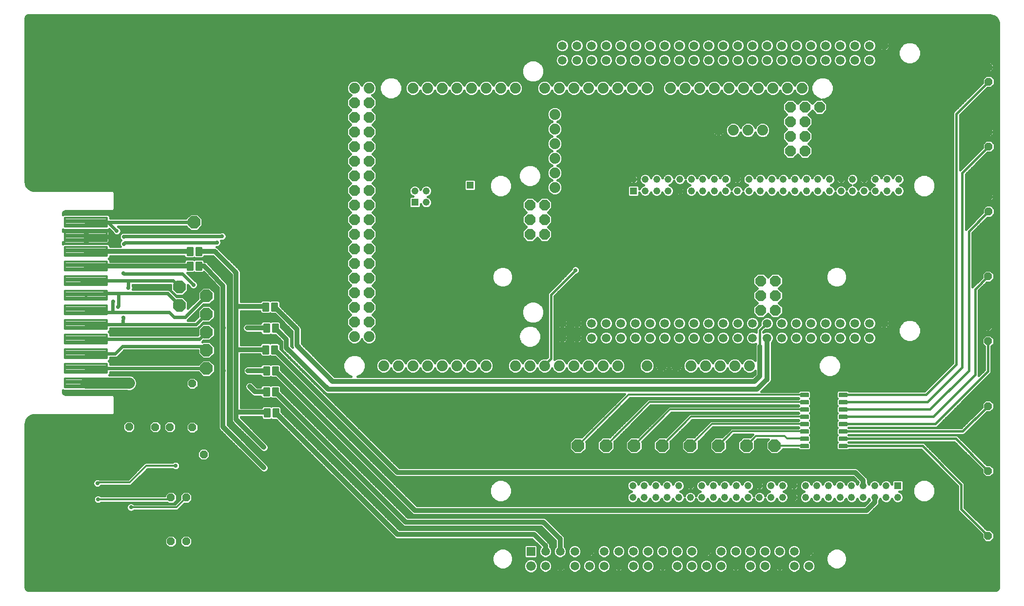
<source format=gbl>
G75*
%MOIN*%
%OFA0B0*%
%FSLAX25Y25*%
%IPPOS*%
%LPD*%
%AMOC8*
5,1,8,0,0,1.08239X$1,22.5*
%
%ADD10C,0.01496*%
%ADD11C,0.07400*%
%ADD12OC8,0.07400*%
%ADD13R,0.04800X0.04800*%
%ADD14C,0.04800*%
%ADD15R,0.05937X0.05937*%
%ADD16C,0.05937*%
%ADD17C,0.00920*%
%ADD18OC8,0.05200*%
%ADD19C,0.06600*%
%ADD20C,0.00551*%
%ADD21OC8,0.08500*%
%ADD22C,0.01600*%
%ADD23C,0.02900*%
%ADD24C,0.03200*%
%ADD25C,0.01200*%
%ADD26C,0.07600*%
%ADD27C,0.02400*%
D10*
X0089270Y0222341D02*
X0117774Y0222341D01*
X0117774Y0216357D01*
X0089270Y0216357D01*
X0089270Y0222341D01*
X0089270Y0217852D02*
X0117774Y0217852D01*
X0117774Y0219347D02*
X0089270Y0219347D01*
X0089270Y0220842D02*
X0117774Y0220842D01*
X0117774Y0222337D02*
X0089270Y0222337D01*
X0089270Y0232341D02*
X0117774Y0232341D01*
X0117774Y0226357D01*
X0089270Y0226357D01*
X0089270Y0232341D01*
X0089270Y0227852D02*
X0117774Y0227852D01*
X0117774Y0229347D02*
X0089270Y0229347D01*
X0089270Y0230842D02*
X0117774Y0230842D01*
X0117774Y0232337D02*
X0089270Y0232337D01*
X0089270Y0242341D02*
X0117774Y0242341D01*
X0117774Y0236357D01*
X0089270Y0236357D01*
X0089270Y0242341D01*
X0089270Y0237852D02*
X0117774Y0237852D01*
X0117774Y0239347D02*
X0089270Y0239347D01*
X0089270Y0240842D02*
X0117774Y0240842D01*
X0117774Y0242337D02*
X0089270Y0242337D01*
X0089270Y0252341D02*
X0117774Y0252341D01*
X0117774Y0246357D01*
X0089270Y0246357D01*
X0089270Y0252341D01*
X0089270Y0247852D02*
X0117774Y0247852D01*
X0117774Y0249347D02*
X0089270Y0249347D01*
X0089270Y0250842D02*
X0117774Y0250842D01*
X0117774Y0252337D02*
X0089270Y0252337D01*
X0089270Y0262341D02*
X0117774Y0262341D01*
X0117774Y0256357D01*
X0089270Y0256357D01*
X0089270Y0262341D01*
X0089270Y0257852D02*
X0117774Y0257852D01*
X0117774Y0259347D02*
X0089270Y0259347D01*
X0089270Y0260842D02*
X0117774Y0260842D01*
X0117774Y0262337D02*
X0089270Y0262337D01*
X0089270Y0272341D02*
X0117774Y0272341D01*
X0117774Y0266357D01*
X0089270Y0266357D01*
X0089270Y0272341D01*
X0089270Y0267852D02*
X0117774Y0267852D01*
X0117774Y0269347D02*
X0089270Y0269347D01*
X0089270Y0270842D02*
X0117774Y0270842D01*
X0117774Y0272337D02*
X0089270Y0272337D01*
X0089270Y0282341D02*
X0117774Y0282341D01*
X0117774Y0276357D01*
X0089270Y0276357D01*
X0089270Y0282341D01*
X0089270Y0277852D02*
X0117774Y0277852D01*
X0117774Y0279347D02*
X0089270Y0279347D01*
X0089270Y0280842D02*
X0117774Y0280842D01*
X0117774Y0282337D02*
X0089270Y0282337D01*
X0089270Y0292341D02*
X0117774Y0292341D01*
X0117774Y0286357D01*
X0089270Y0286357D01*
X0089270Y0292341D01*
X0089270Y0287852D02*
X0117774Y0287852D01*
X0117774Y0289347D02*
X0089270Y0289347D01*
X0089270Y0290842D02*
X0117774Y0290842D01*
X0117774Y0292337D02*
X0089270Y0292337D01*
X0089270Y0302341D02*
X0117774Y0302341D01*
X0117774Y0296357D01*
X0089270Y0296357D01*
X0089270Y0302341D01*
X0089270Y0297852D02*
X0117774Y0297852D01*
X0117774Y0299347D02*
X0089270Y0299347D01*
X0089270Y0300842D02*
X0117774Y0300842D01*
X0117774Y0302337D02*
X0089270Y0302337D01*
X0089270Y0312341D02*
X0117774Y0312341D01*
X0117774Y0306357D01*
X0089270Y0306357D01*
X0089270Y0312341D01*
X0089270Y0307852D02*
X0117774Y0307852D01*
X0117774Y0309347D02*
X0089270Y0309347D01*
X0089270Y0310842D02*
X0117774Y0310842D01*
X0117774Y0312337D02*
X0089270Y0312337D01*
X0089270Y0322341D02*
X0117774Y0322341D01*
X0117774Y0316357D01*
X0089270Y0316357D01*
X0089270Y0322341D01*
X0089270Y0317852D02*
X0117774Y0317852D01*
X0117774Y0319347D02*
X0089270Y0319347D01*
X0089270Y0320842D02*
X0117774Y0320842D01*
X0117774Y0322337D02*
X0089270Y0322337D01*
X0089270Y0332341D02*
X0117774Y0332341D01*
X0117774Y0326357D01*
X0089270Y0326357D01*
X0089270Y0332341D01*
X0089270Y0327852D02*
X0117774Y0327852D01*
X0117774Y0329347D02*
X0089270Y0329347D01*
X0089270Y0330842D02*
X0117774Y0330842D01*
X0117774Y0332337D02*
X0089270Y0332337D01*
D11*
X0286972Y0251133D03*
X0296972Y0251133D03*
X0306972Y0231133D03*
X0316972Y0231133D03*
X0326972Y0231133D03*
X0336972Y0231133D03*
X0346972Y0231133D03*
X0356972Y0231133D03*
X0366972Y0231133D03*
X0376972Y0231133D03*
X0396972Y0231133D03*
X0406972Y0231133D03*
X0416972Y0231133D03*
X0426972Y0231133D03*
X0436972Y0231133D03*
X0446972Y0231133D03*
X0456972Y0231133D03*
X0466972Y0231133D03*
X0486972Y0231133D03*
X0496972Y0231133D03*
X0506972Y0231133D03*
X0516972Y0231133D03*
X0526972Y0231133D03*
X0536972Y0231133D03*
X0546972Y0231133D03*
X0556972Y0231133D03*
X0423972Y0353133D03*
X0423972Y0363133D03*
X0423972Y0373133D03*
X0423972Y0383133D03*
X0423972Y0393133D03*
X0423972Y0403133D03*
X0426972Y0421133D03*
X0416972Y0421133D03*
X0436972Y0421133D03*
X0446972Y0421133D03*
X0456972Y0421133D03*
X0466972Y0421133D03*
X0476972Y0421133D03*
X0486972Y0421133D03*
X0502972Y0421133D03*
X0512972Y0421133D03*
X0522972Y0421133D03*
X0532972Y0421133D03*
X0542972Y0421133D03*
X0552972Y0421133D03*
X0562972Y0421133D03*
X0572972Y0421133D03*
X0582972Y0421133D03*
X0592972Y0421133D03*
X0565972Y0392333D03*
X0555972Y0392333D03*
X0545972Y0392333D03*
X0535972Y0392333D03*
X0396972Y0421133D03*
X0386972Y0421133D03*
X0376972Y0421133D03*
X0366972Y0421133D03*
X0356972Y0421133D03*
X0346972Y0421133D03*
X0336972Y0421133D03*
X0326972Y0421133D03*
X0296972Y0421133D03*
X0286972Y0421133D03*
D12*
X0286972Y0411133D03*
X0296972Y0411133D03*
X0296972Y0401133D03*
X0286972Y0401133D03*
X0286972Y0391133D03*
X0296972Y0391133D03*
X0296972Y0381133D03*
X0286972Y0381133D03*
X0286972Y0371133D03*
X0296972Y0371133D03*
X0296972Y0361133D03*
X0286972Y0361133D03*
X0286972Y0351133D03*
X0296972Y0351133D03*
X0296972Y0341133D03*
X0286972Y0341133D03*
X0286972Y0331133D03*
X0296972Y0331133D03*
X0296972Y0321133D03*
X0286972Y0321133D03*
X0286972Y0311133D03*
X0296972Y0311133D03*
X0296972Y0301133D03*
X0286972Y0301133D03*
X0286972Y0291133D03*
X0296972Y0291133D03*
X0296972Y0281133D03*
X0286972Y0281133D03*
X0286972Y0271133D03*
X0296972Y0271133D03*
X0296972Y0261133D03*
X0286972Y0261133D03*
X0406972Y0321133D03*
X0406972Y0331133D03*
X0406972Y0341133D03*
X0416972Y0341133D03*
X0416972Y0331133D03*
X0416972Y0321133D03*
X0564772Y0289133D03*
X0574772Y0289133D03*
X0574772Y0279133D03*
X0564772Y0279133D03*
X0564772Y0269133D03*
X0574772Y0269133D03*
X0584972Y0378133D03*
X0594972Y0378133D03*
X0594972Y0388133D03*
X0584972Y0388133D03*
X0584972Y0398133D03*
X0594972Y0398133D03*
X0594972Y0408133D03*
X0584972Y0408133D03*
X0604972Y0408133D03*
X0604972Y0398133D03*
D13*
X0477910Y0350787D03*
X0366116Y0354788D03*
X0328304Y0342913D03*
X0658383Y0148976D03*
D14*
X0650509Y0148976D03*
X0642635Y0148976D03*
X0634760Y0148976D03*
X0626886Y0148976D03*
X0619012Y0148976D03*
X0611138Y0148976D03*
X0603264Y0148976D03*
X0595390Y0148976D03*
X0587516Y0148976D03*
X0579642Y0148976D03*
X0571768Y0148976D03*
X0563894Y0148976D03*
X0556020Y0148976D03*
X0548146Y0148976D03*
X0540272Y0148976D03*
X0532398Y0148976D03*
X0524524Y0148976D03*
X0516650Y0148976D03*
X0508776Y0148976D03*
X0500902Y0148976D03*
X0493028Y0148976D03*
X0485154Y0148976D03*
X0477280Y0148976D03*
X0477280Y0141102D03*
X0485154Y0141102D03*
X0493028Y0141102D03*
X0500902Y0141102D03*
X0508776Y0141102D03*
X0516650Y0141102D03*
X0524524Y0141102D03*
X0532398Y0141102D03*
X0540272Y0141102D03*
X0548146Y0141102D03*
X0556020Y0141102D03*
X0563894Y0141102D03*
X0571768Y0141102D03*
X0579642Y0141102D03*
X0587516Y0141102D03*
X0595390Y0141102D03*
X0603264Y0141102D03*
X0611138Y0141102D03*
X0619012Y0141102D03*
X0626886Y0141102D03*
X0634760Y0141102D03*
X0642635Y0141102D03*
X0650509Y0141102D03*
X0658383Y0141102D03*
X0336178Y0342913D03*
X0336178Y0350787D03*
X0328304Y0350787D03*
X0477910Y0358661D03*
X0485784Y0358661D03*
X0493658Y0358661D03*
X0501532Y0358661D03*
X0509406Y0358661D03*
X0517280Y0358661D03*
X0525154Y0358661D03*
X0533028Y0358661D03*
X0540902Y0358661D03*
X0548776Y0358661D03*
X0556650Y0358661D03*
X0564524Y0358661D03*
X0572398Y0358661D03*
X0580272Y0358661D03*
X0588146Y0358661D03*
X0596020Y0358661D03*
X0603894Y0358661D03*
X0611768Y0358661D03*
X0619642Y0358661D03*
X0627516Y0358661D03*
X0635390Y0358661D03*
X0643264Y0358661D03*
X0651138Y0358661D03*
X0659012Y0358661D03*
X0659012Y0350787D03*
X0651138Y0350787D03*
X0643264Y0350787D03*
X0635390Y0350787D03*
X0627516Y0350787D03*
X0619642Y0350787D03*
X0611768Y0350787D03*
X0603894Y0350787D03*
X0596020Y0350787D03*
X0588146Y0350787D03*
X0580272Y0350787D03*
X0572398Y0350787D03*
X0564524Y0350787D03*
X0556650Y0350787D03*
X0548776Y0350787D03*
X0540902Y0350787D03*
X0533028Y0350787D03*
X0525154Y0350787D03*
X0517280Y0350787D03*
X0509406Y0350787D03*
X0501532Y0350787D03*
X0493658Y0350787D03*
X0485784Y0350787D03*
D15*
X0649106Y0440129D03*
X0649106Y0250129D03*
X0407658Y0104083D03*
D16*
X0417658Y0104083D03*
X0427658Y0104083D03*
X0437658Y0104083D03*
X0437658Y0094083D03*
X0447658Y0094083D03*
X0457658Y0094083D03*
X0467658Y0094083D03*
X0477658Y0094083D03*
X0487658Y0094083D03*
X0497658Y0094083D03*
X0507658Y0094083D03*
X0517658Y0094083D03*
X0527658Y0094083D03*
X0537658Y0094083D03*
X0547658Y0094083D03*
X0557658Y0094083D03*
X0567658Y0094083D03*
X0577658Y0094083D03*
X0587658Y0094083D03*
X0597658Y0094083D03*
X0597658Y0104083D03*
X0587658Y0104083D03*
X0577658Y0104083D03*
X0567658Y0104083D03*
X0557658Y0104083D03*
X0547658Y0104083D03*
X0537658Y0104083D03*
X0527658Y0104083D03*
X0517658Y0104083D03*
X0507658Y0104083D03*
X0497658Y0104083D03*
X0487658Y0104083D03*
X0477658Y0104083D03*
X0467658Y0104083D03*
X0457658Y0104083D03*
X0447658Y0104083D03*
X0417658Y0094083D03*
X0429106Y0250129D03*
X0429106Y0260129D03*
X0439106Y0260129D03*
X0449106Y0260129D03*
X0459106Y0260129D03*
X0469106Y0260129D03*
X0469106Y0250129D03*
X0459106Y0250129D03*
X0449106Y0250129D03*
X0439106Y0250129D03*
X0479106Y0250129D03*
X0489106Y0250129D03*
X0499106Y0250129D03*
X0499106Y0260129D03*
X0489106Y0260129D03*
X0479106Y0260129D03*
X0509106Y0260129D03*
X0519106Y0260129D03*
X0529106Y0260129D03*
X0539106Y0260129D03*
X0539106Y0250129D03*
X0529106Y0250129D03*
X0519106Y0250129D03*
X0509106Y0250129D03*
X0549106Y0250129D03*
X0559106Y0250129D03*
X0569106Y0250129D03*
X0579106Y0250129D03*
X0579106Y0260129D03*
X0569106Y0260129D03*
X0559106Y0260129D03*
X0549106Y0260129D03*
X0589106Y0260129D03*
X0599106Y0260129D03*
X0609106Y0260129D03*
X0609106Y0250129D03*
X0599106Y0250129D03*
X0589106Y0250129D03*
X0619106Y0250129D03*
X0629106Y0250129D03*
X0639106Y0250129D03*
X0639106Y0260129D03*
X0629106Y0260129D03*
X0619106Y0260129D03*
X0649106Y0260129D03*
X0639106Y0440129D03*
X0629106Y0440129D03*
X0619106Y0440129D03*
X0609106Y0440129D03*
X0599106Y0440129D03*
X0589106Y0440129D03*
X0579106Y0440129D03*
X0569106Y0440129D03*
X0559106Y0440129D03*
X0549106Y0440129D03*
X0539106Y0440129D03*
X0529106Y0440129D03*
X0519106Y0440129D03*
X0509106Y0440129D03*
X0499106Y0440129D03*
X0489106Y0440129D03*
X0479106Y0440129D03*
X0469106Y0440129D03*
X0459106Y0440129D03*
X0449106Y0440129D03*
X0439106Y0440129D03*
X0429106Y0440129D03*
X0429106Y0450129D03*
X0439106Y0450129D03*
X0449106Y0450129D03*
X0459106Y0450129D03*
X0469106Y0450129D03*
X0479106Y0450129D03*
X0489106Y0450129D03*
X0499106Y0450129D03*
X0509106Y0450129D03*
X0519106Y0450129D03*
X0529106Y0450129D03*
X0539106Y0450129D03*
X0549106Y0450129D03*
X0559106Y0450129D03*
X0569106Y0450129D03*
X0579106Y0450129D03*
X0589106Y0450129D03*
X0599106Y0450129D03*
X0609106Y0450129D03*
X0619106Y0450129D03*
X0629106Y0450129D03*
X0639106Y0450129D03*
X0649106Y0450129D03*
D17*
X0234235Y0268643D02*
X0230555Y0268643D01*
X0230555Y0274023D01*
X0234235Y0274023D01*
X0234235Y0268643D01*
X0234235Y0269562D02*
X0230555Y0269562D01*
X0230555Y0270481D02*
X0234235Y0270481D01*
X0234235Y0271400D02*
X0230555Y0271400D01*
X0230555Y0272319D02*
X0234235Y0272319D01*
X0234235Y0273238D02*
X0230555Y0273238D01*
X0228235Y0268643D02*
X0224555Y0268643D01*
X0224555Y0274023D01*
X0228235Y0274023D01*
X0228235Y0268643D01*
X0228235Y0269562D02*
X0224555Y0269562D01*
X0224555Y0270481D02*
X0228235Y0270481D01*
X0228235Y0271400D02*
X0224555Y0271400D01*
X0224555Y0272319D02*
X0228235Y0272319D01*
X0228235Y0273238D02*
X0224555Y0273238D01*
X0224955Y0254243D02*
X0228635Y0254243D01*
X0224955Y0254243D02*
X0224955Y0259623D01*
X0228635Y0259623D01*
X0228635Y0254243D01*
X0228635Y0255162D02*
X0224955Y0255162D01*
X0224955Y0256081D02*
X0228635Y0256081D01*
X0228635Y0257000D02*
X0224955Y0257000D01*
X0224955Y0257919D02*
X0228635Y0257919D01*
X0228635Y0258838D02*
X0224955Y0258838D01*
X0230955Y0254243D02*
X0234635Y0254243D01*
X0230955Y0254243D02*
X0230955Y0259623D01*
X0234635Y0259623D01*
X0234635Y0254243D01*
X0234635Y0255162D02*
X0230955Y0255162D01*
X0230955Y0256081D02*
X0234635Y0256081D01*
X0234635Y0257000D02*
X0230955Y0257000D01*
X0230955Y0257919D02*
X0234635Y0257919D01*
X0234635Y0258838D02*
X0230955Y0258838D01*
X0230555Y0244823D02*
X0234235Y0244823D01*
X0234235Y0239443D01*
X0230555Y0239443D01*
X0230555Y0244823D01*
X0230555Y0240362D02*
X0234235Y0240362D01*
X0234235Y0241281D02*
X0230555Y0241281D01*
X0230555Y0242200D02*
X0234235Y0242200D01*
X0234235Y0243119D02*
X0230555Y0243119D01*
X0230555Y0244038D02*
X0234235Y0244038D01*
X0228235Y0244823D02*
X0224555Y0244823D01*
X0228235Y0244823D02*
X0228235Y0239443D01*
X0224555Y0239443D01*
X0224555Y0244823D01*
X0224555Y0240362D02*
X0228235Y0240362D01*
X0228235Y0241281D02*
X0224555Y0241281D01*
X0224555Y0242200D02*
X0228235Y0242200D01*
X0228235Y0243119D02*
X0224555Y0243119D01*
X0224555Y0244038D02*
X0228235Y0244038D01*
X0228635Y0225043D02*
X0224955Y0225043D01*
X0224955Y0230423D01*
X0228635Y0230423D01*
X0228635Y0225043D01*
X0228635Y0225962D02*
X0224955Y0225962D01*
X0224955Y0226881D02*
X0228635Y0226881D01*
X0228635Y0227800D02*
X0224955Y0227800D01*
X0224955Y0228719D02*
X0228635Y0228719D01*
X0228635Y0229638D02*
X0224955Y0229638D01*
X0230955Y0225043D02*
X0234635Y0225043D01*
X0230955Y0225043D02*
X0230955Y0230423D01*
X0234635Y0230423D01*
X0234635Y0225043D01*
X0234635Y0225962D02*
X0230955Y0225962D01*
X0230955Y0226881D02*
X0234635Y0226881D01*
X0234635Y0227800D02*
X0230955Y0227800D01*
X0230955Y0228719D02*
X0234635Y0228719D01*
X0234635Y0229638D02*
X0230955Y0229638D01*
X0230955Y0216023D02*
X0234635Y0216023D01*
X0234635Y0210643D01*
X0230955Y0210643D01*
X0230955Y0216023D01*
X0230955Y0211562D02*
X0234635Y0211562D01*
X0234635Y0212481D02*
X0230955Y0212481D01*
X0230955Y0213400D02*
X0234635Y0213400D01*
X0234635Y0214319D02*
X0230955Y0214319D01*
X0230955Y0215238D02*
X0234635Y0215238D01*
X0228635Y0216023D02*
X0224955Y0216023D01*
X0228635Y0216023D02*
X0228635Y0210643D01*
X0224955Y0210643D01*
X0224955Y0216023D01*
X0224955Y0211562D02*
X0228635Y0211562D01*
X0228635Y0212481D02*
X0224955Y0212481D01*
X0224955Y0213400D02*
X0228635Y0213400D01*
X0228635Y0214319D02*
X0224955Y0214319D01*
X0224955Y0215238D02*
X0228635Y0215238D01*
X0229035Y0201623D02*
X0225355Y0201623D01*
X0229035Y0201623D02*
X0229035Y0196243D01*
X0225355Y0196243D01*
X0225355Y0201623D01*
X0225355Y0197162D02*
X0229035Y0197162D01*
X0229035Y0198081D02*
X0225355Y0198081D01*
X0225355Y0199000D02*
X0229035Y0199000D01*
X0229035Y0199919D02*
X0225355Y0199919D01*
X0225355Y0200838D02*
X0229035Y0200838D01*
X0231355Y0201623D02*
X0235035Y0201623D01*
X0235035Y0196243D01*
X0231355Y0196243D01*
X0231355Y0201623D01*
X0231355Y0197162D02*
X0235035Y0197162D01*
X0235035Y0198081D02*
X0231355Y0198081D01*
X0231355Y0199000D02*
X0235035Y0199000D01*
X0235035Y0199919D02*
X0231355Y0199919D01*
X0231355Y0200838D02*
X0235035Y0200838D01*
X0182435Y0296643D02*
X0178755Y0296643D01*
X0178755Y0302023D01*
X0182435Y0302023D01*
X0182435Y0296643D01*
X0182435Y0297562D02*
X0178755Y0297562D01*
X0178755Y0298481D02*
X0182435Y0298481D01*
X0182435Y0299400D02*
X0178755Y0299400D01*
X0178755Y0300319D02*
X0182435Y0300319D01*
X0182435Y0301238D02*
X0178755Y0301238D01*
X0176435Y0296643D02*
X0172755Y0296643D01*
X0172755Y0302023D01*
X0176435Y0302023D01*
X0176435Y0296643D01*
X0176435Y0297562D02*
X0172755Y0297562D01*
X0172755Y0298481D02*
X0176435Y0298481D01*
X0176435Y0299400D02*
X0172755Y0299400D01*
X0172755Y0300319D02*
X0176435Y0300319D01*
X0176435Y0301238D02*
X0172755Y0301238D01*
X0172655Y0306643D02*
X0176335Y0306643D01*
X0172655Y0306643D02*
X0172655Y0312023D01*
X0176335Y0312023D01*
X0176335Y0306643D01*
X0176335Y0307562D02*
X0172655Y0307562D01*
X0172655Y0308481D02*
X0176335Y0308481D01*
X0176335Y0309400D02*
X0172655Y0309400D01*
X0172655Y0310319D02*
X0176335Y0310319D01*
X0176335Y0311238D02*
X0172655Y0311238D01*
X0178655Y0306643D02*
X0182335Y0306643D01*
X0178655Y0306643D02*
X0178655Y0312023D01*
X0182335Y0312023D01*
X0182335Y0306643D01*
X0182335Y0307562D02*
X0178655Y0307562D01*
X0178655Y0308481D02*
X0182335Y0308481D01*
X0182335Y0309400D02*
X0178655Y0309400D01*
X0178655Y0310319D02*
X0182335Y0310319D01*
X0182335Y0311238D02*
X0178655Y0311238D01*
D18*
X0176195Y0218933D03*
X0132995Y0219233D03*
X0132995Y0189233D03*
X0150895Y0189133D03*
X0160895Y0189133D03*
X0176195Y0188933D03*
X0183995Y0180433D03*
X0183995Y0170433D03*
X0171995Y0140933D03*
X0161595Y0140933D03*
X0161595Y0110933D03*
X0171995Y0110933D03*
X0720195Y0114733D03*
X0720195Y0124733D03*
X0720195Y0159133D03*
X0720195Y0169133D03*
X0720195Y0203533D03*
X0720195Y0213533D03*
X0720195Y0247933D03*
X0720195Y0257933D03*
X0720195Y0292333D03*
X0720195Y0302333D03*
X0720595Y0336733D03*
X0720595Y0346733D03*
X0720595Y0381133D03*
X0720595Y0391133D03*
X0720595Y0425533D03*
X0720595Y0435533D03*
D19*
X0427658Y0094083D03*
X0407658Y0094083D03*
D20*
X0597300Y0175130D02*
X0597300Y0177336D01*
X0597300Y0175130D02*
X0591944Y0175130D01*
X0591944Y0177336D01*
X0597300Y0177336D01*
X0597300Y0175680D02*
X0591944Y0175680D01*
X0591944Y0176230D02*
X0597300Y0176230D01*
X0597300Y0176780D02*
X0591944Y0176780D01*
X0591944Y0177330D02*
X0597300Y0177330D01*
X0597300Y0180130D02*
X0597300Y0182336D01*
X0597300Y0180130D02*
X0591944Y0180130D01*
X0591944Y0182336D01*
X0597300Y0182336D01*
X0597300Y0180680D02*
X0591944Y0180680D01*
X0591944Y0181230D02*
X0597300Y0181230D01*
X0597300Y0181780D02*
X0591944Y0181780D01*
X0591944Y0182330D02*
X0597300Y0182330D01*
X0597300Y0185130D02*
X0597300Y0187336D01*
X0597300Y0185130D02*
X0591944Y0185130D01*
X0591944Y0187336D01*
X0597300Y0187336D01*
X0597300Y0185680D02*
X0591944Y0185680D01*
X0591944Y0186230D02*
X0597300Y0186230D01*
X0597300Y0186780D02*
X0591944Y0186780D01*
X0591944Y0187330D02*
X0597300Y0187330D01*
X0597300Y0190130D02*
X0597300Y0192336D01*
X0597300Y0190130D02*
X0591944Y0190130D01*
X0591944Y0192336D01*
X0597300Y0192336D01*
X0597300Y0190680D02*
X0591944Y0190680D01*
X0591944Y0191230D02*
X0597300Y0191230D01*
X0597300Y0191780D02*
X0591944Y0191780D01*
X0591944Y0192330D02*
X0597300Y0192330D01*
X0597300Y0195130D02*
X0597300Y0197336D01*
X0597300Y0195130D02*
X0591944Y0195130D01*
X0591944Y0197336D01*
X0597300Y0197336D01*
X0597300Y0195680D02*
X0591944Y0195680D01*
X0591944Y0196230D02*
X0597300Y0196230D01*
X0597300Y0196780D02*
X0591944Y0196780D01*
X0591944Y0197330D02*
X0597300Y0197330D01*
X0597300Y0200130D02*
X0597300Y0202336D01*
X0597300Y0200130D02*
X0591944Y0200130D01*
X0591944Y0202336D01*
X0597300Y0202336D01*
X0597300Y0200680D02*
X0591944Y0200680D01*
X0591944Y0201230D02*
X0597300Y0201230D01*
X0597300Y0201780D02*
X0591944Y0201780D01*
X0591944Y0202330D02*
X0597300Y0202330D01*
X0597300Y0205130D02*
X0597300Y0207336D01*
X0597300Y0205130D02*
X0591944Y0205130D01*
X0591944Y0207336D01*
X0597300Y0207336D01*
X0597300Y0205680D02*
X0591944Y0205680D01*
X0591944Y0206230D02*
X0597300Y0206230D01*
X0597300Y0206780D02*
X0591944Y0206780D01*
X0591944Y0207330D02*
X0597300Y0207330D01*
X0597300Y0210130D02*
X0597300Y0212336D01*
X0597300Y0210130D02*
X0591944Y0210130D01*
X0591944Y0212336D01*
X0597300Y0212336D01*
X0597300Y0210680D02*
X0591944Y0210680D01*
X0591944Y0211230D02*
X0597300Y0211230D01*
X0597300Y0211780D02*
X0591944Y0211780D01*
X0591944Y0212330D02*
X0597300Y0212330D01*
X0623646Y0212336D02*
X0623646Y0210130D01*
X0618290Y0210130D01*
X0618290Y0212336D01*
X0623646Y0212336D01*
X0623646Y0210680D02*
X0618290Y0210680D01*
X0618290Y0211230D02*
X0623646Y0211230D01*
X0623646Y0211780D02*
X0618290Y0211780D01*
X0618290Y0212330D02*
X0623646Y0212330D01*
X0623646Y0207336D02*
X0623646Y0205130D01*
X0618290Y0205130D01*
X0618290Y0207336D01*
X0623646Y0207336D01*
X0623646Y0205680D02*
X0618290Y0205680D01*
X0618290Y0206230D02*
X0623646Y0206230D01*
X0623646Y0206780D02*
X0618290Y0206780D01*
X0618290Y0207330D02*
X0623646Y0207330D01*
X0623646Y0202336D02*
X0623646Y0200130D01*
X0618290Y0200130D01*
X0618290Y0202336D01*
X0623646Y0202336D01*
X0623646Y0200680D02*
X0618290Y0200680D01*
X0618290Y0201230D02*
X0623646Y0201230D01*
X0623646Y0201780D02*
X0618290Y0201780D01*
X0618290Y0202330D02*
X0623646Y0202330D01*
X0623646Y0197336D02*
X0623646Y0195130D01*
X0618290Y0195130D01*
X0618290Y0197336D01*
X0623646Y0197336D01*
X0623646Y0195680D02*
X0618290Y0195680D01*
X0618290Y0196230D02*
X0623646Y0196230D01*
X0623646Y0196780D02*
X0618290Y0196780D01*
X0618290Y0197330D02*
X0623646Y0197330D01*
X0623646Y0192336D02*
X0623646Y0190130D01*
X0618290Y0190130D01*
X0618290Y0192336D01*
X0623646Y0192336D01*
X0623646Y0190680D02*
X0618290Y0190680D01*
X0618290Y0191230D02*
X0623646Y0191230D01*
X0623646Y0191780D02*
X0618290Y0191780D01*
X0618290Y0192330D02*
X0623646Y0192330D01*
X0623646Y0187336D02*
X0623646Y0185130D01*
X0618290Y0185130D01*
X0618290Y0187336D01*
X0623646Y0187336D01*
X0623646Y0185680D02*
X0618290Y0185680D01*
X0618290Y0186230D02*
X0623646Y0186230D01*
X0623646Y0186780D02*
X0618290Y0186780D01*
X0618290Y0187330D02*
X0623646Y0187330D01*
X0623646Y0182336D02*
X0623646Y0180130D01*
X0618290Y0180130D01*
X0618290Y0182336D01*
X0623646Y0182336D01*
X0623646Y0180680D02*
X0618290Y0180680D01*
X0618290Y0181230D02*
X0623646Y0181230D01*
X0623646Y0181780D02*
X0618290Y0181780D01*
X0618290Y0182330D02*
X0623646Y0182330D01*
X0623646Y0177336D02*
X0623646Y0175130D01*
X0618290Y0175130D01*
X0618290Y0177336D01*
X0623646Y0177336D01*
X0623646Y0175680D02*
X0618290Y0175680D01*
X0618290Y0176230D02*
X0623646Y0176230D01*
X0623646Y0176780D02*
X0618290Y0176780D01*
X0618290Y0177330D02*
X0623646Y0177330D01*
D21*
X0574195Y0176533D03*
X0554995Y0176533D03*
X0535795Y0176533D03*
X0516595Y0176533D03*
X0497395Y0176533D03*
X0478195Y0176533D03*
X0458995Y0176533D03*
X0439795Y0176533D03*
X0185795Y0229333D03*
X0185795Y0241733D03*
X0185795Y0254133D03*
X0185795Y0266533D03*
X0185795Y0278933D03*
X0167395Y0284933D03*
X0167395Y0272533D03*
X0177395Y0329333D03*
D22*
X0062563Y0078222D02*
X0063084Y0077701D01*
X0063764Y0077419D01*
X0064132Y0077383D01*
X0725549Y0077383D01*
X0725918Y0077419D01*
X0726598Y0077701D01*
X0727118Y0078222D01*
X0727400Y0078902D01*
X0727436Y0079270D01*
X0727436Y0465097D01*
X0727365Y0466008D01*
X0726802Y0467741D01*
X0725731Y0469215D01*
X0724257Y0470286D01*
X0722524Y0470849D01*
X0721612Y0470921D01*
X0064132Y0470921D01*
X0063764Y0470885D01*
X0063084Y0470603D01*
X0062563Y0470082D01*
X0062281Y0469402D01*
X0062245Y0469034D01*
X0062245Y0356829D01*
X0062317Y0355918D01*
X0062880Y0354185D01*
X0063951Y0352711D01*
X0065425Y0351640D01*
X0067158Y0351077D01*
X0068069Y0351005D01*
X0122068Y0351005D01*
X0123269Y0349804D01*
X0123269Y0338263D01*
X0122068Y0337063D01*
X0089723Y0337063D01*
X0089355Y0337026D01*
X0088674Y0336745D01*
X0088154Y0336224D01*
X0087872Y0335544D01*
X0087836Y0335176D01*
X0087836Y0334227D01*
X0088297Y0334689D01*
X0118746Y0334689D01*
X0120122Y0333314D01*
X0120122Y0332133D01*
X0171922Y0332133D01*
X0174972Y0335183D01*
X0179818Y0335183D01*
X0183245Y0331756D01*
X0183245Y0326910D01*
X0179818Y0323483D01*
X0174972Y0323483D01*
X0171922Y0326533D01*
X0125355Y0326533D01*
X0125719Y0326169D01*
X0126323Y0325919D01*
X0127181Y0325061D01*
X0127645Y0323940D01*
X0127645Y0322726D01*
X0127181Y0321605D01*
X0126323Y0320747D01*
X0125202Y0320283D01*
X0123988Y0320283D01*
X0122867Y0320747D01*
X0122009Y0321605D01*
X0121759Y0322209D01*
X0119353Y0324615D01*
X0118746Y0324009D01*
X0088297Y0324009D01*
X0087836Y0324470D01*
X0087836Y0322953D01*
X0088031Y0323291D01*
X0088319Y0323580D01*
X0088672Y0323783D01*
X0089066Y0323889D01*
X0102722Y0323889D01*
X0102722Y0320149D01*
X0104322Y0320149D01*
X0104322Y0323889D01*
X0117978Y0323889D01*
X0118371Y0323783D01*
X0118724Y0323580D01*
X0119013Y0323291D01*
X0119216Y0322938D01*
X0119322Y0322545D01*
X0119322Y0320149D01*
X0104322Y0320149D01*
X0104322Y0318549D01*
X0119322Y0318549D01*
X0119322Y0316153D01*
X0119216Y0315759D01*
X0119013Y0315406D01*
X0118724Y0315118D01*
X0118371Y0314914D01*
X0117978Y0314809D01*
X0104322Y0314809D01*
X0104322Y0318549D01*
X0102722Y0318549D01*
X0102722Y0314809D01*
X0089066Y0314809D01*
X0088672Y0314914D01*
X0088319Y0315118D01*
X0088031Y0315406D01*
X0087836Y0315745D01*
X0087836Y0314227D01*
X0088297Y0314689D01*
X0118746Y0314689D01*
X0120122Y0313314D01*
X0120122Y0312566D01*
X0127041Y0312573D01*
X0126809Y0312805D01*
X0126345Y0313926D01*
X0126345Y0315140D01*
X0126809Y0316261D01*
X0127482Y0316933D01*
X0126809Y0317605D01*
X0126345Y0318726D01*
X0126345Y0319940D01*
X0126809Y0321061D01*
X0127667Y0321919D01*
X0128788Y0322383D01*
X0128876Y0322383D01*
X0129238Y0322533D01*
X0195385Y0322533D01*
X0195988Y0322783D01*
X0197202Y0322783D01*
X0198323Y0322319D01*
X0199181Y0321461D01*
X0199645Y0320340D01*
X0199645Y0319126D01*
X0199181Y0318005D01*
X0198323Y0317147D01*
X0197202Y0316683D01*
X0195988Y0316683D01*
X0195685Y0316809D01*
X0196045Y0315940D01*
X0196045Y0314726D01*
X0195581Y0313605D01*
X0194723Y0312747D01*
X0193602Y0312283D01*
X0192935Y0312283D01*
X0193508Y0312046D01*
X0208008Y0297546D01*
X0208908Y0296646D01*
X0209395Y0295470D01*
X0209395Y0274933D01*
X0222552Y0274933D01*
X0223702Y0276083D01*
X0229088Y0276083D01*
X0229395Y0275776D01*
X0229702Y0276083D01*
X0235088Y0276083D01*
X0236295Y0274876D01*
X0236295Y0271959D01*
X0249608Y0258646D01*
X0250508Y0257746D01*
X0250995Y0256570D01*
X0250995Y0246259D01*
X0273521Y0223733D01*
X0284702Y0223733D01*
X0282607Y0224601D01*
X0280440Y0226768D01*
X0279267Y0229600D01*
X0279267Y0232666D01*
X0280440Y0235498D01*
X0282607Y0237665D01*
X0285440Y0238839D01*
X0288505Y0238839D01*
X0291337Y0237665D01*
X0293505Y0235498D01*
X0294678Y0232666D01*
X0294678Y0229600D01*
X0293505Y0226768D01*
X0291337Y0224601D01*
X0289243Y0223733D01*
X0559270Y0223733D01*
X0560995Y0225459D01*
X0560995Y0227661D01*
X0559975Y0226640D01*
X0558027Y0225833D01*
X0555918Y0225833D01*
X0553970Y0226640D01*
X0552479Y0228131D01*
X0551972Y0229355D01*
X0551465Y0228131D01*
X0549975Y0226640D01*
X0548027Y0225833D01*
X0545918Y0225833D01*
X0543970Y0226640D01*
X0542479Y0228131D01*
X0541972Y0229355D01*
X0541465Y0228131D01*
X0539975Y0226640D01*
X0538027Y0225833D01*
X0535918Y0225833D01*
X0533970Y0226640D01*
X0532479Y0228131D01*
X0531972Y0229355D01*
X0531465Y0228131D01*
X0529975Y0226640D01*
X0528027Y0225833D01*
X0525918Y0225833D01*
X0523970Y0226640D01*
X0522479Y0228131D01*
X0521972Y0229355D01*
X0521465Y0228131D01*
X0519975Y0226640D01*
X0518027Y0225833D01*
X0515918Y0225833D01*
X0513970Y0226640D01*
X0512479Y0228131D01*
X0511672Y0230079D01*
X0511672Y0232187D01*
X0512479Y0234135D01*
X0513970Y0235626D01*
X0515918Y0236433D01*
X0518027Y0236433D01*
X0519975Y0235626D01*
X0521465Y0234135D01*
X0521972Y0232912D01*
X0522479Y0234135D01*
X0523970Y0235626D01*
X0525918Y0236433D01*
X0528027Y0236433D01*
X0529975Y0235626D01*
X0531465Y0234135D01*
X0531972Y0232912D01*
X0532479Y0234135D01*
X0533970Y0235626D01*
X0535918Y0236433D01*
X0538027Y0236433D01*
X0539975Y0235626D01*
X0541465Y0234135D01*
X0541972Y0232912D01*
X0542479Y0234135D01*
X0543970Y0235626D01*
X0545918Y0236433D01*
X0548027Y0236433D01*
X0549975Y0235626D01*
X0551465Y0234135D01*
X0551972Y0232912D01*
X0552479Y0234135D01*
X0553970Y0235626D01*
X0555918Y0236433D01*
X0558027Y0236433D01*
X0559975Y0235626D01*
X0560995Y0234606D01*
X0560995Y0245170D01*
X0561394Y0246132D01*
X0560015Y0245561D01*
X0558197Y0245561D01*
X0556518Y0246256D01*
X0555233Y0247541D01*
X0554538Y0249220D01*
X0554538Y0251038D01*
X0555233Y0252717D01*
X0556518Y0254002D01*
X0558197Y0254698D01*
X0560015Y0254698D01*
X0561694Y0254002D01*
X0561695Y0254001D01*
X0561695Y0255710D01*
X0562061Y0256593D01*
X0564582Y0259114D01*
X0564538Y0259220D01*
X0564538Y0261038D01*
X0565233Y0262717D01*
X0566349Y0263833D01*
X0562577Y0263833D01*
X0559472Y0266938D01*
X0559472Y0271328D01*
X0562277Y0274133D01*
X0559472Y0276938D01*
X0559472Y0281328D01*
X0562277Y0284133D01*
X0559472Y0286938D01*
X0559472Y0291328D01*
X0562577Y0294433D01*
X0566968Y0294433D01*
X0569772Y0291628D01*
X0572577Y0294433D01*
X0576968Y0294433D01*
X0580072Y0291328D01*
X0580072Y0286938D01*
X0577268Y0284133D01*
X0580072Y0281328D01*
X0580072Y0276938D01*
X0577268Y0274133D01*
X0580072Y0271328D01*
X0580072Y0266938D01*
X0577574Y0264439D01*
X0578197Y0264698D01*
X0580015Y0264698D01*
X0581694Y0264002D01*
X0582979Y0262717D01*
X0583675Y0261038D01*
X0583675Y0259220D01*
X0582979Y0257541D01*
X0581694Y0256256D01*
X0580015Y0255561D01*
X0578197Y0255561D01*
X0576518Y0256256D01*
X0575233Y0257541D01*
X0574538Y0259220D01*
X0574538Y0261038D01*
X0575233Y0262717D01*
X0576349Y0263833D01*
X0572577Y0263833D01*
X0569772Y0266638D01*
X0567574Y0264439D01*
X0568197Y0264698D01*
X0570015Y0264698D01*
X0571694Y0264002D01*
X0572979Y0262717D01*
X0573675Y0261038D01*
X0573675Y0259220D01*
X0572979Y0257541D01*
X0571694Y0256256D01*
X0570015Y0255561D01*
X0568197Y0255561D01*
X0567928Y0255672D01*
X0566495Y0254239D01*
X0566495Y0253979D01*
X0566518Y0254002D01*
X0568197Y0254698D01*
X0570015Y0254698D01*
X0571694Y0254002D01*
X0572979Y0252717D01*
X0573675Y0251038D01*
X0573675Y0249220D01*
X0572979Y0247541D01*
X0572306Y0246868D01*
X0572306Y0221208D01*
X0571819Y0220031D01*
X0570919Y0219131D01*
X0565221Y0213433D01*
X0590390Y0213433D01*
X0591168Y0214211D01*
X0598076Y0214211D01*
X0599175Y0213112D01*
X0599175Y0209354D01*
X0598554Y0208733D01*
X0599175Y0208112D01*
X0599175Y0204354D01*
X0598554Y0203733D01*
X0599175Y0203112D01*
X0599175Y0199354D01*
X0598554Y0198733D01*
X0599175Y0198112D01*
X0599175Y0194354D01*
X0598554Y0193733D01*
X0599175Y0193112D01*
X0599175Y0189354D01*
X0598554Y0188733D01*
X0599175Y0188112D01*
X0599175Y0184354D01*
X0598554Y0183733D01*
X0599175Y0183112D01*
X0599175Y0179354D01*
X0598554Y0178733D01*
X0599175Y0178112D01*
X0599175Y0174354D01*
X0598076Y0173255D01*
X0591168Y0173255D01*
X0590390Y0174033D01*
X0579968Y0174033D01*
X0576618Y0170683D01*
X0571772Y0170683D01*
X0568345Y0174110D01*
X0568345Y0178956D01*
X0570122Y0180733D01*
X0562306Y0180733D01*
X0560687Y0179114D01*
X0560845Y0178956D01*
X0560845Y0174110D01*
X0557418Y0170683D01*
X0552572Y0170683D01*
X0549145Y0174110D01*
X0549145Y0178956D01*
X0552572Y0182383D01*
X0557418Y0182383D01*
X0557576Y0182225D01*
X0559195Y0183844D01*
X0559384Y0184033D01*
X0546406Y0184033D01*
X0541487Y0179114D01*
X0541645Y0178956D01*
X0541645Y0174110D01*
X0538218Y0170683D01*
X0533372Y0170683D01*
X0529945Y0174110D01*
X0529945Y0178956D01*
X0533372Y0182383D01*
X0538218Y0182383D01*
X0538376Y0182225D01*
X0543295Y0187144D01*
X0544584Y0188433D01*
X0590390Y0188433D01*
X0590690Y0188733D01*
X0590390Y0189033D01*
X0532206Y0189033D01*
X0522287Y0179114D01*
X0522445Y0178956D01*
X0522445Y0174110D01*
X0519018Y0170683D01*
X0514172Y0170683D01*
X0510745Y0174110D01*
X0510745Y0178956D01*
X0514172Y0182383D01*
X0519018Y0182383D01*
X0519176Y0182225D01*
X0529095Y0192144D01*
X0529095Y0192144D01*
X0530384Y0193433D01*
X0590390Y0193433D01*
X0590690Y0193733D01*
X0590390Y0194033D01*
X0518006Y0194033D01*
X0503087Y0179114D01*
X0503245Y0178956D01*
X0503245Y0174110D01*
X0499818Y0170683D01*
X0494972Y0170683D01*
X0491545Y0174110D01*
X0491545Y0178956D01*
X0494972Y0182383D01*
X0499818Y0182383D01*
X0499976Y0182225D01*
X0514895Y0197144D01*
X0516184Y0198433D01*
X0590390Y0198433D01*
X0590690Y0198733D01*
X0590390Y0199033D01*
X0503806Y0199033D01*
X0483887Y0179114D01*
X0484045Y0178956D01*
X0484045Y0174110D01*
X0480618Y0170683D01*
X0475772Y0170683D01*
X0472345Y0174110D01*
X0472345Y0178956D01*
X0475772Y0182383D01*
X0480618Y0182383D01*
X0480776Y0182225D01*
X0500695Y0202144D01*
X0501984Y0203433D01*
X0590390Y0203433D01*
X0590690Y0203733D01*
X0590390Y0204033D01*
X0489606Y0204033D01*
X0464687Y0179114D01*
X0464845Y0178956D01*
X0464845Y0174110D01*
X0461418Y0170683D01*
X0456572Y0170683D01*
X0453145Y0174110D01*
X0453145Y0178956D01*
X0456572Y0182383D01*
X0461418Y0182383D01*
X0461576Y0182225D01*
X0486495Y0207144D01*
X0487784Y0208433D01*
X0590390Y0208433D01*
X0590690Y0208733D01*
X0590390Y0209033D01*
X0475406Y0209033D01*
X0445487Y0179114D01*
X0445645Y0178956D01*
X0445645Y0174110D01*
X0442218Y0170683D01*
X0437372Y0170683D01*
X0433945Y0174110D01*
X0433945Y0178956D01*
X0437372Y0182383D01*
X0442218Y0182383D01*
X0442376Y0182225D01*
X0471884Y0211733D01*
X0268359Y0211733D01*
X0267182Y0212220D01*
X0266282Y0213120D01*
X0237882Y0241520D01*
X0237395Y0242697D01*
X0237395Y0247808D01*
X0233020Y0252183D01*
X0230102Y0252183D01*
X0229795Y0252490D01*
X0229488Y0252183D01*
X0224102Y0252183D01*
X0222895Y0253390D01*
X0222895Y0253733D01*
X0213159Y0253733D01*
X0211982Y0254220D01*
X0211082Y0255120D01*
X0210595Y0256297D01*
X0210595Y0257570D01*
X0211082Y0258746D01*
X0211982Y0259646D01*
X0213159Y0260133D01*
X0222895Y0260133D01*
X0222895Y0260476D01*
X0224102Y0261683D01*
X0229488Y0261683D01*
X0229795Y0261376D01*
X0230102Y0261683D01*
X0235488Y0261683D01*
X0236695Y0260476D01*
X0236695Y0257559D01*
X0242408Y0251846D01*
X0243308Y0250946D01*
X0243795Y0249770D01*
X0243795Y0244659D01*
X0244905Y0243549D01*
X0244595Y0244297D01*
X0244595Y0254608D01*
X0232620Y0266583D01*
X0229702Y0266583D01*
X0229395Y0266890D01*
X0229088Y0266583D01*
X0223702Y0266583D01*
X0222495Y0267790D01*
X0222495Y0268533D01*
X0209395Y0268533D01*
X0209395Y0245333D01*
X0222495Y0245333D01*
X0222495Y0245676D01*
X0223702Y0246883D01*
X0229088Y0246883D01*
X0229395Y0246576D01*
X0229702Y0246883D01*
X0235088Y0246883D01*
X0236295Y0245676D01*
X0236295Y0242759D01*
X0317721Y0161333D01*
X0630032Y0161333D01*
X0631208Y0160846D01*
X0636573Y0155481D01*
X0637473Y0154580D01*
X0637960Y0153404D01*
X0637960Y0151432D01*
X0638152Y0151241D01*
X0638698Y0149923D01*
X0639243Y0151241D01*
X0640369Y0152367D01*
X0641839Y0152976D01*
X0643430Y0152976D01*
X0644900Y0152367D01*
X0646026Y0151241D01*
X0646572Y0149923D01*
X0647117Y0151241D01*
X0648243Y0152367D01*
X0649713Y0152976D01*
X0651304Y0152976D01*
X0652774Y0152367D01*
X0653900Y0151241D01*
X0654383Y0150075D01*
X0654383Y0152038D01*
X0655320Y0152976D01*
X0661445Y0152976D01*
X0662383Y0152038D01*
X0662383Y0145913D01*
X0661445Y0144976D01*
X0659482Y0144976D01*
X0660648Y0144493D01*
X0661774Y0143367D01*
X0662383Y0141897D01*
X0662383Y0140306D01*
X0661774Y0138836D01*
X0660648Y0137711D01*
X0659178Y0137102D01*
X0657587Y0137102D01*
X0656117Y0137711D01*
X0654991Y0138836D01*
X0654446Y0140154D01*
X0653900Y0138836D01*
X0652774Y0137711D01*
X0651304Y0137102D01*
X0649713Y0137102D01*
X0648243Y0137711D01*
X0647117Y0138836D01*
X0646572Y0140154D01*
X0646026Y0138836D01*
X0645834Y0138645D01*
X0645834Y0137136D01*
X0645347Y0135960D01*
X0644447Y0135060D01*
X0638808Y0129420D01*
X0637632Y0128933D01*
X0327759Y0128933D01*
X0326582Y0129420D01*
X0325682Y0130320D01*
X0233020Y0222983D01*
X0230102Y0222983D01*
X0229795Y0223290D01*
X0229488Y0222983D01*
X0224102Y0222983D01*
X0222895Y0224190D01*
X0222895Y0224533D01*
X0213559Y0224533D01*
X0212382Y0225020D01*
X0211482Y0225920D01*
X0210995Y0227097D01*
X0210995Y0228370D01*
X0211482Y0229546D01*
X0212382Y0230446D01*
X0213559Y0230933D01*
X0222895Y0230933D01*
X0222895Y0231276D01*
X0224102Y0232483D01*
X0229488Y0232483D01*
X0229795Y0232176D01*
X0230102Y0232483D01*
X0235488Y0232483D01*
X0236695Y0231276D01*
X0236695Y0228359D01*
X0329721Y0135333D01*
X0635670Y0135333D01*
X0639223Y0138886D01*
X0638698Y0140154D01*
X0638152Y0138836D01*
X0637026Y0137711D01*
X0635556Y0137102D01*
X0633965Y0137102D01*
X0632495Y0137711D01*
X0631369Y0138836D01*
X0630823Y0140154D01*
X0630278Y0138836D01*
X0629152Y0137711D01*
X0627682Y0137102D01*
X0626091Y0137102D01*
X0624621Y0137711D01*
X0623495Y0138836D01*
X0622949Y0140154D01*
X0622403Y0138836D01*
X0621278Y0137711D01*
X0619808Y0137102D01*
X0618217Y0137102D01*
X0616747Y0137711D01*
X0615621Y0138836D01*
X0615075Y0140154D01*
X0614529Y0138836D01*
X0613404Y0137711D01*
X0611934Y0137102D01*
X0610343Y0137102D01*
X0608873Y0137711D01*
X0607747Y0138836D01*
X0607201Y0140154D01*
X0606655Y0138836D01*
X0605530Y0137711D01*
X0604060Y0137102D01*
X0602469Y0137102D01*
X0600999Y0137711D01*
X0599873Y0138836D01*
X0599327Y0140154D01*
X0598781Y0138836D01*
X0597656Y0137711D01*
X0596186Y0137102D01*
X0594595Y0137102D01*
X0593125Y0137711D01*
X0591999Y0138836D01*
X0591390Y0140306D01*
X0591390Y0141897D01*
X0591999Y0143367D01*
X0593125Y0144493D01*
X0594443Y0145039D01*
X0593125Y0145585D01*
X0591999Y0146710D01*
X0591390Y0148180D01*
X0591390Y0149771D01*
X0591999Y0151241D01*
X0593125Y0152367D01*
X0594595Y0152976D01*
X0596186Y0152976D01*
X0597656Y0152367D01*
X0598781Y0151241D01*
X0599327Y0149923D01*
X0599873Y0151241D01*
X0600999Y0152367D01*
X0602469Y0152976D01*
X0604060Y0152976D01*
X0605530Y0152367D01*
X0606655Y0151241D01*
X0607201Y0149923D01*
X0607747Y0151241D01*
X0608873Y0152367D01*
X0610343Y0152976D01*
X0611934Y0152976D01*
X0613404Y0152367D01*
X0614529Y0151241D01*
X0615075Y0149923D01*
X0615621Y0151241D01*
X0616747Y0152367D01*
X0618217Y0152976D01*
X0619808Y0152976D01*
X0621278Y0152367D01*
X0622403Y0151241D01*
X0622949Y0149923D01*
X0623495Y0151241D01*
X0624621Y0152367D01*
X0626091Y0152976D01*
X0627682Y0152976D01*
X0629152Y0152367D01*
X0630278Y0151241D01*
X0630823Y0149923D01*
X0631369Y0151241D01*
X0631560Y0151432D01*
X0631560Y0151442D01*
X0628070Y0154933D01*
X0315759Y0154933D01*
X0314582Y0155420D01*
X0313682Y0156320D01*
X0313682Y0156320D01*
X0232620Y0237383D01*
X0229702Y0237383D01*
X0229395Y0237690D01*
X0229088Y0237383D01*
X0223702Y0237383D01*
X0222495Y0238590D01*
X0222495Y0238933D01*
X0209395Y0238933D01*
X0209395Y0202533D01*
X0223352Y0202533D01*
X0224502Y0203683D01*
X0229888Y0203683D01*
X0230195Y0203376D01*
X0230502Y0203683D01*
X0235888Y0203683D01*
X0237095Y0202476D01*
X0237095Y0199559D01*
X0317721Y0118933D01*
X0410432Y0118933D01*
X0411608Y0118446D01*
X0419471Y0110583D01*
X0420371Y0109683D01*
X0420858Y0108507D01*
X0420858Y0107344D01*
X0421531Y0106671D01*
X0422227Y0104992D01*
X0422227Y0103175D01*
X0421531Y0101496D01*
X0420246Y0100210D01*
X0418567Y0099515D01*
X0416749Y0099515D01*
X0415070Y0100210D01*
X0413785Y0101496D01*
X0413090Y0103175D01*
X0413090Y0104992D01*
X0413785Y0106671D01*
X0414058Y0106944D01*
X0408470Y0112533D01*
X0315759Y0112533D01*
X0314582Y0113020D01*
X0313682Y0113920D01*
X0233420Y0194183D01*
X0230502Y0194183D01*
X0230195Y0194490D01*
X0229888Y0194183D01*
X0224502Y0194183D01*
X0223295Y0195390D01*
X0223295Y0196133D01*
X0209395Y0196133D01*
X0209395Y0195659D01*
X0227908Y0177146D01*
X0228395Y0175970D01*
X0228395Y0174697D01*
X0227908Y0173520D01*
X0227008Y0172620D01*
X0225832Y0172133D01*
X0224559Y0172133D01*
X0223382Y0172620D01*
X0203482Y0192520D01*
X0202995Y0193697D01*
X0202995Y0293508D01*
X0190370Y0306133D01*
X0184395Y0306133D01*
X0184395Y0305790D01*
X0183188Y0304583D01*
X0177802Y0304583D01*
X0177495Y0304890D01*
X0177188Y0304583D01*
X0171802Y0304583D01*
X0170595Y0305790D01*
X0170595Y0306138D01*
X0133551Y0306180D01*
X0120122Y0306166D01*
X0120122Y0305384D01*
X0119087Y0304349D01*
X0120122Y0303314D01*
X0120122Y0302533D01*
X0170695Y0302533D01*
X0170695Y0302876D01*
X0171902Y0304083D01*
X0177288Y0304083D01*
X0177595Y0303776D01*
X0177902Y0304083D01*
X0183288Y0304083D01*
X0184495Y0302876D01*
X0184495Y0302535D01*
X0184544Y0302533D01*
X0185132Y0302533D01*
X0185178Y0302514D01*
X0185229Y0302512D01*
X0185765Y0302271D01*
X0186308Y0302046D01*
X0186344Y0302010D01*
X0186390Y0301989D01*
X0186792Y0301561D01*
X0187208Y0301146D01*
X0187227Y0301099D01*
X0199492Y0288061D01*
X0199908Y0287646D01*
X0199927Y0287599D01*
X0199962Y0287562D01*
X0200170Y0287012D01*
X0200395Y0286470D01*
X0200395Y0286419D01*
X0200413Y0286372D01*
X0200395Y0285784D01*
X0200395Y0258052D01*
X0200595Y0257570D01*
X0200595Y0256297D01*
X0200395Y0255814D01*
X0200395Y0228852D01*
X0200595Y0228370D01*
X0200595Y0227097D01*
X0200395Y0226614D01*
X0200395Y0190659D01*
X0227908Y0163146D01*
X0228395Y0161970D01*
X0228395Y0160697D01*
X0227908Y0159520D01*
X0227008Y0158620D01*
X0225832Y0158133D01*
X0224559Y0158133D01*
X0223382Y0158620D01*
X0194482Y0187520D01*
X0193995Y0188697D01*
X0193995Y0284564D01*
X0183949Y0295244D01*
X0183288Y0294583D01*
X0177902Y0294583D01*
X0177595Y0294890D01*
X0177288Y0294583D01*
X0172905Y0294583D01*
X0178119Y0289369D01*
X0178723Y0289119D01*
X0179581Y0288261D01*
X0180045Y0287140D01*
X0180045Y0285926D01*
X0179581Y0284805D01*
X0178723Y0283947D01*
X0177602Y0283483D01*
X0176388Y0283483D01*
X0175267Y0283947D01*
X0174409Y0284805D01*
X0174159Y0285409D01*
X0173245Y0286323D01*
X0173245Y0282510D01*
X0169818Y0279083D01*
X0164972Y0279083D01*
X0161545Y0282510D01*
X0161545Y0286533D01*
X0135395Y0286533D01*
X0135395Y0285743D01*
X0135645Y0285140D01*
X0135645Y0283926D01*
X0135403Y0283342D01*
X0158822Y0283349D01*
X0158822Y0283349D01*
X0159372Y0283349D01*
X0159936Y0283349D01*
X0159936Y0283349D01*
X0159936Y0283349D01*
X0160455Y0283134D01*
X0160965Y0282923D01*
X0160965Y0282923D01*
X0160965Y0282923D01*
X0161358Y0282530D01*
X0161753Y0282136D01*
X0161753Y0282135D01*
X0165505Y0278383D01*
X0169818Y0278383D01*
X0173245Y0274956D01*
X0173245Y0270343D01*
X0179945Y0277043D01*
X0179945Y0281356D01*
X0183372Y0284783D01*
X0188218Y0284783D01*
X0191645Y0281356D01*
X0191645Y0276510D01*
X0188218Y0273083D01*
X0183905Y0273083D01*
X0173769Y0262947D01*
X0172981Y0262159D01*
X0172956Y0262149D01*
X0177451Y0262149D01*
X0179945Y0264643D01*
X0179945Y0268956D01*
X0183372Y0272383D01*
X0188218Y0272383D01*
X0191645Y0268956D01*
X0191645Y0264110D01*
X0188218Y0260683D01*
X0183905Y0260683D01*
X0180985Y0257763D01*
X0180197Y0256975D01*
X0179168Y0256549D01*
X0129032Y0256549D01*
X0128917Y0256512D01*
X0128478Y0256549D01*
X0120122Y0256549D01*
X0120122Y0255384D01*
X0119087Y0254349D01*
X0120122Y0253314D01*
X0120122Y0252149D01*
X0179851Y0252149D01*
X0179945Y0252243D01*
X0179945Y0256556D01*
X0183372Y0259983D01*
X0188218Y0259983D01*
X0191645Y0256556D01*
X0191645Y0251710D01*
X0188218Y0248283D01*
X0183905Y0248283D01*
X0183385Y0247763D01*
X0183385Y0247763D01*
X0182955Y0247333D01*
X0183122Y0247333D01*
X0183372Y0247583D01*
X0188218Y0247583D01*
X0191645Y0244156D01*
X0191645Y0239310D01*
X0188218Y0235883D01*
X0183372Y0235883D01*
X0179945Y0239310D01*
X0179945Y0241733D01*
X0129755Y0241733D01*
X0125785Y0237763D01*
X0124997Y0236975D01*
X0123968Y0236549D01*
X0120122Y0236549D01*
X0120122Y0235384D01*
X0119087Y0234349D01*
X0120122Y0233314D01*
X0120122Y0232149D01*
X0180338Y0232149D01*
X0183372Y0235183D01*
X0188218Y0235183D01*
X0191645Y0231756D01*
X0191645Y0226910D01*
X0188218Y0223483D01*
X0183372Y0223483D01*
X0180306Y0226549D01*
X0120122Y0226549D01*
X0120122Y0225384D01*
X0119504Y0224766D01*
X0131918Y0224779D01*
X0131921Y0224780D01*
X0132993Y0224780D01*
X0134063Y0224781D01*
X0134066Y0224780D01*
X0134069Y0224780D01*
X0135062Y0224369D01*
X0136049Y0223961D01*
X0136051Y0223959D01*
X0136054Y0223958D01*
X0136812Y0223200D01*
X0137570Y0222444D01*
X0137571Y0222441D01*
X0137573Y0222439D01*
X0137984Y0221448D01*
X0138394Y0220460D01*
X0138394Y0220457D01*
X0138395Y0220454D01*
X0138395Y0219380D01*
X0138396Y0218312D01*
X0138395Y0218309D01*
X0138395Y0218159D01*
X0137573Y0216174D01*
X0136054Y0214655D01*
X0134069Y0213833D01*
X0131921Y0213833D01*
X0131569Y0213979D01*
X0102454Y0213948D01*
X0102306Y0214009D01*
X0088297Y0214009D01*
X0087836Y0214470D01*
X0087836Y0213128D01*
X0087872Y0212760D01*
X0088154Y0212080D01*
X0088674Y0211559D01*
X0089355Y0211278D01*
X0089723Y0211241D01*
X0122068Y0211241D01*
X0123269Y0210040D01*
X0123269Y0198500D01*
X0122068Y0197299D01*
X0068069Y0197299D01*
X0067158Y0197227D01*
X0065425Y0196664D01*
X0063951Y0195593D01*
X0062880Y0194119D01*
X0062317Y0192386D01*
X0062245Y0191475D01*
X0062245Y0079270D01*
X0062281Y0078902D01*
X0062563Y0078222D01*
X0062435Y0078530D02*
X0727246Y0078530D01*
X0727436Y0080129D02*
X0062245Y0080129D01*
X0062245Y0081727D02*
X0727436Y0081727D01*
X0727436Y0083326D02*
X0062245Y0083326D01*
X0062245Y0084924D02*
X0727436Y0084924D01*
X0727436Y0086523D02*
X0062245Y0086523D01*
X0062245Y0088121D02*
X0727436Y0088121D01*
X0727436Y0089720D02*
X0599061Y0089720D01*
X0598567Y0089515D02*
X0600246Y0090210D01*
X0601531Y0091496D01*
X0602227Y0093175D01*
X0602227Y0094992D01*
X0601531Y0096671D01*
X0600246Y0097956D01*
X0598567Y0098652D01*
X0596749Y0098652D01*
X0595070Y0097956D01*
X0593785Y0096671D01*
X0593090Y0094992D01*
X0593090Y0093175D01*
X0593785Y0091496D01*
X0595070Y0090210D01*
X0596749Y0089515D01*
X0598567Y0089515D01*
X0596255Y0089720D02*
X0589061Y0089720D01*
X0588567Y0089515D02*
X0590246Y0090210D01*
X0591531Y0091496D01*
X0592227Y0093175D01*
X0592227Y0094992D01*
X0591531Y0096671D01*
X0590246Y0097956D01*
X0588567Y0098652D01*
X0586749Y0098652D01*
X0585070Y0097956D01*
X0583785Y0096671D01*
X0583090Y0094992D01*
X0583090Y0093175D01*
X0583785Y0091496D01*
X0585070Y0090210D01*
X0586749Y0089515D01*
X0588567Y0089515D01*
X0586255Y0089720D02*
X0569061Y0089720D01*
X0568567Y0089515D02*
X0570246Y0090210D01*
X0571531Y0091496D01*
X0572227Y0093175D01*
X0572227Y0094992D01*
X0571531Y0096671D01*
X0570246Y0097956D01*
X0568567Y0098652D01*
X0566749Y0098652D01*
X0565070Y0097956D01*
X0563785Y0096671D01*
X0563090Y0094992D01*
X0563090Y0093175D01*
X0563785Y0091496D01*
X0565070Y0090210D01*
X0566749Y0089515D01*
X0568567Y0089515D01*
X0566255Y0089720D02*
X0559061Y0089720D01*
X0558567Y0089515D02*
X0560246Y0090210D01*
X0561531Y0091496D01*
X0562227Y0093175D01*
X0562227Y0094992D01*
X0561531Y0096671D01*
X0560246Y0097956D01*
X0558567Y0098652D01*
X0556749Y0098652D01*
X0555070Y0097956D01*
X0553785Y0096671D01*
X0553090Y0094992D01*
X0553090Y0093175D01*
X0553785Y0091496D01*
X0555070Y0090210D01*
X0556749Y0089515D01*
X0558567Y0089515D01*
X0556255Y0089720D02*
X0539061Y0089720D01*
X0538567Y0089515D02*
X0540246Y0090210D01*
X0541531Y0091496D01*
X0542227Y0093175D01*
X0542227Y0094992D01*
X0541531Y0096671D01*
X0540246Y0097956D01*
X0538567Y0098652D01*
X0536749Y0098652D01*
X0535070Y0097956D01*
X0533785Y0096671D01*
X0533090Y0094992D01*
X0533090Y0093175D01*
X0533785Y0091496D01*
X0535070Y0090210D01*
X0536749Y0089515D01*
X0538567Y0089515D01*
X0536255Y0089720D02*
X0529061Y0089720D01*
X0528567Y0089515D02*
X0530246Y0090210D01*
X0531531Y0091496D01*
X0532227Y0093175D01*
X0532227Y0094992D01*
X0531531Y0096671D01*
X0530246Y0097956D01*
X0528567Y0098652D01*
X0526749Y0098652D01*
X0525070Y0097956D01*
X0523785Y0096671D01*
X0523090Y0094992D01*
X0523090Y0093175D01*
X0523785Y0091496D01*
X0525070Y0090210D01*
X0526749Y0089515D01*
X0528567Y0089515D01*
X0526255Y0089720D02*
X0519061Y0089720D01*
X0518567Y0089515D02*
X0520246Y0090210D01*
X0521531Y0091496D01*
X0522227Y0093175D01*
X0522227Y0094992D01*
X0521531Y0096671D01*
X0520246Y0097956D01*
X0518567Y0098652D01*
X0516749Y0098652D01*
X0515070Y0097956D01*
X0513785Y0096671D01*
X0513090Y0094992D01*
X0513090Y0093175D01*
X0513785Y0091496D01*
X0515070Y0090210D01*
X0516749Y0089515D01*
X0518567Y0089515D01*
X0516255Y0089720D02*
X0509061Y0089720D01*
X0508567Y0089515D02*
X0510246Y0090210D01*
X0511531Y0091496D01*
X0512227Y0093175D01*
X0512227Y0094992D01*
X0511531Y0096671D01*
X0510246Y0097956D01*
X0508567Y0098652D01*
X0506749Y0098652D01*
X0505070Y0097956D01*
X0503785Y0096671D01*
X0503090Y0094992D01*
X0503090Y0093175D01*
X0503785Y0091496D01*
X0505070Y0090210D01*
X0506749Y0089515D01*
X0508567Y0089515D01*
X0506255Y0089720D02*
X0489061Y0089720D01*
X0488567Y0089515D02*
X0490246Y0090210D01*
X0491531Y0091496D01*
X0492227Y0093175D01*
X0492227Y0094992D01*
X0491531Y0096671D01*
X0490246Y0097956D01*
X0488567Y0098652D01*
X0486749Y0098652D01*
X0485070Y0097956D01*
X0483785Y0096671D01*
X0483090Y0094992D01*
X0483090Y0093175D01*
X0483785Y0091496D01*
X0485070Y0090210D01*
X0486749Y0089515D01*
X0488567Y0089515D01*
X0486255Y0089720D02*
X0479061Y0089720D01*
X0478567Y0089515D02*
X0480246Y0090210D01*
X0481531Y0091496D01*
X0482227Y0093175D01*
X0482227Y0094992D01*
X0481531Y0096671D01*
X0480246Y0097956D01*
X0478567Y0098652D01*
X0476749Y0098652D01*
X0475070Y0097956D01*
X0473785Y0096671D01*
X0473090Y0094992D01*
X0473090Y0093175D01*
X0473785Y0091496D01*
X0475070Y0090210D01*
X0476749Y0089515D01*
X0478567Y0089515D01*
X0476255Y0089720D02*
X0459061Y0089720D01*
X0458567Y0089515D02*
X0460246Y0090210D01*
X0461531Y0091496D01*
X0462227Y0093175D01*
X0462227Y0094992D01*
X0461531Y0096671D01*
X0460246Y0097956D01*
X0458567Y0098652D01*
X0456749Y0098652D01*
X0455070Y0097956D01*
X0453785Y0096671D01*
X0453090Y0094992D01*
X0453090Y0093175D01*
X0453785Y0091496D01*
X0455070Y0090210D01*
X0456749Y0089515D01*
X0458567Y0089515D01*
X0456255Y0089720D02*
X0449061Y0089720D01*
X0448567Y0089515D02*
X0450246Y0090210D01*
X0451531Y0091496D01*
X0452227Y0093175D01*
X0452227Y0094992D01*
X0451531Y0096671D01*
X0450246Y0097956D01*
X0448567Y0098652D01*
X0446749Y0098652D01*
X0445070Y0097956D01*
X0443785Y0096671D01*
X0443090Y0094992D01*
X0443090Y0093175D01*
X0443785Y0091496D01*
X0445070Y0090210D01*
X0446749Y0089515D01*
X0448567Y0089515D01*
X0446255Y0089720D02*
X0439061Y0089720D01*
X0438567Y0089515D02*
X0440246Y0090210D01*
X0441531Y0091496D01*
X0442227Y0093175D01*
X0442227Y0094992D01*
X0441531Y0096671D01*
X0440246Y0097956D01*
X0438567Y0098652D01*
X0436749Y0098652D01*
X0435070Y0097956D01*
X0433785Y0096671D01*
X0433090Y0094992D01*
X0433090Y0093175D01*
X0433785Y0091496D01*
X0435070Y0090210D01*
X0436749Y0089515D01*
X0438567Y0089515D01*
X0436255Y0089720D02*
X0419061Y0089720D01*
X0418567Y0089515D02*
X0420246Y0090210D01*
X0421531Y0091496D01*
X0422227Y0093175D01*
X0422227Y0094992D01*
X0421531Y0096671D01*
X0420246Y0097956D01*
X0418567Y0098652D01*
X0416749Y0098652D01*
X0415070Y0097956D01*
X0413785Y0096671D01*
X0413090Y0094992D01*
X0413090Y0093175D01*
X0413785Y0091496D01*
X0415070Y0090210D01*
X0416749Y0089515D01*
X0418567Y0089515D01*
X0416255Y0089720D02*
X0409927Y0089720D01*
X0410434Y0089929D02*
X0411812Y0091308D01*
X0412558Y0093109D01*
X0412558Y0095058D01*
X0411812Y0096859D01*
X0410434Y0098237D01*
X0408633Y0098983D01*
X0406683Y0098983D01*
X0404883Y0098237D01*
X0403504Y0096859D01*
X0402758Y0095058D01*
X0402758Y0093109D01*
X0403504Y0091308D01*
X0404883Y0089929D01*
X0406683Y0089183D01*
X0408633Y0089183D01*
X0410434Y0089929D01*
X0411816Y0091318D02*
X0413963Y0091318D01*
X0413196Y0092917D02*
X0412479Y0092917D01*
X0412558Y0094515D02*
X0413090Y0094515D01*
X0413554Y0096114D02*
X0412121Y0096114D01*
X0410959Y0097712D02*
X0414826Y0097712D01*
X0414371Y0100909D02*
X0412227Y0100909D01*
X0412227Y0100452D02*
X0411289Y0099515D01*
X0404027Y0099515D01*
X0403090Y0100452D01*
X0403090Y0107715D01*
X0404027Y0108652D01*
X0411289Y0108652D01*
X0412227Y0107715D01*
X0412227Y0100452D01*
X0412227Y0102508D02*
X0413366Y0102508D01*
X0413090Y0104106D02*
X0412227Y0104106D01*
X0412227Y0105705D02*
X0413385Y0105705D01*
X0413699Y0107303D02*
X0412227Y0107303D01*
X0412101Y0108902D02*
X0175904Y0108902D01*
X0176195Y0109193D02*
X0173735Y0106733D01*
X0170255Y0106733D01*
X0167795Y0109193D01*
X0167795Y0112673D01*
X0170255Y0115133D01*
X0173735Y0115133D01*
X0176195Y0112673D01*
X0176195Y0109193D01*
X0176195Y0110500D02*
X0410502Y0110500D01*
X0408904Y0112099D02*
X0176195Y0112099D01*
X0175171Y0113697D02*
X0313905Y0113697D01*
X0312307Y0115296D02*
X0062245Y0115296D01*
X0062245Y0116894D02*
X0310708Y0116894D01*
X0309110Y0118493D02*
X0062245Y0118493D01*
X0062245Y0120091D02*
X0307511Y0120091D01*
X0305913Y0121690D02*
X0062245Y0121690D01*
X0062245Y0123288D02*
X0304314Y0123288D01*
X0302716Y0124887D02*
X0062245Y0124887D01*
X0062245Y0126485D02*
X0301117Y0126485D01*
X0299519Y0128084D02*
X0062245Y0128084D01*
X0062245Y0129682D02*
X0297920Y0129682D01*
X0296322Y0131281D02*
X0135138Y0131281D01*
X0134902Y0131183D02*
X0136023Y0131647D01*
X0136408Y0132033D01*
X0166206Y0132033D01*
X0170906Y0136733D01*
X0173735Y0136733D01*
X0176195Y0139193D01*
X0176195Y0142673D01*
X0173735Y0145133D01*
X0170255Y0145133D01*
X0167795Y0142673D01*
X0167795Y0139844D01*
X0164384Y0136433D01*
X0136408Y0136433D01*
X0136023Y0136819D01*
X0134902Y0137283D01*
X0133688Y0137283D01*
X0132567Y0136819D01*
X0131709Y0135961D01*
X0131245Y0134840D01*
X0131245Y0133626D01*
X0131709Y0132505D01*
X0132567Y0131647D01*
X0133688Y0131183D01*
X0134902Y0131183D01*
X0133452Y0131281D02*
X0062245Y0131281D01*
X0062245Y0132879D02*
X0131555Y0132879D01*
X0131245Y0134478D02*
X0062245Y0134478D01*
X0062245Y0136077D02*
X0131825Y0136077D01*
X0113808Y0137533D02*
X0159055Y0137533D01*
X0159855Y0136733D01*
X0163335Y0136733D01*
X0165795Y0139193D01*
X0165795Y0142673D01*
X0163335Y0145133D01*
X0159855Y0145133D01*
X0157395Y0142673D01*
X0157395Y0141933D01*
X0113808Y0141933D01*
X0113423Y0142319D01*
X0112302Y0142783D01*
X0111088Y0142783D01*
X0109967Y0142319D01*
X0109109Y0141461D01*
X0108645Y0140340D01*
X0108645Y0139126D01*
X0109109Y0138005D01*
X0109967Y0137147D01*
X0111088Y0136683D01*
X0112302Y0136683D01*
X0113423Y0137147D01*
X0113808Y0137533D01*
X0109440Y0137675D02*
X0062245Y0137675D01*
X0062245Y0139274D02*
X0108645Y0139274D01*
X0108866Y0140872D02*
X0062245Y0140872D01*
X0062245Y0142471D02*
X0110334Y0142471D01*
X0113056Y0142471D02*
X0157395Y0142471D01*
X0158791Y0144069D02*
X0062245Y0144069D01*
X0062245Y0145668D02*
X0281935Y0145668D01*
X0280337Y0147266D02*
X0062245Y0147266D01*
X0062245Y0148865D02*
X0108850Y0148865D01*
X0108709Y0149005D02*
X0109567Y0148147D01*
X0110688Y0147683D01*
X0111902Y0147683D01*
X0113023Y0148147D01*
X0113881Y0149005D01*
X0113892Y0149033D01*
X0134206Y0149033D01*
X0145706Y0160533D01*
X0162682Y0160533D01*
X0163067Y0160147D01*
X0164188Y0159683D01*
X0165402Y0159683D01*
X0166523Y0160147D01*
X0167381Y0161005D01*
X0167845Y0162126D01*
X0167845Y0163340D01*
X0167381Y0164461D01*
X0166523Y0165319D01*
X0165402Y0165783D01*
X0164188Y0165783D01*
X0163067Y0165319D01*
X0162682Y0164933D01*
X0143884Y0164933D01*
X0142595Y0163644D01*
X0132384Y0153433D01*
X0112747Y0153433D01*
X0111902Y0153783D01*
X0110688Y0153783D01*
X0109567Y0153319D01*
X0108709Y0152461D01*
X0108245Y0151340D01*
X0108245Y0150126D01*
X0108709Y0149005D01*
X0108245Y0150463D02*
X0062245Y0150463D01*
X0062245Y0152062D02*
X0108544Y0152062D01*
X0110392Y0153660D02*
X0062245Y0153660D01*
X0062245Y0155259D02*
X0134209Y0155259D01*
X0132611Y0153660D02*
X0112199Y0153660D01*
X0113740Y0148865D02*
X0278738Y0148865D01*
X0277140Y0150463D02*
X0135636Y0150463D01*
X0137235Y0152062D02*
X0275541Y0152062D01*
X0273943Y0153660D02*
X0138833Y0153660D01*
X0140432Y0155259D02*
X0272344Y0155259D01*
X0270746Y0156857D02*
X0142030Y0156857D01*
X0143629Y0158456D02*
X0223780Y0158456D01*
X0221949Y0160054D02*
X0166298Y0160054D01*
X0167649Y0161653D02*
X0220350Y0161653D01*
X0218752Y0163251D02*
X0167845Y0163251D01*
X0166992Y0164850D02*
X0217153Y0164850D01*
X0215555Y0166448D02*
X0185950Y0166448D01*
X0185735Y0166233D02*
X0188195Y0168693D01*
X0188195Y0172173D01*
X0185735Y0174633D01*
X0182255Y0174633D01*
X0179795Y0172173D01*
X0179795Y0168693D01*
X0182255Y0166233D01*
X0185735Y0166233D01*
X0187548Y0168047D02*
X0213956Y0168047D01*
X0212357Y0169645D02*
X0188195Y0169645D01*
X0188195Y0171244D02*
X0210759Y0171244D01*
X0209160Y0172842D02*
X0187526Y0172842D01*
X0185927Y0174441D02*
X0207562Y0174441D01*
X0205963Y0176039D02*
X0062245Y0176039D01*
X0062245Y0174441D02*
X0182063Y0174441D01*
X0180465Y0172842D02*
X0062245Y0172842D01*
X0062245Y0171244D02*
X0179795Y0171244D01*
X0179795Y0169645D02*
X0062245Y0169645D01*
X0062245Y0168047D02*
X0180442Y0168047D01*
X0182040Y0166448D02*
X0062245Y0166448D01*
X0062245Y0164850D02*
X0143801Y0164850D01*
X0142202Y0163251D02*
X0062245Y0163251D01*
X0062245Y0161653D02*
X0140603Y0161653D01*
X0139005Y0160054D02*
X0062245Y0160054D01*
X0062245Y0158456D02*
X0137406Y0158456D01*
X0135808Y0156857D02*
X0062245Y0156857D01*
X0062245Y0177638D02*
X0181982Y0177638D01*
X0182587Y0177033D02*
X0180595Y0179025D01*
X0180595Y0180433D01*
X0183995Y0180433D01*
X0183995Y0180433D01*
X0183995Y0180433D01*
X0183995Y0177033D01*
X0182587Y0177033D01*
X0183995Y0177033D02*
X0185403Y0177033D01*
X0187395Y0179025D01*
X0187395Y0180433D01*
X0183995Y0180433D01*
X0180595Y0180433D01*
X0180595Y0181841D01*
X0182587Y0183833D01*
X0183995Y0183833D01*
X0183995Y0180433D01*
X0183995Y0177033D01*
X0183995Y0177638D02*
X0183995Y0177638D01*
X0183995Y0179236D02*
X0183995Y0179236D01*
X0183995Y0180433D02*
X0183995Y0180433D01*
X0183995Y0180433D01*
X0183995Y0183833D01*
X0185403Y0183833D01*
X0187395Y0181841D01*
X0187395Y0180433D01*
X0183995Y0180433D01*
X0183995Y0180835D02*
X0183995Y0180835D01*
X0183995Y0182433D02*
X0183995Y0182433D01*
X0181187Y0182433D02*
X0062245Y0182433D01*
X0062245Y0180835D02*
X0180595Y0180835D01*
X0180595Y0179236D02*
X0062245Y0179236D01*
X0062245Y0184032D02*
X0197971Y0184032D01*
X0196372Y0185630D02*
X0178832Y0185630D01*
X0177935Y0184733D02*
X0180395Y0187193D01*
X0180395Y0190673D01*
X0177935Y0193133D01*
X0174455Y0193133D01*
X0171995Y0190673D01*
X0171995Y0187193D01*
X0174455Y0184733D01*
X0177935Y0184733D01*
X0180395Y0187229D02*
X0194774Y0187229D01*
X0193995Y0188827D02*
X0180395Y0188827D01*
X0180395Y0190426D02*
X0193995Y0190426D01*
X0193995Y0192024D02*
X0179043Y0192024D01*
X0173347Y0192024D02*
X0163943Y0192024D01*
X0165095Y0190873D02*
X0162635Y0193333D01*
X0159155Y0193333D01*
X0156695Y0190873D01*
X0156695Y0187393D01*
X0159155Y0184933D01*
X0162635Y0184933D01*
X0165095Y0187393D01*
X0165095Y0190873D01*
X0165095Y0190426D02*
X0171995Y0190426D01*
X0171995Y0188827D02*
X0165095Y0188827D01*
X0164931Y0187229D02*
X0171995Y0187229D01*
X0173558Y0185630D02*
X0163332Y0185630D01*
X0158458Y0185630D02*
X0153332Y0185630D01*
X0152635Y0184933D02*
X0155095Y0187393D01*
X0155095Y0190873D01*
X0152635Y0193333D01*
X0149155Y0193333D01*
X0146695Y0190873D01*
X0146695Y0187393D01*
X0149155Y0184933D01*
X0152635Y0184933D01*
X0154931Y0187229D02*
X0156860Y0187229D01*
X0156695Y0188827D02*
X0155095Y0188827D01*
X0155095Y0190426D02*
X0156695Y0190426D01*
X0157847Y0192024D02*
X0153943Y0192024D01*
X0147847Y0192024D02*
X0136143Y0192024D01*
X0137195Y0190973D02*
X0134735Y0193433D01*
X0131255Y0193433D01*
X0128795Y0190973D01*
X0128795Y0187493D01*
X0131255Y0185033D01*
X0134735Y0185033D01*
X0137195Y0187493D01*
X0137195Y0190973D01*
X0137195Y0190426D02*
X0146695Y0190426D01*
X0146695Y0188827D02*
X0137195Y0188827D01*
X0136931Y0187229D02*
X0146860Y0187229D01*
X0148458Y0185630D02*
X0135332Y0185630D01*
X0130658Y0185630D02*
X0062245Y0185630D01*
X0062245Y0187229D02*
X0129060Y0187229D01*
X0128795Y0188827D02*
X0062245Y0188827D01*
X0062245Y0190426D02*
X0128795Y0190426D01*
X0129847Y0192024D02*
X0062288Y0192024D01*
X0062719Y0193623D02*
X0193995Y0193623D01*
X0193995Y0195221D02*
X0063681Y0195221D01*
X0065905Y0196820D02*
X0193995Y0196820D01*
X0193995Y0198418D02*
X0123188Y0198418D01*
X0123269Y0200017D02*
X0193995Y0200017D01*
X0193995Y0201615D02*
X0123269Y0201615D01*
X0123269Y0203214D02*
X0193995Y0203214D01*
X0193995Y0204812D02*
X0123269Y0204812D01*
X0123269Y0206411D02*
X0193995Y0206411D01*
X0193995Y0208010D02*
X0123269Y0208010D01*
X0123269Y0209608D02*
X0193995Y0209608D01*
X0193995Y0211207D02*
X0122103Y0211207D01*
X0135447Y0214404D02*
X0193995Y0214404D01*
X0193995Y0216002D02*
X0179204Y0216002D01*
X0180395Y0217193D02*
X0177935Y0214733D01*
X0174455Y0214733D01*
X0171995Y0217193D01*
X0171995Y0220673D01*
X0174455Y0223133D01*
X0177935Y0223133D01*
X0180395Y0220673D01*
X0180395Y0217193D01*
X0180395Y0217601D02*
X0193995Y0217601D01*
X0193995Y0219199D02*
X0180395Y0219199D01*
X0180270Y0220798D02*
X0193995Y0220798D01*
X0193995Y0222396D02*
X0178672Y0222396D01*
X0181262Y0225593D02*
X0120122Y0225593D01*
X0119850Y0233586D02*
X0181775Y0233586D01*
X0182472Y0236783D02*
X0124533Y0236783D01*
X0126403Y0238381D02*
X0180874Y0238381D01*
X0179945Y0239980D02*
X0128002Y0239980D01*
X0129600Y0241578D02*
X0179945Y0241578D01*
X0183594Y0247972D02*
X0193995Y0247972D01*
X0193995Y0246374D02*
X0189428Y0246374D01*
X0191026Y0244775D02*
X0193995Y0244775D01*
X0193995Y0243177D02*
X0191645Y0243177D01*
X0191645Y0241578D02*
X0193995Y0241578D01*
X0193995Y0239980D02*
X0191645Y0239980D01*
X0190716Y0238381D02*
X0193995Y0238381D01*
X0193995Y0236783D02*
X0189118Y0236783D01*
X0189816Y0233586D02*
X0193995Y0233586D01*
X0193995Y0235184D02*
X0119922Y0235184D01*
X0135969Y0223995D02*
X0182860Y0223995D01*
X0188730Y0223995D02*
X0193995Y0223995D01*
X0193995Y0225593D02*
X0190328Y0225593D01*
X0191645Y0227192D02*
X0193995Y0227192D01*
X0193995Y0228790D02*
X0191645Y0228790D01*
X0191645Y0230389D02*
X0193995Y0230389D01*
X0193995Y0231987D02*
X0191414Y0231987D01*
X0200395Y0231987D02*
X0202995Y0231987D01*
X0202995Y0230389D02*
X0200395Y0230389D01*
X0200421Y0228790D02*
X0202995Y0228790D01*
X0202995Y0227192D02*
X0200595Y0227192D01*
X0200395Y0225593D02*
X0202995Y0225593D01*
X0202995Y0223995D02*
X0200395Y0223995D01*
X0200395Y0222396D02*
X0202995Y0222396D01*
X0202995Y0220798D02*
X0200395Y0220798D01*
X0200395Y0219199D02*
X0202995Y0219199D01*
X0202995Y0217601D02*
X0200395Y0217601D01*
X0200395Y0216002D02*
X0202995Y0216002D01*
X0202995Y0214404D02*
X0200395Y0214404D01*
X0200395Y0212805D02*
X0202995Y0212805D01*
X0202995Y0211207D02*
X0200395Y0211207D01*
X0200395Y0209608D02*
X0202995Y0209608D01*
X0202995Y0208010D02*
X0200395Y0208010D01*
X0200395Y0206411D02*
X0202995Y0206411D01*
X0202995Y0204812D02*
X0200395Y0204812D01*
X0200395Y0203214D02*
X0202995Y0203214D01*
X0202995Y0201615D02*
X0200395Y0201615D01*
X0200395Y0200017D02*
X0202995Y0200017D01*
X0202995Y0198418D02*
X0200395Y0198418D01*
X0200395Y0196820D02*
X0202995Y0196820D01*
X0202995Y0195221D02*
X0200395Y0195221D01*
X0200395Y0193623D02*
X0203026Y0193623D01*
X0203978Y0192024D02*
X0200395Y0192024D01*
X0200628Y0190426D02*
X0205577Y0190426D01*
X0207175Y0188827D02*
X0202226Y0188827D01*
X0203825Y0187229D02*
X0208774Y0187229D01*
X0210372Y0185630D02*
X0205423Y0185630D01*
X0207022Y0184032D02*
X0211971Y0184032D01*
X0213569Y0182433D02*
X0208620Y0182433D01*
X0210219Y0180835D02*
X0215168Y0180835D01*
X0216766Y0179236D02*
X0211817Y0179236D01*
X0213416Y0177638D02*
X0218365Y0177638D01*
X0219963Y0176039D02*
X0215014Y0176039D01*
X0216613Y0174441D02*
X0221562Y0174441D01*
X0223160Y0172842D02*
X0218211Y0172842D01*
X0219810Y0171244D02*
X0256359Y0171244D01*
X0254760Y0172842D02*
X0227230Y0172842D01*
X0228289Y0174441D02*
X0253162Y0174441D01*
X0251563Y0176039D02*
X0228366Y0176039D01*
X0227416Y0177638D02*
X0249965Y0177638D01*
X0248366Y0179236D02*
X0225817Y0179236D01*
X0224219Y0180835D02*
X0246768Y0180835D01*
X0245169Y0182433D02*
X0222620Y0182433D01*
X0221022Y0184032D02*
X0243571Y0184032D01*
X0241972Y0185630D02*
X0219423Y0185630D01*
X0217825Y0187229D02*
X0240374Y0187229D01*
X0238775Y0188827D02*
X0216226Y0188827D01*
X0214628Y0190426D02*
X0237177Y0190426D01*
X0235578Y0192024D02*
X0213029Y0192024D01*
X0211431Y0193623D02*
X0233980Y0193623D01*
X0238235Y0198418D02*
X0243184Y0198418D01*
X0244783Y0196820D02*
X0239834Y0196820D01*
X0241432Y0195221D02*
X0246381Y0195221D01*
X0247980Y0193623D02*
X0243031Y0193623D01*
X0244629Y0192024D02*
X0249578Y0192024D01*
X0251177Y0190426D02*
X0246228Y0190426D01*
X0247826Y0188827D02*
X0252775Y0188827D01*
X0254374Y0187229D02*
X0249425Y0187229D01*
X0251023Y0185630D02*
X0255972Y0185630D01*
X0257571Y0184032D02*
X0252622Y0184032D01*
X0254220Y0182433D02*
X0259169Y0182433D01*
X0260768Y0180835D02*
X0255819Y0180835D01*
X0257417Y0179236D02*
X0262366Y0179236D01*
X0263965Y0177638D02*
X0259016Y0177638D01*
X0260614Y0176039D02*
X0265563Y0176039D01*
X0267162Y0174441D02*
X0262213Y0174441D01*
X0263811Y0172842D02*
X0268760Y0172842D01*
X0270359Y0171244D02*
X0265410Y0171244D01*
X0267008Y0169645D02*
X0271957Y0169645D01*
X0273556Y0168047D02*
X0268607Y0168047D01*
X0270205Y0166448D02*
X0275155Y0166448D01*
X0276753Y0164850D02*
X0271804Y0164850D01*
X0273402Y0163251D02*
X0278352Y0163251D01*
X0279950Y0161653D02*
X0275001Y0161653D01*
X0276600Y0160054D02*
X0281549Y0160054D01*
X0283147Y0158456D02*
X0278198Y0158456D01*
X0279797Y0156857D02*
X0284746Y0156857D01*
X0286344Y0155259D02*
X0281395Y0155259D01*
X0282994Y0153660D02*
X0287943Y0153660D01*
X0289541Y0152062D02*
X0284592Y0152062D01*
X0286191Y0150463D02*
X0291140Y0150463D01*
X0292738Y0148865D02*
X0287789Y0148865D01*
X0289388Y0147266D02*
X0294337Y0147266D01*
X0295935Y0145668D02*
X0290986Y0145668D01*
X0292585Y0144069D02*
X0297534Y0144069D01*
X0299132Y0142471D02*
X0294183Y0142471D01*
X0295782Y0140872D02*
X0300731Y0140872D01*
X0302329Y0139274D02*
X0297380Y0139274D01*
X0298979Y0137675D02*
X0303928Y0137675D01*
X0305526Y0136077D02*
X0300577Y0136077D01*
X0302176Y0134478D02*
X0307125Y0134478D01*
X0308723Y0132879D02*
X0303774Y0132879D01*
X0305373Y0131281D02*
X0310322Y0131281D01*
X0311920Y0129682D02*
X0306971Y0129682D01*
X0308570Y0128084D02*
X0313519Y0128084D01*
X0315117Y0126485D02*
X0310168Y0126485D01*
X0311767Y0124887D02*
X0316716Y0124887D01*
X0318314Y0123288D02*
X0313365Y0123288D01*
X0314964Y0121690D02*
X0319913Y0121690D01*
X0320182Y0121420D02*
X0321359Y0120933D01*
X0414870Y0120933D01*
X0424458Y0111345D01*
X0424458Y0107344D01*
X0423785Y0106671D01*
X0423090Y0104992D01*
X0423090Y0103175D01*
X0423785Y0101496D01*
X0425070Y0100210D01*
X0426749Y0099515D01*
X0428567Y0099515D01*
X0430246Y0100210D01*
X0431531Y0101496D01*
X0432227Y0103175D01*
X0432227Y0104992D01*
X0431531Y0106671D01*
X0430858Y0107344D01*
X0430858Y0113307D01*
X0430371Y0114483D01*
X0429471Y0115383D01*
X0418008Y0126846D01*
X0416832Y0127333D01*
X0323321Y0127333D01*
X0236695Y0213959D01*
X0236695Y0216876D01*
X0235488Y0218083D01*
X0230102Y0218083D01*
X0229795Y0217776D01*
X0229488Y0218083D01*
X0224102Y0218083D01*
X0222895Y0216876D01*
X0222895Y0216533D01*
X0220321Y0216533D01*
X0217208Y0219646D01*
X0216032Y0220133D01*
X0214759Y0220133D01*
X0213582Y0219646D01*
X0212682Y0218746D01*
X0212195Y0217570D01*
X0212195Y0216297D01*
X0212682Y0215120D01*
X0217182Y0210620D01*
X0218359Y0210133D01*
X0222895Y0210133D01*
X0222895Y0209790D01*
X0224102Y0208583D01*
X0229488Y0208583D01*
X0229795Y0208890D01*
X0230102Y0208583D01*
X0233020Y0208583D01*
X0319282Y0122320D01*
X0320182Y0121420D01*
X0316562Y0120091D02*
X0415711Y0120091D01*
X0417310Y0118493D02*
X0411494Y0118493D01*
X0413159Y0116894D02*
X0418908Y0116894D01*
X0420507Y0115296D02*
X0414758Y0115296D01*
X0416356Y0113697D02*
X0422105Y0113697D01*
X0423704Y0112099D02*
X0417955Y0112099D01*
X0419553Y0110500D02*
X0424458Y0110500D01*
X0424458Y0108902D02*
X0420694Y0108902D01*
X0420899Y0107303D02*
X0424417Y0107303D01*
X0423385Y0105705D02*
X0421931Y0105705D01*
X0422227Y0104106D02*
X0423090Y0104106D01*
X0423366Y0102508D02*
X0421950Y0102508D01*
X0420945Y0100909D02*
X0424371Y0100909D01*
X0426084Y0097883D02*
X0425509Y0097590D01*
X0424987Y0097211D01*
X0424531Y0096754D01*
X0424152Y0096232D01*
X0423859Y0095657D01*
X0423659Y0095044D01*
X0423558Y0094406D01*
X0423558Y0094268D01*
X0427474Y0094268D01*
X0427474Y0098183D01*
X0427335Y0098183D01*
X0426698Y0098082D01*
X0426084Y0097883D01*
X0425749Y0097712D02*
X0420490Y0097712D01*
X0421762Y0096114D02*
X0424091Y0096114D01*
X0423575Y0094515D02*
X0422227Y0094515D01*
X0423558Y0093899D02*
X0423558Y0093761D01*
X0423659Y0093123D01*
X0423859Y0092510D01*
X0424152Y0091935D01*
X0424531Y0091412D01*
X0424987Y0090956D01*
X0425509Y0090577D01*
X0426084Y0090284D01*
X0426698Y0090084D01*
X0427335Y0089983D01*
X0427474Y0089983D01*
X0427474Y0093899D01*
X0427842Y0093899D01*
X0427842Y0089983D01*
X0427981Y0089983D01*
X0428618Y0090084D01*
X0429232Y0090284D01*
X0429807Y0090577D01*
X0430329Y0090956D01*
X0430785Y0091412D01*
X0431165Y0091935D01*
X0431458Y0092510D01*
X0431657Y0093123D01*
X0431758Y0093761D01*
X0431758Y0093899D01*
X0427842Y0093899D01*
X0427842Y0094268D01*
X0427474Y0094268D01*
X0427474Y0093899D01*
X0423558Y0093899D01*
X0423726Y0092917D02*
X0422120Y0092917D01*
X0421354Y0091318D02*
X0424625Y0091318D01*
X0427474Y0091318D02*
X0427842Y0091318D01*
X0427842Y0092917D02*
X0427474Y0092917D01*
X0427842Y0094268D02*
X0431758Y0094268D01*
X0431758Y0094406D01*
X0431657Y0095044D01*
X0431458Y0095657D01*
X0431165Y0096232D01*
X0430785Y0096754D01*
X0430329Y0097211D01*
X0429807Y0097590D01*
X0429232Y0097883D01*
X0428618Y0098082D01*
X0427981Y0098183D01*
X0427842Y0098183D01*
X0427842Y0094268D01*
X0427842Y0094515D02*
X0427474Y0094515D01*
X0427474Y0096114D02*
X0427842Y0096114D01*
X0427842Y0097712D02*
X0427474Y0097712D01*
X0429567Y0097712D02*
X0434826Y0097712D01*
X0433554Y0096114D02*
X0431225Y0096114D01*
X0431741Y0094515D02*
X0433090Y0094515D01*
X0433196Y0092917D02*
X0431590Y0092917D01*
X0430691Y0091318D02*
X0433963Y0091318D01*
X0441354Y0091318D02*
X0443963Y0091318D01*
X0443196Y0092917D02*
X0442120Y0092917D01*
X0442227Y0094515D02*
X0443090Y0094515D01*
X0443554Y0096114D02*
X0441762Y0096114D01*
X0440490Y0097712D02*
X0444826Y0097712D01*
X0445873Y0100744D02*
X0446559Y0100460D01*
X0447287Y0100315D01*
X0447474Y0100315D01*
X0447474Y0103899D01*
X0447842Y0103899D01*
X0447842Y0100315D01*
X0448029Y0100315D01*
X0448757Y0100460D01*
X0449443Y0100744D01*
X0450060Y0101156D01*
X0450585Y0101681D01*
X0450998Y0102298D01*
X0451282Y0102984D01*
X0451427Y0103712D01*
X0451427Y0103899D01*
X0447842Y0103899D01*
X0447842Y0104268D01*
X0447474Y0104268D01*
X0447474Y0107852D01*
X0447287Y0107852D01*
X0446559Y0107707D01*
X0445873Y0107423D01*
X0445256Y0107011D01*
X0444731Y0106486D01*
X0444319Y0105869D01*
X0444034Y0105183D01*
X0443890Y0104455D01*
X0443890Y0104268D01*
X0447474Y0104268D01*
X0447474Y0103899D01*
X0443890Y0103899D01*
X0443890Y0103712D01*
X0444034Y0102984D01*
X0444319Y0102298D01*
X0444731Y0101681D01*
X0445256Y0101156D01*
X0445873Y0100744D01*
X0445626Y0100909D02*
X0440945Y0100909D01*
X0441531Y0101496D02*
X0442227Y0103175D01*
X0442227Y0104992D01*
X0441531Y0106671D01*
X0440246Y0107956D01*
X0438567Y0108652D01*
X0436749Y0108652D01*
X0435070Y0107956D01*
X0433785Y0106671D01*
X0433090Y0104992D01*
X0433090Y0103175D01*
X0433785Y0101496D01*
X0435070Y0100210D01*
X0436749Y0099515D01*
X0438567Y0099515D01*
X0440246Y0100210D01*
X0441531Y0101496D01*
X0441950Y0102508D02*
X0444232Y0102508D01*
X0442227Y0104106D02*
X0447474Y0104106D01*
X0447842Y0104106D02*
X0453090Y0104106D01*
X0453090Y0104992D02*
X0453090Y0103175D01*
X0453785Y0101496D01*
X0455070Y0100210D01*
X0456749Y0099515D01*
X0458567Y0099515D01*
X0460246Y0100210D01*
X0461531Y0101496D01*
X0462227Y0103175D01*
X0462227Y0104992D01*
X0461531Y0106671D01*
X0460246Y0107956D01*
X0458567Y0108652D01*
X0456749Y0108652D01*
X0455070Y0107956D01*
X0453785Y0106671D01*
X0453090Y0104992D01*
X0453385Y0105705D02*
X0451066Y0105705D01*
X0450998Y0105869D02*
X0450585Y0106486D01*
X0450060Y0107011D01*
X0449443Y0107423D01*
X0448757Y0107707D01*
X0448029Y0107852D01*
X0447842Y0107852D01*
X0447842Y0104268D01*
X0451427Y0104268D01*
X0451427Y0104455D01*
X0451282Y0105183D01*
X0450998Y0105869D01*
X0449622Y0107303D02*
X0454417Y0107303D01*
X0453366Y0102508D02*
X0451084Y0102508D01*
X0449691Y0100909D02*
X0454371Y0100909D01*
X0454826Y0097712D02*
X0450490Y0097712D01*
X0451762Y0096114D02*
X0453554Y0096114D01*
X0453090Y0094515D02*
X0452227Y0094515D01*
X0452120Y0092917D02*
X0453196Y0092917D01*
X0453963Y0091318D02*
X0451354Y0091318D01*
X0461354Y0091318D02*
X0465094Y0091318D01*
X0465256Y0091156D02*
X0465873Y0090744D01*
X0466559Y0090460D01*
X0467287Y0090315D01*
X0467474Y0090315D01*
X0467474Y0093899D01*
X0467842Y0093899D01*
X0467842Y0090315D01*
X0468029Y0090315D01*
X0468757Y0090460D01*
X0469443Y0090744D01*
X0470060Y0091156D01*
X0470585Y0091681D01*
X0470998Y0092298D01*
X0471282Y0092984D01*
X0471427Y0093712D01*
X0471427Y0093899D01*
X0467842Y0093899D01*
X0467842Y0094268D01*
X0467474Y0094268D01*
X0467474Y0097852D01*
X0467287Y0097852D01*
X0466559Y0097707D01*
X0465873Y0097423D01*
X0465256Y0097011D01*
X0464731Y0096486D01*
X0464319Y0095869D01*
X0464034Y0095183D01*
X0463890Y0094455D01*
X0463890Y0094268D01*
X0467474Y0094268D01*
X0467474Y0093899D01*
X0463890Y0093899D01*
X0463890Y0093712D01*
X0464034Y0092984D01*
X0464319Y0092298D01*
X0464731Y0091681D01*
X0465256Y0091156D01*
X0464062Y0092917D02*
X0462120Y0092917D01*
X0462227Y0094515D02*
X0463902Y0094515D01*
X0464482Y0096114D02*
X0461762Y0096114D01*
X0460490Y0097712D02*
X0466585Y0097712D01*
X0467474Y0097712D02*
X0467842Y0097712D01*
X0467842Y0097852D02*
X0468029Y0097852D01*
X0468757Y0097707D01*
X0469443Y0097423D01*
X0470060Y0097011D01*
X0470585Y0096486D01*
X0470998Y0095869D01*
X0471282Y0095183D01*
X0471427Y0094455D01*
X0471427Y0094268D01*
X0467842Y0094268D01*
X0467842Y0097852D01*
X0468732Y0097712D02*
X0474826Y0097712D01*
X0473554Y0096114D02*
X0470834Y0096114D01*
X0471415Y0094515D02*
X0473090Y0094515D01*
X0473196Y0092917D02*
X0471254Y0092917D01*
X0470222Y0091318D02*
X0473963Y0091318D01*
X0467842Y0091318D02*
X0467474Y0091318D01*
X0467474Y0092917D02*
X0467842Y0092917D01*
X0467842Y0094515D02*
X0467474Y0094515D01*
X0467474Y0096114D02*
X0467842Y0096114D01*
X0468567Y0099515D02*
X0470246Y0100210D01*
X0471531Y0101496D01*
X0472227Y0103175D01*
X0472227Y0104992D01*
X0471531Y0106671D01*
X0470246Y0107956D01*
X0468567Y0108652D01*
X0466749Y0108652D01*
X0465070Y0107956D01*
X0463785Y0106671D01*
X0463090Y0104992D01*
X0463090Y0103175D01*
X0463785Y0101496D01*
X0465070Y0100210D01*
X0466749Y0099515D01*
X0468567Y0099515D01*
X0470945Y0100909D02*
X0474371Y0100909D01*
X0473785Y0101496D02*
X0475070Y0100210D01*
X0476749Y0099515D01*
X0478567Y0099515D01*
X0480246Y0100210D01*
X0481531Y0101496D01*
X0482227Y0103175D01*
X0482227Y0104992D01*
X0481531Y0106671D01*
X0480246Y0107956D01*
X0478567Y0108652D01*
X0476749Y0108652D01*
X0475070Y0107956D01*
X0473785Y0106671D01*
X0473090Y0104992D01*
X0473090Y0103175D01*
X0473785Y0101496D01*
X0473366Y0102508D02*
X0471950Y0102508D01*
X0472227Y0104106D02*
X0473090Y0104106D01*
X0473385Y0105705D02*
X0471931Y0105705D01*
X0470899Y0107303D02*
X0474417Y0107303D01*
X0480899Y0107303D02*
X0484417Y0107303D01*
X0483785Y0106671D02*
X0483090Y0104992D01*
X0483090Y0103175D01*
X0483785Y0101496D01*
X0485070Y0100210D01*
X0486749Y0099515D01*
X0488567Y0099515D01*
X0490246Y0100210D01*
X0491531Y0101496D01*
X0492227Y0103175D01*
X0492227Y0104992D01*
X0491531Y0106671D01*
X0490246Y0107956D01*
X0488567Y0108652D01*
X0486749Y0108652D01*
X0485070Y0107956D01*
X0483785Y0106671D01*
X0483385Y0105705D02*
X0481931Y0105705D01*
X0482227Y0104106D02*
X0483090Y0104106D01*
X0483366Y0102508D02*
X0481950Y0102508D01*
X0480945Y0100909D02*
X0484371Y0100909D01*
X0484826Y0097712D02*
X0480490Y0097712D01*
X0481762Y0096114D02*
X0483554Y0096114D01*
X0483090Y0094515D02*
X0482227Y0094515D01*
X0482120Y0092917D02*
X0483196Y0092917D01*
X0483963Y0091318D02*
X0481354Y0091318D01*
X0491354Y0091318D02*
X0495094Y0091318D01*
X0495256Y0091156D02*
X0495873Y0090744D01*
X0496559Y0090460D01*
X0497287Y0090315D01*
X0497474Y0090315D01*
X0497474Y0093899D01*
X0497842Y0093899D01*
X0497842Y0090315D01*
X0498029Y0090315D01*
X0498757Y0090460D01*
X0499443Y0090744D01*
X0500060Y0091156D01*
X0500585Y0091681D01*
X0500998Y0092298D01*
X0501282Y0092984D01*
X0501427Y0093712D01*
X0501427Y0093899D01*
X0497842Y0093899D01*
X0497842Y0094268D01*
X0497474Y0094268D01*
X0497474Y0097852D01*
X0497287Y0097852D01*
X0496559Y0097707D01*
X0495873Y0097423D01*
X0495256Y0097011D01*
X0494731Y0096486D01*
X0494319Y0095869D01*
X0494034Y0095183D01*
X0493890Y0094455D01*
X0493890Y0094268D01*
X0497474Y0094268D01*
X0497474Y0093899D01*
X0493890Y0093899D01*
X0493890Y0093712D01*
X0494034Y0092984D01*
X0494319Y0092298D01*
X0494731Y0091681D01*
X0495256Y0091156D01*
X0494062Y0092917D02*
X0492120Y0092917D01*
X0492227Y0094515D02*
X0493902Y0094515D01*
X0494482Y0096114D02*
X0491762Y0096114D01*
X0490490Y0097712D02*
X0496585Y0097712D01*
X0497474Y0097712D02*
X0497842Y0097712D01*
X0497842Y0097852D02*
X0498029Y0097852D01*
X0498757Y0097707D01*
X0499443Y0097423D01*
X0500060Y0097011D01*
X0500585Y0096486D01*
X0500998Y0095869D01*
X0501282Y0095183D01*
X0501427Y0094455D01*
X0501427Y0094268D01*
X0497842Y0094268D01*
X0497842Y0097852D01*
X0498732Y0097712D02*
X0504826Y0097712D01*
X0503554Y0096114D02*
X0500834Y0096114D01*
X0501415Y0094515D02*
X0503090Y0094515D01*
X0503196Y0092917D02*
X0501254Y0092917D01*
X0500222Y0091318D02*
X0503963Y0091318D01*
X0497842Y0091318D02*
X0497474Y0091318D01*
X0497474Y0092917D02*
X0497842Y0092917D01*
X0497842Y0094515D02*
X0497474Y0094515D01*
X0497474Y0096114D02*
X0497842Y0096114D01*
X0498567Y0099515D02*
X0500246Y0100210D01*
X0501531Y0101496D01*
X0502227Y0103175D01*
X0502227Y0104992D01*
X0501531Y0106671D01*
X0500246Y0107956D01*
X0498567Y0108652D01*
X0496749Y0108652D01*
X0495070Y0107956D01*
X0493785Y0106671D01*
X0493090Y0104992D01*
X0493090Y0103175D01*
X0493785Y0101496D01*
X0495070Y0100210D01*
X0496749Y0099515D01*
X0498567Y0099515D01*
X0500945Y0100909D02*
X0504371Y0100909D01*
X0503785Y0101496D02*
X0505070Y0100210D01*
X0506749Y0099515D01*
X0508567Y0099515D01*
X0510246Y0100210D01*
X0511531Y0101496D01*
X0512227Y0103175D01*
X0512227Y0104992D01*
X0511531Y0106671D01*
X0510246Y0107956D01*
X0508567Y0108652D01*
X0506749Y0108652D01*
X0505070Y0107956D01*
X0503785Y0106671D01*
X0503090Y0104992D01*
X0503090Y0103175D01*
X0503785Y0101496D01*
X0503366Y0102508D02*
X0501950Y0102508D01*
X0502227Y0104106D02*
X0503090Y0104106D01*
X0503385Y0105705D02*
X0501931Y0105705D01*
X0500899Y0107303D02*
X0504417Y0107303D01*
X0510899Y0107303D02*
X0514417Y0107303D01*
X0513785Y0106671D02*
X0513090Y0104992D01*
X0513090Y0103175D01*
X0513785Y0101496D01*
X0515070Y0100210D01*
X0516749Y0099515D01*
X0518567Y0099515D01*
X0520246Y0100210D01*
X0521531Y0101496D01*
X0522227Y0103175D01*
X0522227Y0104992D01*
X0521531Y0106671D01*
X0520246Y0107956D01*
X0518567Y0108652D01*
X0516749Y0108652D01*
X0515070Y0107956D01*
X0513785Y0106671D01*
X0513385Y0105705D02*
X0511931Y0105705D01*
X0512227Y0104106D02*
X0513090Y0104106D01*
X0513366Y0102508D02*
X0511950Y0102508D01*
X0510945Y0100909D02*
X0514371Y0100909D01*
X0514826Y0097712D02*
X0510490Y0097712D01*
X0511762Y0096114D02*
X0513554Y0096114D01*
X0513090Y0094515D02*
X0512227Y0094515D01*
X0512120Y0092917D02*
X0513196Y0092917D01*
X0513963Y0091318D02*
X0511354Y0091318D01*
X0521354Y0091318D02*
X0523963Y0091318D01*
X0523196Y0092917D02*
X0522120Y0092917D01*
X0522227Y0094515D02*
X0523090Y0094515D01*
X0523554Y0096114D02*
X0521762Y0096114D01*
X0520490Y0097712D02*
X0524826Y0097712D01*
X0525873Y0100744D02*
X0526559Y0100460D01*
X0527287Y0100315D01*
X0527474Y0100315D01*
X0527474Y0103899D01*
X0527842Y0103899D01*
X0527842Y0100315D01*
X0528029Y0100315D01*
X0528757Y0100460D01*
X0529443Y0100744D01*
X0530060Y0101156D01*
X0530585Y0101681D01*
X0530998Y0102298D01*
X0531282Y0102984D01*
X0531427Y0103712D01*
X0531427Y0103899D01*
X0527842Y0103899D01*
X0527842Y0104268D01*
X0527474Y0104268D01*
X0527474Y0107852D01*
X0527287Y0107852D01*
X0526559Y0107707D01*
X0525873Y0107423D01*
X0525256Y0107011D01*
X0524731Y0106486D01*
X0524319Y0105869D01*
X0524034Y0105183D01*
X0523890Y0104455D01*
X0523890Y0104268D01*
X0527474Y0104268D01*
X0527474Y0103899D01*
X0523890Y0103899D01*
X0523890Y0103712D01*
X0524034Y0102984D01*
X0524319Y0102298D01*
X0524731Y0101681D01*
X0525256Y0101156D01*
X0525873Y0100744D01*
X0525626Y0100909D02*
X0520945Y0100909D01*
X0521950Y0102508D02*
X0524232Y0102508D01*
X0522227Y0104106D02*
X0527474Y0104106D01*
X0527842Y0104106D02*
X0533090Y0104106D01*
X0533090Y0104992D02*
X0533090Y0103175D01*
X0533785Y0101496D01*
X0535070Y0100210D01*
X0536749Y0099515D01*
X0538567Y0099515D01*
X0540246Y0100210D01*
X0541531Y0101496D01*
X0542227Y0103175D01*
X0542227Y0104992D01*
X0541531Y0106671D01*
X0540246Y0107956D01*
X0538567Y0108652D01*
X0536749Y0108652D01*
X0535070Y0107956D01*
X0533785Y0106671D01*
X0533090Y0104992D01*
X0533385Y0105705D02*
X0531066Y0105705D01*
X0530998Y0105869D02*
X0530585Y0106486D01*
X0530060Y0107011D01*
X0529443Y0107423D01*
X0528757Y0107707D01*
X0528029Y0107852D01*
X0527842Y0107852D01*
X0527842Y0104268D01*
X0531427Y0104268D01*
X0531427Y0104455D01*
X0531282Y0105183D01*
X0530998Y0105869D01*
X0529622Y0107303D02*
X0534417Y0107303D01*
X0533366Y0102508D02*
X0531084Y0102508D01*
X0529691Y0100909D02*
X0534371Y0100909D01*
X0534826Y0097712D02*
X0530490Y0097712D01*
X0531762Y0096114D02*
X0533554Y0096114D01*
X0533090Y0094515D02*
X0532227Y0094515D01*
X0532120Y0092917D02*
X0533196Y0092917D01*
X0533963Y0091318D02*
X0531354Y0091318D01*
X0541354Y0091318D02*
X0545094Y0091318D01*
X0545256Y0091156D02*
X0545873Y0090744D01*
X0546559Y0090460D01*
X0547287Y0090315D01*
X0547474Y0090315D01*
X0547474Y0093899D01*
X0547842Y0093899D01*
X0547842Y0090315D01*
X0548029Y0090315D01*
X0548757Y0090460D01*
X0549443Y0090744D01*
X0550060Y0091156D01*
X0550585Y0091681D01*
X0550998Y0092298D01*
X0551282Y0092984D01*
X0551427Y0093712D01*
X0551427Y0093899D01*
X0547842Y0093899D01*
X0547842Y0094268D01*
X0547474Y0094268D01*
X0547474Y0097852D01*
X0547287Y0097852D01*
X0546559Y0097707D01*
X0545873Y0097423D01*
X0545256Y0097011D01*
X0544731Y0096486D01*
X0544319Y0095869D01*
X0544034Y0095183D01*
X0543890Y0094455D01*
X0543890Y0094268D01*
X0547474Y0094268D01*
X0547474Y0093899D01*
X0543890Y0093899D01*
X0543890Y0093712D01*
X0544034Y0092984D01*
X0544319Y0092298D01*
X0544731Y0091681D01*
X0545256Y0091156D01*
X0544062Y0092917D02*
X0542120Y0092917D01*
X0542227Y0094515D02*
X0543902Y0094515D01*
X0544482Y0096114D02*
X0541762Y0096114D01*
X0540490Y0097712D02*
X0546585Y0097712D01*
X0547474Y0097712D02*
X0547842Y0097712D01*
X0547842Y0097852D02*
X0548029Y0097852D01*
X0548757Y0097707D01*
X0549443Y0097423D01*
X0550060Y0097011D01*
X0550585Y0096486D01*
X0550998Y0095869D01*
X0551282Y0095183D01*
X0551427Y0094455D01*
X0551427Y0094268D01*
X0547842Y0094268D01*
X0547842Y0097852D01*
X0548732Y0097712D02*
X0554826Y0097712D01*
X0553554Y0096114D02*
X0550834Y0096114D01*
X0551415Y0094515D02*
X0553090Y0094515D01*
X0553196Y0092917D02*
X0551254Y0092917D01*
X0550222Y0091318D02*
X0553963Y0091318D01*
X0547842Y0091318D02*
X0547474Y0091318D01*
X0547474Y0092917D02*
X0547842Y0092917D01*
X0547842Y0094515D02*
X0547474Y0094515D01*
X0547474Y0096114D02*
X0547842Y0096114D01*
X0548567Y0099515D02*
X0546749Y0099515D01*
X0545070Y0100210D01*
X0543785Y0101496D01*
X0543090Y0103175D01*
X0543090Y0104992D01*
X0543785Y0106671D01*
X0545070Y0107956D01*
X0546749Y0108652D01*
X0548567Y0108652D01*
X0550246Y0107956D01*
X0551531Y0106671D01*
X0552227Y0104992D01*
X0552227Y0103175D01*
X0551531Y0101496D01*
X0550246Y0100210D01*
X0548567Y0099515D01*
X0550945Y0100909D02*
X0554371Y0100909D01*
X0553785Y0101496D02*
X0555070Y0100210D01*
X0556749Y0099515D01*
X0558567Y0099515D01*
X0560246Y0100210D01*
X0561531Y0101496D01*
X0562227Y0103175D01*
X0562227Y0104992D01*
X0561531Y0106671D01*
X0560246Y0107956D01*
X0558567Y0108652D01*
X0556749Y0108652D01*
X0555070Y0107956D01*
X0553785Y0106671D01*
X0553090Y0104992D01*
X0553090Y0103175D01*
X0553785Y0101496D01*
X0553366Y0102508D02*
X0551950Y0102508D01*
X0552227Y0104106D02*
X0553090Y0104106D01*
X0553385Y0105705D02*
X0551931Y0105705D01*
X0550899Y0107303D02*
X0554417Y0107303D01*
X0560899Y0107303D02*
X0564417Y0107303D01*
X0563785Y0106671D02*
X0563090Y0104992D01*
X0563090Y0103175D01*
X0563785Y0101496D01*
X0565070Y0100210D01*
X0566749Y0099515D01*
X0568567Y0099515D01*
X0570246Y0100210D01*
X0571531Y0101496D01*
X0572227Y0103175D01*
X0572227Y0104992D01*
X0571531Y0106671D01*
X0570246Y0107956D01*
X0568567Y0108652D01*
X0566749Y0108652D01*
X0565070Y0107956D01*
X0563785Y0106671D01*
X0563385Y0105705D02*
X0561931Y0105705D01*
X0562227Y0104106D02*
X0563090Y0104106D01*
X0563366Y0102508D02*
X0561950Y0102508D01*
X0560945Y0100909D02*
X0564371Y0100909D01*
X0564826Y0097712D02*
X0560490Y0097712D01*
X0561762Y0096114D02*
X0563554Y0096114D01*
X0563090Y0094515D02*
X0562227Y0094515D01*
X0562120Y0092917D02*
X0563196Y0092917D01*
X0563963Y0091318D02*
X0561354Y0091318D01*
X0571354Y0091318D02*
X0575094Y0091318D01*
X0575256Y0091156D02*
X0575873Y0090744D01*
X0576559Y0090460D01*
X0577287Y0090315D01*
X0577474Y0090315D01*
X0577474Y0093899D01*
X0577842Y0093899D01*
X0577842Y0090315D01*
X0578029Y0090315D01*
X0578757Y0090460D01*
X0579443Y0090744D01*
X0580060Y0091156D01*
X0580585Y0091681D01*
X0580998Y0092298D01*
X0581282Y0092984D01*
X0581427Y0093712D01*
X0581427Y0093899D01*
X0577842Y0093899D01*
X0577842Y0094268D01*
X0577474Y0094268D01*
X0577474Y0097852D01*
X0577287Y0097852D01*
X0576559Y0097707D01*
X0575873Y0097423D01*
X0575256Y0097011D01*
X0574731Y0096486D01*
X0574319Y0095869D01*
X0574034Y0095183D01*
X0573890Y0094455D01*
X0573890Y0094268D01*
X0577474Y0094268D01*
X0577474Y0093899D01*
X0573890Y0093899D01*
X0573890Y0093712D01*
X0574034Y0092984D01*
X0574319Y0092298D01*
X0574731Y0091681D01*
X0575256Y0091156D01*
X0574062Y0092917D02*
X0572120Y0092917D01*
X0572227Y0094515D02*
X0573902Y0094515D01*
X0574482Y0096114D02*
X0571762Y0096114D01*
X0570490Y0097712D02*
X0576585Y0097712D01*
X0577474Y0097712D02*
X0577842Y0097712D01*
X0577842Y0097852D02*
X0578029Y0097852D01*
X0578757Y0097707D01*
X0579443Y0097423D01*
X0580060Y0097011D01*
X0580585Y0096486D01*
X0580998Y0095869D01*
X0581282Y0095183D01*
X0581427Y0094455D01*
X0581427Y0094268D01*
X0577842Y0094268D01*
X0577842Y0097852D01*
X0578732Y0097712D02*
X0584826Y0097712D01*
X0583554Y0096114D02*
X0580834Y0096114D01*
X0581415Y0094515D02*
X0583090Y0094515D01*
X0583196Y0092917D02*
X0581254Y0092917D01*
X0580222Y0091318D02*
X0583963Y0091318D01*
X0577842Y0091318D02*
X0577474Y0091318D01*
X0577474Y0092917D02*
X0577842Y0092917D01*
X0577842Y0094515D02*
X0577474Y0094515D01*
X0577474Y0096114D02*
X0577842Y0096114D01*
X0578567Y0099515D02*
X0580246Y0100210D01*
X0581531Y0101496D01*
X0582227Y0103175D01*
X0582227Y0104992D01*
X0581531Y0106671D01*
X0580246Y0107956D01*
X0578567Y0108652D01*
X0576749Y0108652D01*
X0575070Y0107956D01*
X0573785Y0106671D01*
X0573090Y0104992D01*
X0573090Y0103175D01*
X0573785Y0101496D01*
X0575070Y0100210D01*
X0576749Y0099515D01*
X0578567Y0099515D01*
X0580945Y0100909D02*
X0584371Y0100909D01*
X0583785Y0101496D02*
X0585070Y0100210D01*
X0586749Y0099515D01*
X0588567Y0099515D01*
X0590246Y0100210D01*
X0591531Y0101496D01*
X0592227Y0103175D01*
X0592227Y0104992D01*
X0591531Y0106671D01*
X0590246Y0107956D01*
X0588567Y0108652D01*
X0586749Y0108652D01*
X0585070Y0107956D01*
X0583785Y0106671D01*
X0583090Y0104992D01*
X0583090Y0103175D01*
X0583785Y0101496D01*
X0583366Y0102508D02*
X0581950Y0102508D01*
X0582227Y0104106D02*
X0583090Y0104106D01*
X0583385Y0105705D02*
X0581931Y0105705D01*
X0580899Y0107303D02*
X0584417Y0107303D01*
X0590899Y0107303D02*
X0595694Y0107303D01*
X0595873Y0107423D02*
X0595256Y0107011D01*
X0594731Y0106486D01*
X0594319Y0105869D01*
X0594034Y0105183D01*
X0593890Y0104455D01*
X0593890Y0104268D01*
X0597474Y0104268D01*
X0597474Y0107852D01*
X0597287Y0107852D01*
X0596559Y0107707D01*
X0595873Y0107423D01*
X0597474Y0107303D02*
X0597842Y0107303D01*
X0597842Y0107852D02*
X0598029Y0107852D01*
X0598757Y0107707D01*
X0599443Y0107423D01*
X0600060Y0107011D01*
X0600585Y0106486D01*
X0600998Y0105869D01*
X0601282Y0105183D01*
X0601427Y0104455D01*
X0601427Y0104268D01*
X0597842Y0104268D01*
X0597474Y0104268D01*
X0597474Y0103899D01*
X0597842Y0103899D01*
X0597842Y0100315D01*
X0598029Y0100315D01*
X0598757Y0100460D01*
X0599443Y0100744D01*
X0600060Y0101156D01*
X0600585Y0101681D01*
X0600998Y0102298D01*
X0601282Y0102984D01*
X0601427Y0103712D01*
X0601427Y0103899D01*
X0597842Y0103899D01*
X0597842Y0104268D01*
X0597842Y0107852D01*
X0599622Y0107303D02*
X0727436Y0107303D01*
X0727436Y0105705D02*
X0619481Y0105705D01*
X0618156Y0106254D02*
X0620807Y0105155D01*
X0622836Y0103126D01*
X0623934Y0100475D01*
X0623934Y0097605D01*
X0622836Y0094954D01*
X0620807Y0092925D01*
X0618156Y0091827D01*
X0615286Y0091827D01*
X0612635Y0092925D01*
X0610606Y0094954D01*
X0609508Y0097605D01*
X0609508Y0100475D01*
X0610606Y0103126D01*
X0612635Y0105155D01*
X0615286Y0106254D01*
X0618156Y0106254D01*
X0613961Y0105705D02*
X0601066Y0105705D01*
X0601084Y0102508D02*
X0610350Y0102508D01*
X0609688Y0100909D02*
X0599691Y0100909D01*
X0597842Y0100909D02*
X0597474Y0100909D01*
X0597474Y0100315D02*
X0597474Y0103899D01*
X0593890Y0103899D01*
X0593890Y0103712D01*
X0594034Y0102984D01*
X0594319Y0102298D01*
X0594731Y0101681D01*
X0595256Y0101156D01*
X0595873Y0100744D01*
X0596559Y0100460D01*
X0597287Y0100315D01*
X0597474Y0100315D01*
X0595626Y0100909D02*
X0590945Y0100909D01*
X0591950Y0102508D02*
X0594232Y0102508D01*
X0592227Y0104106D02*
X0597474Y0104106D01*
X0597842Y0104106D02*
X0611586Y0104106D01*
X0609508Y0099311D02*
X0395588Y0099311D01*
X0395588Y0100475D02*
X0395588Y0097605D01*
X0394490Y0094954D01*
X0392461Y0092925D01*
X0389809Y0091827D01*
X0386940Y0091827D01*
X0384289Y0092925D01*
X0382259Y0094954D01*
X0381161Y0097605D01*
X0381161Y0100475D01*
X0382259Y0103126D01*
X0384289Y0105155D01*
X0386940Y0106254D01*
X0389809Y0106254D01*
X0392461Y0105155D01*
X0394490Y0103126D01*
X0395588Y0100475D01*
X0395408Y0100909D02*
X0403090Y0100909D01*
X0403090Y0102508D02*
X0394746Y0102508D01*
X0393510Y0104106D02*
X0403090Y0104106D01*
X0403090Y0105705D02*
X0391134Y0105705D01*
X0385615Y0105705D02*
X0062245Y0105705D01*
X0062245Y0107303D02*
X0159285Y0107303D01*
X0159855Y0106733D02*
X0163335Y0106733D01*
X0165795Y0109193D01*
X0165795Y0112673D01*
X0163335Y0115133D01*
X0159855Y0115133D01*
X0157395Y0112673D01*
X0157395Y0109193D01*
X0159855Y0106733D01*
X0157687Y0108902D02*
X0062245Y0108902D01*
X0062245Y0110500D02*
X0157395Y0110500D01*
X0157395Y0112099D02*
X0062245Y0112099D01*
X0062245Y0113697D02*
X0158420Y0113697D01*
X0164771Y0113697D02*
X0168820Y0113697D01*
X0167795Y0112099D02*
X0165795Y0112099D01*
X0165795Y0110500D02*
X0167795Y0110500D01*
X0168087Y0108902D02*
X0165504Y0108902D01*
X0163905Y0107303D02*
X0169685Y0107303D01*
X0174305Y0107303D02*
X0403090Y0107303D01*
X0404357Y0097712D02*
X0395588Y0097712D01*
X0394970Y0096114D02*
X0403195Y0096114D01*
X0402758Y0094515D02*
X0394051Y0094515D01*
X0392441Y0092917D02*
X0402838Y0092917D01*
X0403500Y0091318D02*
X0062245Y0091318D01*
X0062245Y0089720D02*
X0405389Y0089720D01*
X0384309Y0092917D02*
X0062245Y0092917D01*
X0062245Y0094515D02*
X0382698Y0094515D01*
X0381779Y0096114D02*
X0062245Y0096114D01*
X0062245Y0097712D02*
X0381161Y0097712D01*
X0381161Y0099311D02*
X0062245Y0099311D01*
X0062245Y0100909D02*
X0381341Y0100909D01*
X0382003Y0102508D02*
X0062245Y0102508D01*
X0062245Y0104106D02*
X0383240Y0104106D01*
X0418368Y0126485D02*
X0705049Y0126485D01*
X0706647Y0124887D02*
X0419967Y0124887D01*
X0421565Y0123288D02*
X0708246Y0123288D01*
X0709844Y0121690D02*
X0423164Y0121690D01*
X0424762Y0120091D02*
X0711443Y0120091D01*
X0713041Y0118493D02*
X0426361Y0118493D01*
X0427959Y0116894D02*
X0714640Y0116894D01*
X0715995Y0115539D02*
X0715995Y0112993D01*
X0718455Y0110533D01*
X0721935Y0110533D01*
X0724395Y0112993D01*
X0724395Y0116473D01*
X0721935Y0118933D01*
X0719389Y0118933D01*
X0704195Y0134127D01*
X0704195Y0150210D01*
X0703830Y0151093D01*
X0703155Y0151768D01*
X0676655Y0178268D01*
X0675773Y0178633D01*
X0625000Y0178633D01*
X0624900Y0178733D01*
X0625000Y0178833D01*
X0697101Y0178833D01*
X0715995Y0159939D01*
X0715995Y0157393D01*
X0718455Y0154933D01*
X0721935Y0154933D01*
X0724395Y0157393D01*
X0724395Y0160873D01*
X0721935Y0163333D01*
X0719389Y0163333D01*
X0699455Y0183268D01*
X0698573Y0183633D01*
X0625000Y0183633D01*
X0624900Y0183733D01*
X0625000Y0183833D01*
X0703373Y0183833D01*
X0704255Y0184198D01*
X0719389Y0199333D01*
X0721935Y0199333D01*
X0724395Y0201793D01*
X0724395Y0205273D01*
X0721935Y0207733D01*
X0718455Y0207733D01*
X0715995Y0205273D01*
X0715995Y0202727D01*
X0701901Y0188633D01*
X0625000Y0188633D01*
X0624900Y0188733D01*
X0625000Y0188833D01*
X0684573Y0188833D01*
X0685455Y0189198D01*
X0721555Y0225298D01*
X0722230Y0225974D01*
X0722595Y0226856D01*
X0722595Y0244393D01*
X0724395Y0246193D01*
X0724395Y0249673D01*
X0721935Y0252133D01*
X0718455Y0252133D01*
X0715995Y0249673D01*
X0715995Y0246193D01*
X0717795Y0244393D01*
X0717795Y0228327D01*
X0713704Y0224236D01*
X0713795Y0224456D01*
X0713795Y0282539D01*
X0719389Y0288133D01*
X0721935Y0288133D01*
X0724395Y0290593D01*
X0724395Y0294073D01*
X0721935Y0296533D01*
X0718455Y0296533D01*
X0715995Y0294073D01*
X0715995Y0291527D01*
X0709395Y0284927D01*
X0709395Y0322139D01*
X0719789Y0332533D01*
X0722335Y0332533D01*
X0724795Y0334993D01*
X0724795Y0338473D01*
X0722335Y0340933D01*
X0718855Y0340933D01*
X0716395Y0338473D01*
X0716395Y0335927D01*
X0704995Y0324527D01*
X0704995Y0362139D01*
X0719789Y0376933D01*
X0722335Y0376933D01*
X0724795Y0379393D01*
X0724795Y0382873D01*
X0722335Y0385333D01*
X0718855Y0385333D01*
X0716395Y0382873D01*
X0716395Y0380327D01*
X0700995Y0364927D01*
X0700995Y0402539D01*
X0719789Y0421333D01*
X0722335Y0421333D01*
X0724795Y0423793D01*
X0724795Y0427273D01*
X0722335Y0429733D01*
X0718855Y0429733D01*
X0716395Y0427273D01*
X0716395Y0424727D01*
X0697236Y0405568D01*
X0696561Y0404893D01*
X0696195Y0404010D01*
X0696195Y0233127D01*
X0676701Y0213633D01*
X0625000Y0213633D01*
X0624422Y0214211D01*
X0617514Y0214211D01*
X0616416Y0213112D01*
X0616416Y0209354D01*
X0617036Y0208733D01*
X0616416Y0208112D01*
X0616416Y0204354D01*
X0617036Y0203733D01*
X0616416Y0203112D01*
X0616416Y0199354D01*
X0617036Y0198733D01*
X0616416Y0198112D01*
X0616416Y0194354D01*
X0617036Y0193733D01*
X0616416Y0193112D01*
X0616416Y0189354D01*
X0617036Y0188733D01*
X0616416Y0188112D01*
X0616416Y0184354D01*
X0617036Y0183733D01*
X0616416Y0183112D01*
X0616416Y0179354D01*
X0617036Y0178733D01*
X0616416Y0178112D01*
X0616416Y0174354D01*
X0617514Y0173255D01*
X0624422Y0173255D01*
X0625000Y0173833D01*
X0674301Y0173833D01*
X0699395Y0148739D01*
X0699395Y0132656D01*
X0699761Y0131774D01*
X0715995Y0115539D01*
X0715995Y0115296D02*
X0429558Y0115296D01*
X0430696Y0113697D02*
X0715995Y0113697D01*
X0716890Y0112099D02*
X0430858Y0112099D01*
X0430858Y0110500D02*
X0727436Y0110500D01*
X0727436Y0108902D02*
X0430858Y0108902D01*
X0430899Y0107303D02*
X0434417Y0107303D01*
X0433385Y0105705D02*
X0431931Y0105705D01*
X0432227Y0104106D02*
X0433090Y0104106D01*
X0433366Y0102508D02*
X0431950Y0102508D01*
X0430945Y0100909D02*
X0434371Y0100909D01*
X0441931Y0105705D02*
X0444251Y0105705D01*
X0445694Y0107303D02*
X0440899Y0107303D01*
X0447474Y0107303D02*
X0447842Y0107303D01*
X0447842Y0105705D02*
X0447474Y0105705D01*
X0447474Y0102508D02*
X0447842Y0102508D01*
X0447842Y0100909D02*
X0447474Y0100909D01*
X0460945Y0100909D02*
X0464371Y0100909D01*
X0463366Y0102508D02*
X0461950Y0102508D01*
X0462227Y0104106D02*
X0463090Y0104106D01*
X0463385Y0105705D02*
X0461931Y0105705D01*
X0460899Y0107303D02*
X0464417Y0107303D01*
X0490899Y0107303D02*
X0494417Y0107303D01*
X0493385Y0105705D02*
X0491931Y0105705D01*
X0492227Y0104106D02*
X0493090Y0104106D01*
X0493366Y0102508D02*
X0491950Y0102508D01*
X0490945Y0100909D02*
X0494371Y0100909D01*
X0520899Y0107303D02*
X0525694Y0107303D01*
X0527474Y0107303D02*
X0527842Y0107303D01*
X0527842Y0105705D02*
X0527474Y0105705D01*
X0527474Y0102508D02*
X0527842Y0102508D01*
X0527842Y0100909D02*
X0527474Y0100909D01*
X0524251Y0105705D02*
X0521931Y0105705D01*
X0540899Y0107303D02*
X0544417Y0107303D01*
X0543385Y0105705D02*
X0541931Y0105705D01*
X0542227Y0104106D02*
X0543090Y0104106D01*
X0543366Y0102508D02*
X0541950Y0102508D01*
X0540945Y0100909D02*
X0544371Y0100909D01*
X0570945Y0100909D02*
X0574371Y0100909D01*
X0573366Y0102508D02*
X0571950Y0102508D01*
X0572227Y0104106D02*
X0573090Y0104106D01*
X0573385Y0105705D02*
X0571931Y0105705D01*
X0570899Y0107303D02*
X0574417Y0107303D01*
X0591931Y0105705D02*
X0594251Y0105705D01*
X0597474Y0105705D02*
X0597842Y0105705D01*
X0597842Y0102508D02*
X0597474Y0102508D01*
X0594826Y0097712D02*
X0590490Y0097712D01*
X0591762Y0096114D02*
X0593554Y0096114D01*
X0593090Y0094515D02*
X0592227Y0094515D01*
X0592120Y0092917D02*
X0593196Y0092917D01*
X0593963Y0091318D02*
X0591354Y0091318D01*
X0601354Y0091318D02*
X0727436Y0091318D01*
X0727436Y0092917D02*
X0620787Y0092917D01*
X0622397Y0094515D02*
X0727436Y0094515D01*
X0727436Y0096114D02*
X0623317Y0096114D01*
X0623934Y0097712D02*
X0727436Y0097712D01*
X0727436Y0099311D02*
X0623934Y0099311D01*
X0623755Y0100909D02*
X0727436Y0100909D01*
X0727436Y0102508D02*
X0623093Y0102508D01*
X0621856Y0104106D02*
X0727436Y0104106D01*
X0727436Y0112099D02*
X0723501Y0112099D01*
X0724395Y0113697D02*
X0727436Y0113697D01*
X0727436Y0115296D02*
X0724395Y0115296D01*
X0723974Y0116894D02*
X0727436Y0116894D01*
X0727436Y0118493D02*
X0722375Y0118493D01*
X0721603Y0121333D02*
X0720195Y0121333D01*
X0720195Y0124733D01*
X0716795Y0124733D01*
X0716795Y0123325D01*
X0718787Y0121333D01*
X0720195Y0121333D01*
X0720195Y0124733D01*
X0720195Y0124733D01*
X0720195Y0124733D01*
X0716795Y0124733D01*
X0716795Y0126141D01*
X0718787Y0128133D01*
X0720195Y0128133D01*
X0720195Y0124733D01*
X0720195Y0124733D01*
X0720195Y0128133D01*
X0721603Y0128133D01*
X0723595Y0126141D01*
X0723595Y0124733D01*
X0720195Y0124733D01*
X0720195Y0124733D01*
X0723595Y0124733D01*
X0723595Y0123325D01*
X0721603Y0121333D01*
X0721960Y0121690D02*
X0727436Y0121690D01*
X0727436Y0123288D02*
X0723559Y0123288D01*
X0723595Y0124887D02*
X0727436Y0124887D01*
X0727436Y0126485D02*
X0723251Y0126485D01*
X0721653Y0128084D02*
X0727436Y0128084D01*
X0727436Y0129682D02*
X0708640Y0129682D01*
X0710238Y0128084D02*
X0718738Y0128084D01*
X0720195Y0128084D02*
X0720195Y0128084D01*
X0720195Y0126485D02*
X0720195Y0126485D01*
X0720195Y0124887D02*
X0720195Y0124887D01*
X0720195Y0123288D02*
X0720195Y0123288D01*
X0720195Y0121690D02*
X0720195Y0121690D01*
X0718430Y0121690D02*
X0716632Y0121690D01*
X0716831Y0123288D02*
X0715034Y0123288D01*
X0713435Y0124887D02*
X0716795Y0124887D01*
X0717139Y0126485D02*
X0711837Y0126485D01*
X0707041Y0131281D02*
X0727436Y0131281D01*
X0727436Y0132879D02*
X0705443Y0132879D01*
X0704195Y0134478D02*
X0727436Y0134478D01*
X0727436Y0136077D02*
X0704195Y0136077D01*
X0704195Y0137675D02*
X0727436Y0137675D01*
X0727436Y0139274D02*
X0704195Y0139274D01*
X0704195Y0140872D02*
X0727436Y0140872D01*
X0727436Y0142471D02*
X0704195Y0142471D01*
X0704195Y0144069D02*
X0727436Y0144069D01*
X0727436Y0145668D02*
X0704195Y0145668D01*
X0704195Y0147266D02*
X0727436Y0147266D01*
X0727436Y0148865D02*
X0704195Y0148865D01*
X0704090Y0150463D02*
X0727436Y0150463D01*
X0727436Y0152062D02*
X0702861Y0152062D01*
X0701262Y0153660D02*
X0727436Y0153660D01*
X0727436Y0155259D02*
X0722260Y0155259D01*
X0723859Y0156857D02*
X0727436Y0156857D01*
X0727436Y0158456D02*
X0724395Y0158456D01*
X0724395Y0160054D02*
X0727436Y0160054D01*
X0727436Y0161653D02*
X0723615Y0161653D01*
X0722017Y0163251D02*
X0727436Y0163251D01*
X0727436Y0164850D02*
X0717873Y0164850D01*
X0718787Y0165733D02*
X0716795Y0167725D01*
X0716795Y0169133D01*
X0720195Y0169133D01*
X0720195Y0169133D01*
X0720195Y0169133D01*
X0720195Y0165733D01*
X0718787Y0165733D01*
X0718072Y0166448D02*
X0716274Y0166448D01*
X0716795Y0168047D02*
X0714676Y0168047D01*
X0713077Y0169645D02*
X0716795Y0169645D01*
X0716795Y0169133D02*
X0720195Y0169133D01*
X0720195Y0165733D01*
X0721603Y0165733D01*
X0723595Y0167725D01*
X0723595Y0169133D01*
X0720195Y0169133D01*
X0720195Y0172533D01*
X0718787Y0172533D01*
X0716795Y0170541D01*
X0716795Y0169133D01*
X0717498Y0171244D02*
X0711479Y0171244D01*
X0709880Y0172842D02*
X0727436Y0172842D01*
X0727436Y0171244D02*
X0722893Y0171244D01*
X0723595Y0170541D02*
X0721603Y0172533D01*
X0720195Y0172533D01*
X0720195Y0169133D01*
X0720195Y0169133D01*
X0720195Y0169133D01*
X0723595Y0169133D01*
X0723595Y0170541D01*
X0723595Y0169645D02*
X0727436Y0169645D01*
X0727436Y0168047D02*
X0723595Y0168047D01*
X0722319Y0166448D02*
X0727436Y0166448D01*
X0720195Y0166448D02*
X0720195Y0166448D01*
X0720195Y0168047D02*
X0720195Y0168047D01*
X0720195Y0169645D02*
X0720195Y0169645D01*
X0720195Y0171244D02*
X0720195Y0171244D01*
X0727436Y0174441D02*
X0708282Y0174441D01*
X0706683Y0176039D02*
X0727436Y0176039D01*
X0727436Y0177638D02*
X0705085Y0177638D01*
X0703486Y0179236D02*
X0727436Y0179236D01*
X0727436Y0180835D02*
X0701887Y0180835D01*
X0700289Y0182433D02*
X0727436Y0182433D01*
X0727436Y0184032D02*
X0703852Y0184032D01*
X0702895Y0186233D02*
X0720195Y0203533D01*
X0717133Y0206411D02*
X0702667Y0206411D01*
X0701069Y0204812D02*
X0715995Y0204812D01*
X0715995Y0203214D02*
X0699470Y0203214D01*
X0697872Y0201615D02*
X0714883Y0201615D01*
X0713285Y0200017D02*
X0696273Y0200017D01*
X0694675Y0198418D02*
X0711686Y0198418D01*
X0710088Y0196820D02*
X0693076Y0196820D01*
X0691478Y0195221D02*
X0708489Y0195221D01*
X0706891Y0193623D02*
X0689879Y0193623D01*
X0688281Y0192024D02*
X0705292Y0192024D01*
X0703694Y0190426D02*
X0686682Y0190426D01*
X0684095Y0191233D02*
X0720195Y0227333D01*
X0720195Y0247933D01*
X0715995Y0247972D02*
X0713795Y0247972D01*
X0713795Y0246374D02*
X0715995Y0246374D01*
X0717413Y0244775D02*
X0713795Y0244775D01*
X0713795Y0243177D02*
X0717795Y0243177D01*
X0717795Y0241578D02*
X0713795Y0241578D01*
X0713795Y0239980D02*
X0717795Y0239980D01*
X0717795Y0238381D02*
X0713795Y0238381D01*
X0713795Y0236783D02*
X0717795Y0236783D01*
X0717795Y0235184D02*
X0713795Y0235184D01*
X0713795Y0233586D02*
X0717795Y0233586D01*
X0717795Y0231987D02*
X0713795Y0231987D01*
X0713795Y0230389D02*
X0717795Y0230389D01*
X0717795Y0228790D02*
X0713795Y0228790D01*
X0713795Y0227192D02*
X0716660Y0227192D01*
X0715061Y0225593D02*
X0713795Y0225593D01*
X0711395Y0224933D02*
X0711395Y0283533D01*
X0720195Y0292333D01*
X0723335Y0289534D02*
X0727436Y0289534D01*
X0727436Y0291132D02*
X0724395Y0291132D01*
X0724395Y0292731D02*
X0727436Y0292731D01*
X0727436Y0294329D02*
X0724139Y0294329D01*
X0722540Y0295928D02*
X0727436Y0295928D01*
X0727436Y0297526D02*
X0709395Y0297526D01*
X0709395Y0295928D02*
X0717850Y0295928D01*
X0716252Y0294329D02*
X0709395Y0294329D01*
X0709395Y0292731D02*
X0715995Y0292731D01*
X0715600Y0291132D02*
X0709395Y0291132D01*
X0709395Y0289534D02*
X0714002Y0289534D01*
X0712403Y0287935D02*
X0709395Y0287935D01*
X0709395Y0286337D02*
X0710805Y0286337D01*
X0714396Y0283140D02*
X0727436Y0283140D01*
X0727436Y0284738D02*
X0715994Y0284738D01*
X0717593Y0286337D02*
X0727436Y0286337D01*
X0727436Y0287935D02*
X0719191Y0287935D01*
X0713795Y0281541D02*
X0727436Y0281541D01*
X0727436Y0279943D02*
X0713795Y0279943D01*
X0713795Y0278344D02*
X0727436Y0278344D01*
X0727436Y0276745D02*
X0713795Y0276745D01*
X0713795Y0275147D02*
X0727436Y0275147D01*
X0727436Y0273548D02*
X0713795Y0273548D01*
X0713795Y0271950D02*
X0727436Y0271950D01*
X0727436Y0270351D02*
X0713795Y0270351D01*
X0713795Y0268753D02*
X0727436Y0268753D01*
X0727436Y0267154D02*
X0713795Y0267154D01*
X0713795Y0265556D02*
X0727436Y0265556D01*
X0727436Y0263957D02*
X0713795Y0263957D01*
X0713795Y0262359D02*
X0727436Y0262359D01*
X0727436Y0260760D02*
X0722176Y0260760D01*
X0721603Y0261333D02*
X0723595Y0259341D01*
X0723595Y0257933D01*
X0720195Y0257933D01*
X0716795Y0257933D01*
X0716795Y0256525D01*
X0718787Y0254533D01*
X0720195Y0254533D01*
X0720195Y0257933D01*
X0720195Y0257933D01*
X0720195Y0257933D01*
X0716795Y0257933D01*
X0716795Y0259341D01*
X0718787Y0261333D01*
X0720195Y0261333D01*
X0720195Y0257933D01*
X0720195Y0254533D01*
X0721603Y0254533D01*
X0723595Y0256525D01*
X0723595Y0257933D01*
X0720195Y0257933D01*
X0720195Y0257933D01*
X0720195Y0261333D01*
X0721603Y0261333D01*
X0720195Y0260760D02*
X0720195Y0260760D01*
X0720195Y0259162D02*
X0720195Y0259162D01*
X0720195Y0257933D02*
X0720195Y0257933D01*
X0720195Y0257563D02*
X0720195Y0257563D01*
X0720195Y0255965D02*
X0720195Y0255965D01*
X0717355Y0255965D02*
X0713795Y0255965D01*
X0713795Y0257563D02*
X0716795Y0257563D01*
X0716795Y0259162D02*
X0713795Y0259162D01*
X0713795Y0260760D02*
X0718214Y0260760D01*
X0723595Y0259162D02*
X0727436Y0259162D01*
X0727436Y0257563D02*
X0723595Y0257563D01*
X0723035Y0255965D02*
X0727436Y0255965D01*
X0727436Y0254366D02*
X0713795Y0254366D01*
X0713795Y0252768D02*
X0727436Y0252768D01*
X0727436Y0251169D02*
X0722899Y0251169D01*
X0724395Y0249571D02*
X0727436Y0249571D01*
X0727436Y0247972D02*
X0724395Y0247972D01*
X0724395Y0246374D02*
X0727436Y0246374D01*
X0727436Y0244775D02*
X0722977Y0244775D01*
X0722595Y0243177D02*
X0727436Y0243177D01*
X0727436Y0241578D02*
X0722595Y0241578D01*
X0722595Y0239980D02*
X0727436Y0239980D01*
X0727436Y0238381D02*
X0722595Y0238381D01*
X0722595Y0236783D02*
X0727436Y0236783D01*
X0727436Y0235184D02*
X0722595Y0235184D01*
X0722595Y0233586D02*
X0727436Y0233586D01*
X0727436Y0231987D02*
X0722595Y0231987D01*
X0722595Y0230389D02*
X0727436Y0230389D01*
X0727436Y0228790D02*
X0722595Y0228790D01*
X0722595Y0227192D02*
X0727436Y0227192D01*
X0727436Y0225593D02*
X0721849Y0225593D01*
X0720251Y0223995D02*
X0727436Y0223995D01*
X0727436Y0222396D02*
X0718652Y0222396D01*
X0717054Y0220798D02*
X0727436Y0220798D01*
X0727436Y0219199D02*
X0715455Y0219199D01*
X0713857Y0217601D02*
X0727436Y0217601D01*
X0727436Y0216002D02*
X0722534Y0216002D01*
X0721603Y0216933D02*
X0720195Y0216933D01*
X0718787Y0216933D01*
X0716795Y0214941D01*
X0716795Y0213533D01*
X0716795Y0212125D01*
X0718787Y0210133D01*
X0720195Y0210133D01*
X0720195Y0213533D01*
X0716795Y0213533D01*
X0720195Y0213533D01*
X0720195Y0213533D01*
X0720195Y0213533D01*
X0720195Y0210133D01*
X0721603Y0210133D01*
X0723595Y0212125D01*
X0723595Y0213533D01*
X0720195Y0213533D01*
X0720195Y0216933D01*
X0720195Y0213533D01*
X0720195Y0213533D01*
X0720195Y0213533D01*
X0723595Y0213533D01*
X0723595Y0214941D01*
X0721603Y0216933D01*
X0720195Y0216002D02*
X0720195Y0216002D01*
X0720195Y0214404D02*
X0720195Y0214404D01*
X0720195Y0212805D02*
X0720195Y0212805D01*
X0720195Y0211207D02*
X0720195Y0211207D01*
X0717713Y0211207D02*
X0707463Y0211207D01*
X0709061Y0212805D02*
X0716795Y0212805D01*
X0716795Y0214404D02*
X0710660Y0214404D01*
X0712258Y0216002D02*
X0717856Y0216002D01*
X0723595Y0214404D02*
X0727436Y0214404D01*
X0727436Y0212805D02*
X0723595Y0212805D01*
X0722677Y0211207D02*
X0727436Y0211207D01*
X0727436Y0209608D02*
X0705864Y0209608D01*
X0704266Y0208010D02*
X0727436Y0208010D01*
X0727436Y0206411D02*
X0723257Y0206411D01*
X0724395Y0204812D02*
X0727436Y0204812D01*
X0727436Y0203214D02*
X0724395Y0203214D01*
X0724217Y0201615D02*
X0727436Y0201615D01*
X0727436Y0200017D02*
X0722619Y0200017D01*
X0718475Y0198418D02*
X0727436Y0198418D01*
X0727436Y0196820D02*
X0716876Y0196820D01*
X0715278Y0195221D02*
X0727436Y0195221D01*
X0727436Y0193623D02*
X0713679Y0193623D01*
X0712081Y0192024D02*
X0727436Y0192024D01*
X0727436Y0190426D02*
X0710482Y0190426D01*
X0708884Y0188827D02*
X0727436Y0188827D01*
X0727436Y0187229D02*
X0707285Y0187229D01*
X0705687Y0185630D02*
X0727436Y0185630D01*
X0702895Y0186233D02*
X0620968Y0186233D01*
X0616416Y0185630D02*
X0599175Y0185630D01*
X0599175Y0187229D02*
X0616416Y0187229D01*
X0616942Y0188827D02*
X0598648Y0188827D01*
X0599175Y0190426D02*
X0616416Y0190426D01*
X0616416Y0192024D02*
X0599175Y0192024D01*
X0598664Y0193623D02*
X0616926Y0193623D01*
X0616416Y0195221D02*
X0599175Y0195221D01*
X0599175Y0196820D02*
X0616416Y0196820D01*
X0616722Y0198418D02*
X0598869Y0198418D01*
X0599175Y0200017D02*
X0616416Y0200017D01*
X0616416Y0201615D02*
X0599175Y0201615D01*
X0599073Y0203214D02*
X0616517Y0203214D01*
X0616416Y0204812D02*
X0599175Y0204812D01*
X0599175Y0206411D02*
X0616416Y0206411D01*
X0616416Y0208010D02*
X0599175Y0208010D01*
X0599175Y0209608D02*
X0616416Y0209608D01*
X0616416Y0211207D02*
X0599175Y0211207D01*
X0599175Y0212805D02*
X0616416Y0212805D01*
X0620968Y0211233D02*
X0677695Y0211233D01*
X0698595Y0232133D01*
X0698595Y0403533D01*
X0720595Y0425533D01*
X0716395Y0425407D02*
X0613542Y0425407D01*
X0613505Y0425498D02*
X0611337Y0427665D01*
X0608505Y0428839D01*
X0605440Y0428839D01*
X0602607Y0427665D01*
X0600440Y0425498D01*
X0599267Y0422666D01*
X0599267Y0419600D01*
X0600440Y0416768D01*
X0602607Y0414601D01*
X0605426Y0413433D01*
X0602777Y0413433D01*
X0599972Y0410628D01*
X0597168Y0413433D01*
X0592777Y0413433D01*
X0589972Y0410628D01*
X0587168Y0413433D01*
X0582777Y0413433D01*
X0579672Y0410328D01*
X0579672Y0405938D01*
X0582477Y0403133D01*
X0579672Y0400328D01*
X0579672Y0395938D01*
X0582477Y0393133D01*
X0579672Y0390328D01*
X0579672Y0385938D01*
X0582477Y0383133D01*
X0579672Y0380328D01*
X0579672Y0375938D01*
X0582777Y0372833D01*
X0587168Y0372833D01*
X0589972Y0375638D01*
X0592777Y0372833D01*
X0597168Y0372833D01*
X0600272Y0375938D01*
X0600272Y0380328D01*
X0597468Y0383133D01*
X0600272Y0385938D01*
X0600272Y0390328D01*
X0597468Y0393133D01*
X0600272Y0395938D01*
X0600272Y0400328D01*
X0597468Y0403133D01*
X0599972Y0405638D01*
X0602777Y0402833D01*
X0607168Y0402833D01*
X0610272Y0405938D01*
X0610272Y0410328D01*
X0607173Y0413428D01*
X0608505Y0413428D01*
X0611337Y0414601D01*
X0613505Y0416768D01*
X0614678Y0419600D01*
X0614678Y0422666D01*
X0613505Y0425498D01*
X0614204Y0423809D02*
X0715477Y0423809D01*
X0713878Y0422210D02*
X0614678Y0422210D01*
X0614678Y0420612D02*
X0712279Y0420612D01*
X0710681Y0419013D02*
X0614435Y0419013D01*
X0613772Y0417414D02*
X0709082Y0417414D01*
X0707484Y0415816D02*
X0612552Y0415816D01*
X0610412Y0414217D02*
X0705885Y0414217D01*
X0704287Y0412619D02*
X0607982Y0412619D01*
X0609580Y0411020D02*
X0702688Y0411020D01*
X0701090Y0409422D02*
X0610272Y0409422D01*
X0610272Y0407823D02*
X0699491Y0407823D01*
X0697893Y0406225D02*
X0610272Y0406225D01*
X0608961Y0404626D02*
X0696450Y0404626D01*
X0697236Y0405568D02*
X0697236Y0405568D01*
X0696195Y0403028D02*
X0607362Y0403028D01*
X0606836Y0402633D02*
X0605172Y0402633D01*
X0605172Y0398333D01*
X0604772Y0398333D01*
X0604772Y0397933D01*
X0600472Y0397933D01*
X0600472Y0396269D01*
X0603108Y0393633D01*
X0604772Y0393633D01*
X0604772Y0397933D01*
X0605172Y0397933D01*
X0605172Y0393633D01*
X0606836Y0393633D01*
X0609472Y0396269D01*
X0609472Y0397933D01*
X0605172Y0397933D01*
X0605172Y0398333D01*
X0609472Y0398333D01*
X0609472Y0399997D01*
X0606836Y0402633D01*
X0608040Y0401429D02*
X0696195Y0401429D01*
X0696195Y0399831D02*
X0609472Y0399831D01*
X0609472Y0396634D02*
X0696195Y0396634D01*
X0696195Y0398232D02*
X0605172Y0398232D01*
X0604772Y0398232D02*
X0600272Y0398232D01*
X0600472Y0398333D02*
X0604772Y0398333D01*
X0604772Y0402633D01*
X0603108Y0402633D01*
X0600472Y0399997D01*
X0600472Y0398333D01*
X0600472Y0399831D02*
X0600272Y0399831D01*
X0599171Y0401429D02*
X0601905Y0401429D01*
X0602582Y0403028D02*
X0597573Y0403028D01*
X0598961Y0404626D02*
X0600984Y0404626D01*
X0604772Y0401429D02*
X0605172Y0401429D01*
X0605172Y0399831D02*
X0604772Y0399831D01*
X0604772Y0396634D02*
X0605172Y0396634D01*
X0605172Y0395035D02*
X0604772Y0395035D01*
X0601706Y0395035D02*
X0599370Y0395035D01*
X0600272Y0396634D02*
X0600472Y0396634D01*
X0597771Y0393437D02*
X0696195Y0393437D01*
X0696195Y0395035D02*
X0608239Y0395035D01*
X0600272Y0390240D02*
X0696195Y0390240D01*
X0696195Y0391838D02*
X0598762Y0391838D01*
X0600272Y0388641D02*
X0696195Y0388641D01*
X0696195Y0387043D02*
X0600272Y0387043D01*
X0599779Y0385444D02*
X0696195Y0385444D01*
X0696195Y0383846D02*
X0598180Y0383846D01*
X0598353Y0382247D02*
X0696195Y0382247D01*
X0696195Y0380649D02*
X0599952Y0380649D01*
X0600272Y0379050D02*
X0696195Y0379050D01*
X0696195Y0377452D02*
X0600272Y0377452D01*
X0600188Y0375853D02*
X0696195Y0375853D01*
X0696195Y0374255D02*
X0598589Y0374255D01*
X0591355Y0374255D02*
X0588589Y0374255D01*
X0581355Y0374255D02*
X0429244Y0374255D01*
X0429272Y0374187D02*
X0428465Y0376135D01*
X0426975Y0377626D01*
X0425751Y0378133D01*
X0426975Y0378640D01*
X0428465Y0380131D01*
X0429272Y0382079D01*
X0429272Y0384187D01*
X0428465Y0386135D01*
X0426975Y0387626D01*
X0425751Y0388133D01*
X0426975Y0388640D01*
X0428465Y0390131D01*
X0429272Y0392079D01*
X0429272Y0394187D01*
X0428465Y0396135D01*
X0426975Y0397626D01*
X0425751Y0398133D01*
X0426975Y0398640D01*
X0428465Y0400131D01*
X0429272Y0402079D01*
X0429272Y0404187D01*
X0428465Y0406135D01*
X0426975Y0407626D01*
X0425027Y0408433D01*
X0422918Y0408433D01*
X0420970Y0407626D01*
X0419479Y0406135D01*
X0418672Y0404187D01*
X0418672Y0402079D01*
X0419479Y0400131D01*
X0420970Y0398640D01*
X0422194Y0398133D01*
X0420970Y0397626D01*
X0419479Y0396135D01*
X0418672Y0394187D01*
X0418672Y0392079D01*
X0419479Y0390131D01*
X0420970Y0388640D01*
X0422194Y0388133D01*
X0420970Y0387626D01*
X0419479Y0386135D01*
X0418672Y0384187D01*
X0418672Y0382079D01*
X0419479Y0380131D01*
X0420970Y0378640D01*
X0422194Y0378133D01*
X0420970Y0377626D01*
X0419479Y0376135D01*
X0418672Y0374187D01*
X0418672Y0372079D01*
X0419479Y0370131D01*
X0420970Y0368640D01*
X0422194Y0368133D01*
X0420970Y0367626D01*
X0419479Y0366135D01*
X0418672Y0364187D01*
X0418672Y0362079D01*
X0419479Y0360131D01*
X0420970Y0358640D01*
X0422194Y0358133D01*
X0420970Y0357626D01*
X0419479Y0356135D01*
X0418672Y0354187D01*
X0418672Y0352079D01*
X0419479Y0350131D01*
X0420970Y0348640D01*
X0422918Y0347833D01*
X0425027Y0347833D01*
X0426975Y0348640D01*
X0428465Y0350131D01*
X0429272Y0352079D01*
X0429272Y0354187D01*
X0428465Y0356135D01*
X0426975Y0357626D01*
X0425751Y0358133D01*
X0426975Y0358640D01*
X0428465Y0360131D01*
X0429272Y0362079D01*
X0429272Y0364187D01*
X0428465Y0366135D01*
X0426975Y0367626D01*
X0425751Y0368133D01*
X0426975Y0368640D01*
X0428465Y0370131D01*
X0429272Y0372079D01*
X0429272Y0374187D01*
X0429272Y0372656D02*
X0696195Y0372656D01*
X0696195Y0371058D02*
X0428849Y0371058D01*
X0427794Y0369459D02*
X0696195Y0369459D01*
X0696195Y0367861D02*
X0426408Y0367861D01*
X0428339Y0366262D02*
X0696195Y0366262D01*
X0696195Y0364664D02*
X0429075Y0364664D01*
X0429272Y0363065D02*
X0696195Y0363065D01*
X0696195Y0361467D02*
X0679035Y0361467D01*
X0677947Y0361917D02*
X0674881Y0361917D01*
X0672049Y0360744D01*
X0669882Y0358577D01*
X0668709Y0355745D01*
X0668709Y0352679D01*
X0669882Y0349847D01*
X0672049Y0347679D01*
X0674881Y0346506D01*
X0677947Y0346506D01*
X0680779Y0347679D01*
X0682946Y0349847D01*
X0684120Y0352679D01*
X0684120Y0355745D01*
X0682946Y0358577D01*
X0680779Y0360744D01*
X0677947Y0361917D01*
X0673793Y0361467D02*
X0661863Y0361467D01*
X0662403Y0360926D02*
X0661278Y0362052D01*
X0659808Y0362661D01*
X0658217Y0362661D01*
X0656747Y0362052D01*
X0655621Y0360926D01*
X0655075Y0359608D01*
X0654529Y0360926D01*
X0653404Y0362052D01*
X0651934Y0362661D01*
X0650343Y0362661D01*
X0648873Y0362052D01*
X0647747Y0360926D01*
X0647201Y0359608D01*
X0646655Y0360926D01*
X0645530Y0362052D01*
X0644060Y0362661D01*
X0642469Y0362661D01*
X0640999Y0362052D01*
X0639873Y0360926D01*
X0639264Y0359456D01*
X0639264Y0357865D01*
X0639873Y0356395D01*
X0640999Y0355270D01*
X0642317Y0354724D01*
X0640999Y0354178D01*
X0639873Y0353052D01*
X0639327Y0351734D01*
X0638781Y0353052D01*
X0637656Y0354178D01*
X0636186Y0354787D01*
X0634595Y0354787D01*
X0633125Y0354178D01*
X0631999Y0353052D01*
X0631453Y0351734D01*
X0630907Y0353052D01*
X0629782Y0354178D01*
X0628464Y0354724D01*
X0629782Y0355270D01*
X0630907Y0356395D01*
X0631516Y0357865D01*
X0631516Y0359456D01*
X0630907Y0360926D01*
X0629782Y0362052D01*
X0628312Y0362661D01*
X0626721Y0362661D01*
X0625251Y0362052D01*
X0624125Y0360926D01*
X0623516Y0359456D01*
X0623516Y0357865D01*
X0624125Y0356395D01*
X0625251Y0355270D01*
X0626569Y0354724D01*
X0625251Y0354178D01*
X0624125Y0353052D01*
X0623579Y0351734D01*
X0623033Y0353052D01*
X0621908Y0354178D01*
X0620438Y0354787D01*
X0618847Y0354787D01*
X0617377Y0354178D01*
X0616251Y0353052D01*
X0615705Y0351734D01*
X0615159Y0353052D01*
X0614034Y0354178D01*
X0612716Y0354724D01*
X0614034Y0355270D01*
X0615159Y0356395D01*
X0615768Y0357865D01*
X0615768Y0359456D01*
X0615159Y0360926D01*
X0614034Y0362052D01*
X0612564Y0362661D01*
X0610973Y0362661D01*
X0609503Y0362052D01*
X0608377Y0360926D01*
X0607831Y0359608D01*
X0607285Y0360926D01*
X0606160Y0362052D01*
X0604690Y0362661D01*
X0603099Y0362661D01*
X0601629Y0362052D01*
X0600503Y0360926D01*
X0599957Y0359608D01*
X0599411Y0360926D01*
X0598286Y0362052D01*
X0596816Y0362661D01*
X0595225Y0362661D01*
X0593755Y0362052D01*
X0592629Y0360926D01*
X0592083Y0359608D01*
X0591537Y0360926D01*
X0590412Y0362052D01*
X0588942Y0362661D01*
X0587351Y0362661D01*
X0585880Y0362052D01*
X0584755Y0360926D01*
X0584209Y0359608D01*
X0583663Y0360926D01*
X0582538Y0362052D01*
X0581068Y0362661D01*
X0579477Y0362661D01*
X0578006Y0362052D01*
X0576881Y0360926D01*
X0576335Y0359608D01*
X0575789Y0360926D01*
X0574664Y0362052D01*
X0573194Y0362661D01*
X0571603Y0362661D01*
X0570132Y0362052D01*
X0569007Y0360926D01*
X0568461Y0359608D01*
X0567915Y0360926D01*
X0566790Y0362052D01*
X0565320Y0362661D01*
X0563729Y0362661D01*
X0562258Y0362052D01*
X0561133Y0360926D01*
X0560587Y0359608D01*
X0560041Y0360926D01*
X0558916Y0362052D01*
X0557446Y0362661D01*
X0555855Y0362661D01*
X0554384Y0362052D01*
X0553259Y0360926D01*
X0552650Y0359456D01*
X0552650Y0357865D01*
X0553259Y0356395D01*
X0554384Y0355270D01*
X0555703Y0354724D01*
X0554384Y0354178D01*
X0553259Y0353052D01*
X0552713Y0351734D01*
X0552167Y0353052D01*
X0551042Y0354178D01*
X0549572Y0354787D01*
X0547981Y0354787D01*
X0546510Y0354178D01*
X0545385Y0353052D01*
X0544839Y0351734D01*
X0544293Y0353052D01*
X0543168Y0354178D01*
X0541850Y0354724D01*
X0543168Y0355270D01*
X0544293Y0356395D01*
X0544902Y0357865D01*
X0544902Y0359456D01*
X0544293Y0360926D01*
X0543168Y0362052D01*
X0541698Y0362661D01*
X0540107Y0362661D01*
X0538636Y0362052D01*
X0537511Y0360926D01*
X0536965Y0359608D01*
X0536419Y0360926D01*
X0535294Y0362052D01*
X0533824Y0362661D01*
X0532233Y0362661D01*
X0530762Y0362052D01*
X0529637Y0360926D01*
X0529091Y0359608D01*
X0528545Y0360926D01*
X0527420Y0362052D01*
X0525950Y0362661D01*
X0524359Y0362661D01*
X0522888Y0362052D01*
X0521763Y0360926D01*
X0521217Y0359608D01*
X0520671Y0360926D01*
X0519546Y0362052D01*
X0518076Y0362661D01*
X0516485Y0362661D01*
X0515014Y0362052D01*
X0513889Y0360926D01*
X0513343Y0359608D01*
X0512797Y0360926D01*
X0511672Y0362052D01*
X0510202Y0362661D01*
X0508611Y0362661D01*
X0507140Y0362052D01*
X0506015Y0360926D01*
X0505469Y0359608D01*
X0504923Y0360926D01*
X0503798Y0362052D01*
X0502328Y0362661D01*
X0500736Y0362661D01*
X0499266Y0362052D01*
X0498141Y0360926D01*
X0497595Y0359608D01*
X0497049Y0360926D01*
X0495924Y0362052D01*
X0494454Y0362661D01*
X0492862Y0362661D01*
X0491392Y0362052D01*
X0490267Y0360926D01*
X0489721Y0359608D01*
X0489175Y0360926D01*
X0488050Y0362052D01*
X0486580Y0362661D01*
X0484988Y0362661D01*
X0483518Y0362052D01*
X0482393Y0360926D01*
X0481784Y0359456D01*
X0481784Y0357865D01*
X0482393Y0356395D01*
X0483518Y0355270D01*
X0484836Y0354724D01*
X0483518Y0354178D01*
X0482393Y0353052D01*
X0481910Y0351886D01*
X0481910Y0353849D01*
X0480973Y0354787D01*
X0474847Y0354787D01*
X0473910Y0353849D01*
X0473910Y0347724D01*
X0474847Y0346787D01*
X0480973Y0346787D01*
X0481910Y0347724D01*
X0481910Y0349687D01*
X0482393Y0348521D01*
X0483518Y0347396D01*
X0484988Y0346787D01*
X0486580Y0346787D01*
X0488050Y0347396D01*
X0489175Y0348521D01*
X0489721Y0349839D01*
X0490267Y0348521D01*
X0491392Y0347396D01*
X0492862Y0346787D01*
X0494454Y0346787D01*
X0495924Y0347396D01*
X0497049Y0348521D01*
X0497595Y0349839D01*
X0498141Y0348521D01*
X0499266Y0347396D01*
X0500736Y0346787D01*
X0502328Y0346787D01*
X0503798Y0347396D01*
X0504923Y0348521D01*
X0505532Y0349991D01*
X0505532Y0351582D01*
X0504923Y0353052D01*
X0503798Y0354178D01*
X0502480Y0354724D01*
X0503798Y0355270D01*
X0504923Y0356395D01*
X0505469Y0357713D01*
X0506015Y0356395D01*
X0507140Y0355270D01*
X0508611Y0354661D01*
X0510202Y0354661D01*
X0511672Y0355270D01*
X0512797Y0356395D01*
X0513343Y0357713D01*
X0513889Y0356395D01*
X0515014Y0355270D01*
X0516332Y0354724D01*
X0515014Y0354178D01*
X0513889Y0353052D01*
X0513280Y0351582D01*
X0513280Y0349991D01*
X0513889Y0348521D01*
X0515014Y0347396D01*
X0516485Y0346787D01*
X0518076Y0346787D01*
X0519546Y0347396D01*
X0520671Y0348521D01*
X0521217Y0349839D01*
X0521763Y0348521D01*
X0522888Y0347396D01*
X0524359Y0346787D01*
X0525950Y0346787D01*
X0527420Y0347396D01*
X0528545Y0348521D01*
X0529091Y0349839D01*
X0529637Y0348521D01*
X0530762Y0347396D01*
X0532233Y0346787D01*
X0533824Y0346787D01*
X0535294Y0347396D01*
X0536419Y0348521D01*
X0536965Y0349839D01*
X0537511Y0348521D01*
X0538636Y0347396D01*
X0540107Y0346787D01*
X0541698Y0346787D01*
X0543168Y0347396D01*
X0544293Y0348521D01*
X0544839Y0349839D01*
X0545385Y0348521D01*
X0546510Y0347396D01*
X0547981Y0346787D01*
X0549572Y0346787D01*
X0551042Y0347396D01*
X0552167Y0348521D01*
X0552713Y0349839D01*
X0553259Y0348521D01*
X0554384Y0347396D01*
X0555855Y0346787D01*
X0557446Y0346787D01*
X0558916Y0347396D01*
X0560041Y0348521D01*
X0560587Y0349839D01*
X0561133Y0348521D01*
X0562258Y0347396D01*
X0563729Y0346787D01*
X0565320Y0346787D01*
X0566790Y0347396D01*
X0567915Y0348521D01*
X0568461Y0349839D01*
X0569007Y0348521D01*
X0570132Y0347396D01*
X0571603Y0346787D01*
X0573194Y0346787D01*
X0574664Y0347396D01*
X0575789Y0348521D01*
X0576335Y0349839D01*
X0576881Y0348521D01*
X0578006Y0347396D01*
X0579477Y0346787D01*
X0581068Y0346787D01*
X0582538Y0347396D01*
X0583663Y0348521D01*
X0584209Y0349839D01*
X0584755Y0348521D01*
X0585880Y0347396D01*
X0587351Y0346787D01*
X0588942Y0346787D01*
X0590412Y0347396D01*
X0591537Y0348521D01*
X0592083Y0349839D01*
X0592629Y0348521D01*
X0593755Y0347396D01*
X0595225Y0346787D01*
X0596816Y0346787D01*
X0598286Y0347396D01*
X0599411Y0348521D01*
X0599957Y0349839D01*
X0600503Y0348521D01*
X0601629Y0347396D01*
X0603099Y0346787D01*
X0604690Y0346787D01*
X0606160Y0347396D01*
X0607285Y0348521D01*
X0607831Y0349839D01*
X0608377Y0348521D01*
X0609503Y0347396D01*
X0610973Y0346787D01*
X0612564Y0346787D01*
X0614034Y0347396D01*
X0615159Y0348521D01*
X0615705Y0349839D01*
X0616251Y0348521D01*
X0617377Y0347396D01*
X0618847Y0346787D01*
X0620438Y0346787D01*
X0621908Y0347396D01*
X0623033Y0348521D01*
X0623579Y0349839D01*
X0624125Y0348521D01*
X0625251Y0347396D01*
X0626721Y0346787D01*
X0628312Y0346787D01*
X0629782Y0347396D01*
X0630907Y0348521D01*
X0631453Y0349839D01*
X0631999Y0348521D01*
X0633125Y0347396D01*
X0634595Y0346787D01*
X0636186Y0346787D01*
X0637656Y0347396D01*
X0638781Y0348521D01*
X0639327Y0349839D01*
X0639873Y0348521D01*
X0640999Y0347396D01*
X0642469Y0346787D01*
X0644060Y0346787D01*
X0645530Y0347396D01*
X0646655Y0348521D01*
X0647201Y0349839D01*
X0647747Y0348521D01*
X0648873Y0347396D01*
X0650343Y0346787D01*
X0651934Y0346787D01*
X0653404Y0347396D01*
X0654529Y0348521D01*
X0655075Y0349839D01*
X0655621Y0348521D01*
X0656747Y0347396D01*
X0658217Y0346787D01*
X0659808Y0346787D01*
X0661278Y0347396D01*
X0662403Y0348521D01*
X0663012Y0349991D01*
X0663012Y0351582D01*
X0662403Y0353052D01*
X0661278Y0354178D01*
X0659960Y0354724D01*
X0661278Y0355270D01*
X0662403Y0356395D01*
X0663012Y0357865D01*
X0663012Y0359456D01*
X0662403Y0360926D01*
X0662842Y0359868D02*
X0671173Y0359868D01*
X0669754Y0358270D02*
X0663012Y0358270D01*
X0662518Y0356671D02*
X0669092Y0356671D01*
X0668709Y0355073D02*
X0660803Y0355073D01*
X0661982Y0353474D02*
X0668709Y0353474D01*
X0669041Y0351876D02*
X0662891Y0351876D01*
X0663012Y0350277D02*
X0669703Y0350277D01*
X0671050Y0348679D02*
X0662469Y0348679D01*
X0660516Y0347080D02*
X0673496Y0347080D01*
X0679332Y0347080D02*
X0696195Y0347080D01*
X0696195Y0348679D02*
X0681778Y0348679D01*
X0683125Y0350277D02*
X0696195Y0350277D01*
X0696195Y0351876D02*
X0683787Y0351876D01*
X0684120Y0353474D02*
X0696195Y0353474D01*
X0696195Y0355073D02*
X0684120Y0355073D01*
X0683736Y0356671D02*
X0696195Y0356671D01*
X0696195Y0358270D02*
X0683074Y0358270D01*
X0681655Y0359868D02*
X0696195Y0359868D01*
X0702595Y0363133D02*
X0720595Y0381133D01*
X0717368Y0383846D02*
X0700995Y0383846D01*
X0700995Y0385444D02*
X0727436Y0385444D01*
X0727436Y0383846D02*
X0723822Y0383846D01*
X0724795Y0382247D02*
X0727436Y0382247D01*
X0727436Y0380649D02*
X0724795Y0380649D01*
X0724452Y0379050D02*
X0727436Y0379050D01*
X0727436Y0377452D02*
X0722853Y0377452D01*
X0718709Y0375853D02*
X0727436Y0375853D01*
X0727436Y0374255D02*
X0717111Y0374255D01*
X0715512Y0372656D02*
X0727436Y0372656D01*
X0727436Y0371058D02*
X0713914Y0371058D01*
X0712315Y0369459D02*
X0727436Y0369459D01*
X0727436Y0367861D02*
X0710717Y0367861D01*
X0709118Y0366262D02*
X0727436Y0366262D01*
X0727436Y0364664D02*
X0707520Y0364664D01*
X0705921Y0363065D02*
X0727436Y0363065D01*
X0727436Y0361467D02*
X0704995Y0361467D01*
X0704995Y0359868D02*
X0727436Y0359868D01*
X0727436Y0358270D02*
X0704995Y0358270D01*
X0704995Y0356671D02*
X0727436Y0356671D01*
X0727436Y0355073D02*
X0704995Y0355073D01*
X0704995Y0353474D02*
X0727436Y0353474D01*
X0727436Y0351876D02*
X0704995Y0351876D01*
X0704995Y0350277D02*
X0727436Y0350277D01*
X0727436Y0348679D02*
X0723458Y0348679D01*
X0723995Y0348141D02*
X0722003Y0350133D01*
X0720595Y0350133D01*
X0719187Y0350133D01*
X0717195Y0348141D01*
X0717195Y0346733D01*
X0717195Y0345325D01*
X0719187Y0343333D01*
X0720595Y0343333D01*
X0720595Y0346733D01*
X0717195Y0346733D01*
X0720595Y0346733D01*
X0720595Y0346733D01*
X0720595Y0346733D01*
X0720595Y0343333D01*
X0722003Y0343333D01*
X0723995Y0345325D01*
X0723995Y0346733D01*
X0720595Y0346733D01*
X0720595Y0350133D01*
X0720595Y0346733D01*
X0720595Y0346733D01*
X0720595Y0346733D01*
X0723995Y0346733D01*
X0723995Y0348141D01*
X0723995Y0347080D02*
X0727436Y0347080D01*
X0727436Y0345481D02*
X0723995Y0345481D01*
X0722553Y0343883D02*
X0727436Y0343883D01*
X0727436Y0342284D02*
X0704995Y0342284D01*
X0704995Y0340686D02*
X0718608Y0340686D01*
X0717010Y0339087D02*
X0704995Y0339087D01*
X0704995Y0337489D02*
X0716395Y0337489D01*
X0716358Y0335890D02*
X0704995Y0335890D01*
X0704995Y0334292D02*
X0714760Y0334292D01*
X0713161Y0332693D02*
X0704995Y0332693D01*
X0704995Y0331095D02*
X0711563Y0331095D01*
X0709964Y0329496D02*
X0704995Y0329496D01*
X0704995Y0327898D02*
X0708366Y0327898D01*
X0706767Y0326299D02*
X0704995Y0326299D01*
X0704995Y0324701D02*
X0705169Y0324701D01*
X0706995Y0323133D02*
X0720595Y0336733D01*
X0724094Y0334292D02*
X0727436Y0334292D01*
X0727436Y0335890D02*
X0724795Y0335890D01*
X0724795Y0337489D02*
X0727436Y0337489D01*
X0727436Y0339087D02*
X0724180Y0339087D01*
X0722582Y0340686D02*
X0727436Y0340686D01*
X0720595Y0343883D02*
X0720595Y0343883D01*
X0720595Y0345481D02*
X0720595Y0345481D01*
X0720595Y0347080D02*
X0720595Y0347080D01*
X0720595Y0348679D02*
X0720595Y0348679D01*
X0717732Y0348679D02*
X0704995Y0348679D01*
X0704995Y0347080D02*
X0717195Y0347080D01*
X0717195Y0345481D02*
X0704995Y0345481D01*
X0704995Y0343883D02*
X0718637Y0343883D01*
X0722495Y0332693D02*
X0727436Y0332693D01*
X0727436Y0331095D02*
X0718351Y0331095D01*
X0716753Y0329496D02*
X0727436Y0329496D01*
X0727436Y0327898D02*
X0715154Y0327898D01*
X0713556Y0326299D02*
X0727436Y0326299D01*
X0727436Y0324701D02*
X0711957Y0324701D01*
X0710359Y0323102D02*
X0727436Y0323102D01*
X0727436Y0321504D02*
X0709395Y0321504D01*
X0709395Y0319905D02*
X0727436Y0319905D01*
X0727436Y0318307D02*
X0709395Y0318307D01*
X0709395Y0316708D02*
X0727436Y0316708D01*
X0727436Y0315110D02*
X0709395Y0315110D01*
X0709395Y0313511D02*
X0727436Y0313511D01*
X0727436Y0311913D02*
X0709395Y0311913D01*
X0709395Y0310314D02*
X0727436Y0310314D01*
X0727436Y0308716D02*
X0709395Y0308716D01*
X0709395Y0307117D02*
X0727436Y0307117D01*
X0727436Y0305519D02*
X0721818Y0305519D01*
X0721603Y0305733D02*
X0720195Y0305733D01*
X0718787Y0305733D01*
X0716795Y0303741D01*
X0716795Y0302333D01*
X0716795Y0300925D01*
X0718787Y0298933D01*
X0720195Y0298933D01*
X0720195Y0302333D01*
X0716795Y0302333D01*
X0720195Y0302333D01*
X0720195Y0302333D01*
X0720195Y0302333D01*
X0720195Y0298933D01*
X0721603Y0298933D01*
X0723595Y0300925D01*
X0723595Y0302333D01*
X0720195Y0302333D01*
X0720195Y0305733D01*
X0720195Y0302333D01*
X0720195Y0302333D01*
X0720195Y0302333D01*
X0723595Y0302333D01*
X0723595Y0303741D01*
X0721603Y0305733D01*
X0720195Y0305519D02*
X0720195Y0305519D01*
X0720195Y0303920D02*
X0720195Y0303920D01*
X0720195Y0302322D02*
X0720195Y0302322D01*
X0720195Y0300723D02*
X0720195Y0300723D01*
X0720195Y0299125D02*
X0720195Y0299125D01*
X0718595Y0299125D02*
X0709395Y0299125D01*
X0709395Y0300723D02*
X0716997Y0300723D01*
X0716795Y0302322D02*
X0709395Y0302322D01*
X0709395Y0303920D02*
X0716974Y0303920D01*
X0718572Y0305519D02*
X0709395Y0305519D01*
X0696195Y0305519D02*
X0300082Y0305519D01*
X0299468Y0306133D02*
X0302272Y0308938D01*
X0302272Y0313328D01*
X0299468Y0316133D01*
X0302272Y0318938D01*
X0302272Y0323328D01*
X0299468Y0326133D01*
X0302272Y0328938D01*
X0302272Y0333328D01*
X0299468Y0336133D01*
X0302272Y0338938D01*
X0302272Y0343328D01*
X0299468Y0346133D01*
X0302272Y0348938D01*
X0302272Y0353328D01*
X0299468Y0356133D01*
X0302272Y0358938D01*
X0302272Y0363328D01*
X0299468Y0366133D01*
X0302272Y0368938D01*
X0302272Y0373328D01*
X0299468Y0376133D01*
X0302272Y0378938D01*
X0302272Y0383328D01*
X0299468Y0386133D01*
X0302272Y0388938D01*
X0302272Y0393328D01*
X0299468Y0396133D01*
X0302272Y0398938D01*
X0302272Y0403328D01*
X0299468Y0406133D01*
X0302272Y0408938D01*
X0302272Y0413328D01*
X0299258Y0416343D01*
X0299975Y0416640D01*
X0301465Y0418131D01*
X0302272Y0420079D01*
X0302272Y0422187D01*
X0301465Y0424135D01*
X0299975Y0425626D01*
X0298027Y0426433D01*
X0295918Y0426433D01*
X0293970Y0425626D01*
X0292479Y0424135D01*
X0291972Y0422912D01*
X0291465Y0424135D01*
X0289975Y0425626D01*
X0288027Y0426433D01*
X0285918Y0426433D01*
X0283970Y0425626D01*
X0282479Y0424135D01*
X0281672Y0422187D01*
X0281672Y0420079D01*
X0282479Y0418131D01*
X0283970Y0416640D01*
X0284687Y0416343D01*
X0281672Y0413328D01*
X0281672Y0408938D01*
X0284477Y0406133D01*
X0281672Y0403328D01*
X0281672Y0398938D01*
X0284477Y0396133D01*
X0281672Y0393328D01*
X0281672Y0388938D01*
X0284477Y0386133D01*
X0281672Y0383328D01*
X0281672Y0378938D01*
X0284477Y0376133D01*
X0281672Y0373328D01*
X0281672Y0368938D01*
X0284477Y0366133D01*
X0281672Y0363328D01*
X0281672Y0358938D01*
X0284477Y0356133D01*
X0281672Y0353328D01*
X0281672Y0348938D01*
X0284477Y0346133D01*
X0281672Y0343328D01*
X0281672Y0338938D01*
X0284477Y0336133D01*
X0281672Y0333328D01*
X0281672Y0328938D01*
X0284477Y0326133D01*
X0281672Y0323328D01*
X0281672Y0318938D01*
X0284477Y0316133D01*
X0281672Y0313328D01*
X0281672Y0308938D01*
X0284477Y0306133D01*
X0281672Y0303328D01*
X0281672Y0298938D01*
X0284477Y0296133D01*
X0281672Y0293328D01*
X0281672Y0288938D01*
X0284477Y0286133D01*
X0281672Y0283328D01*
X0281672Y0278938D01*
X0284477Y0276133D01*
X0281672Y0273328D01*
X0281672Y0268938D01*
X0284477Y0266133D01*
X0281672Y0263328D01*
X0281672Y0258938D01*
X0284687Y0255923D01*
X0283970Y0255626D01*
X0282479Y0254135D01*
X0281672Y0252187D01*
X0281672Y0250079D01*
X0282479Y0248131D01*
X0283970Y0246640D01*
X0285918Y0245833D01*
X0288027Y0245833D01*
X0289975Y0246640D01*
X0291465Y0248131D01*
X0291972Y0249355D01*
X0292479Y0248131D01*
X0293970Y0246640D01*
X0295918Y0245833D01*
X0298027Y0245833D01*
X0299975Y0246640D01*
X0301465Y0248131D01*
X0302272Y0250079D01*
X0302272Y0252187D01*
X0301465Y0254135D01*
X0299975Y0255626D01*
X0299258Y0255923D01*
X0302272Y0258938D01*
X0302272Y0263328D01*
X0299468Y0266133D01*
X0302272Y0268938D01*
X0302272Y0273328D01*
X0299468Y0276133D01*
X0302272Y0278938D01*
X0302272Y0283328D01*
X0299468Y0286133D01*
X0302272Y0288938D01*
X0302272Y0293328D01*
X0299468Y0296133D01*
X0302272Y0298938D01*
X0302272Y0303328D01*
X0299468Y0306133D01*
X0300452Y0307117D02*
X0696195Y0307117D01*
X0696195Y0308716D02*
X0302050Y0308716D01*
X0302272Y0310314D02*
X0696195Y0310314D01*
X0696195Y0311913D02*
X0302272Y0311913D01*
X0302089Y0313511D02*
X0696195Y0313511D01*
X0696195Y0315110D02*
X0300491Y0315110D01*
X0300043Y0316708D02*
X0403902Y0316708D01*
X0404777Y0315833D02*
X0409168Y0315833D01*
X0411972Y0318638D01*
X0414777Y0315833D01*
X0419168Y0315833D01*
X0422272Y0318938D01*
X0422272Y0323328D01*
X0419468Y0326133D01*
X0422272Y0328938D01*
X0422272Y0333328D01*
X0419468Y0336133D01*
X0422272Y0338938D01*
X0422272Y0343328D01*
X0419168Y0346433D01*
X0414777Y0346433D01*
X0411972Y0343628D01*
X0409168Y0346433D01*
X0404777Y0346433D01*
X0401672Y0343328D01*
X0401672Y0338938D01*
X0404477Y0336133D01*
X0401672Y0333328D01*
X0401672Y0328938D01*
X0404477Y0326133D01*
X0401672Y0323328D01*
X0401672Y0318938D01*
X0404777Y0315833D01*
X0402303Y0318307D02*
X0301641Y0318307D01*
X0302272Y0319905D02*
X0401672Y0319905D01*
X0401672Y0321504D02*
X0302272Y0321504D01*
X0302272Y0323102D02*
X0401672Y0323102D01*
X0403045Y0324701D02*
X0300900Y0324701D01*
X0299634Y0326299D02*
X0404311Y0326299D01*
X0402712Y0327898D02*
X0301232Y0327898D01*
X0302272Y0329496D02*
X0401672Y0329496D01*
X0401672Y0331095D02*
X0302272Y0331095D01*
X0302272Y0332693D02*
X0401672Y0332693D01*
X0402636Y0334292D02*
X0301309Y0334292D01*
X0299710Y0335890D02*
X0404234Y0335890D01*
X0403121Y0337489D02*
X0300823Y0337489D01*
X0302272Y0339087D02*
X0325066Y0339087D01*
X0325241Y0338913D02*
X0331367Y0338913D01*
X0332304Y0339850D01*
X0332304Y0341813D01*
X0332787Y0340647D01*
X0333912Y0339522D01*
X0335382Y0338913D01*
X0336973Y0338913D01*
X0338444Y0339522D01*
X0339569Y0340647D01*
X0340178Y0342117D01*
X0340178Y0343708D01*
X0339569Y0345178D01*
X0338444Y0346304D01*
X0337126Y0346850D01*
X0338444Y0347396D01*
X0339569Y0348521D01*
X0340178Y0349991D01*
X0340178Y0351582D01*
X0339569Y0353052D01*
X0338444Y0354178D01*
X0336973Y0354787D01*
X0335382Y0354787D01*
X0333912Y0354178D01*
X0332787Y0353052D01*
X0332241Y0351734D01*
X0331695Y0353052D01*
X0330570Y0354178D01*
X0329099Y0354787D01*
X0327508Y0354787D01*
X0326038Y0354178D01*
X0324913Y0353052D01*
X0324304Y0351582D01*
X0324304Y0349991D01*
X0324913Y0348521D01*
X0326038Y0347396D01*
X0327204Y0346913D01*
X0325241Y0346913D01*
X0324304Y0345975D01*
X0324304Y0339850D01*
X0325241Y0338913D01*
X0324304Y0340686D02*
X0302272Y0340686D01*
X0302272Y0342284D02*
X0324304Y0342284D01*
X0324304Y0343883D02*
X0301718Y0343883D01*
X0300119Y0345481D02*
X0324304Y0345481D01*
X0326800Y0347080D02*
X0300415Y0347080D01*
X0302013Y0348679D02*
X0324847Y0348679D01*
X0324304Y0350277D02*
X0302272Y0350277D01*
X0302272Y0351876D02*
X0324425Y0351876D01*
X0325334Y0353474D02*
X0302127Y0353474D01*
X0300528Y0355073D02*
X0362116Y0355073D01*
X0362116Y0356671D02*
X0300006Y0356671D01*
X0301604Y0358270D02*
X0362536Y0358270D01*
X0362116Y0357850D02*
X0362116Y0351725D01*
X0363054Y0350788D01*
X0369179Y0350788D01*
X0370116Y0351725D01*
X0370116Y0357850D01*
X0369179Y0358788D01*
X0363054Y0358788D01*
X0362116Y0357850D01*
X0362116Y0353474D02*
X0339147Y0353474D01*
X0340056Y0351876D02*
X0362116Y0351876D01*
X0370116Y0351876D02*
X0379671Y0351876D01*
X0379338Y0352679D02*
X0380512Y0349847D01*
X0382679Y0347679D01*
X0385511Y0346506D01*
X0388577Y0346506D01*
X0391409Y0347679D01*
X0393576Y0349847D01*
X0394749Y0352679D01*
X0394749Y0355745D01*
X0393576Y0358577D01*
X0391409Y0360744D01*
X0388577Y0361917D01*
X0385511Y0361917D01*
X0382679Y0360744D01*
X0380512Y0358577D01*
X0379338Y0355745D01*
X0379338Y0352679D01*
X0379338Y0353474D02*
X0370116Y0353474D01*
X0370116Y0355073D02*
X0379338Y0355073D01*
X0379722Y0356671D02*
X0370116Y0356671D01*
X0369697Y0358270D02*
X0380384Y0358270D01*
X0381803Y0359868D02*
X0302272Y0359868D01*
X0302272Y0361467D02*
X0384423Y0361467D01*
X0389665Y0361467D02*
X0399267Y0361467D01*
X0399267Y0362666D02*
X0399267Y0359600D01*
X0400440Y0356768D01*
X0402607Y0354601D01*
X0405440Y0353428D01*
X0408505Y0353428D01*
X0411337Y0354601D01*
X0413505Y0356768D01*
X0414678Y0359600D01*
X0414678Y0362666D01*
X0413505Y0365498D01*
X0411337Y0367665D01*
X0408505Y0368839D01*
X0405440Y0368839D01*
X0402607Y0367665D01*
X0400440Y0365498D01*
X0399267Y0362666D01*
X0399432Y0363065D02*
X0302272Y0363065D01*
X0300937Y0364664D02*
X0400094Y0364664D01*
X0401204Y0366262D02*
X0299597Y0366262D01*
X0301195Y0367861D02*
X0403079Y0367861D01*
X0410866Y0367861D02*
X0421536Y0367861D01*
X0420151Y0369459D02*
X0302272Y0369459D01*
X0302272Y0371058D02*
X0419095Y0371058D01*
X0418672Y0372656D02*
X0302272Y0372656D01*
X0301346Y0374255D02*
X0418700Y0374255D01*
X0419362Y0375853D02*
X0299747Y0375853D01*
X0300786Y0377452D02*
X0420796Y0377452D01*
X0420560Y0379050D02*
X0302272Y0379050D01*
X0302272Y0380649D02*
X0419265Y0380649D01*
X0418672Y0382247D02*
X0302272Y0382247D01*
X0301755Y0383846D02*
X0418672Y0383846D01*
X0419193Y0385444D02*
X0300156Y0385444D01*
X0300377Y0387043D02*
X0420387Y0387043D01*
X0420969Y0388641D02*
X0301976Y0388641D01*
X0302272Y0390240D02*
X0419434Y0390240D01*
X0418772Y0391838D02*
X0302272Y0391838D01*
X0302164Y0393437D02*
X0418672Y0393437D01*
X0419024Y0395035D02*
X0300565Y0395035D01*
X0299968Y0396634D02*
X0419978Y0396634D01*
X0421954Y0398232D02*
X0301567Y0398232D01*
X0302272Y0399831D02*
X0419779Y0399831D01*
X0418941Y0401429D02*
X0302272Y0401429D01*
X0302272Y0403028D02*
X0418672Y0403028D01*
X0418854Y0404626D02*
X0300974Y0404626D01*
X0299559Y0406225D02*
X0419569Y0406225D01*
X0421446Y0407823D02*
X0301158Y0407823D01*
X0302272Y0409422D02*
X0579672Y0409422D01*
X0579672Y0407823D02*
X0426498Y0407823D01*
X0428376Y0406225D02*
X0579672Y0406225D01*
X0580984Y0404626D02*
X0429090Y0404626D01*
X0429272Y0403028D02*
X0582372Y0403028D01*
X0580773Y0401429D02*
X0429003Y0401429D01*
X0428165Y0399831D02*
X0579672Y0399831D01*
X0579672Y0398232D02*
X0425991Y0398232D01*
X0427967Y0396634D02*
X0534646Y0396634D01*
X0534919Y0396722D02*
X0534245Y0396503D01*
X0533614Y0396182D01*
X0533041Y0395765D01*
X0532540Y0395265D01*
X0532124Y0394692D01*
X0531802Y0394060D01*
X0531583Y0393387D01*
X0531472Y0392687D01*
X0531472Y0392533D01*
X0535772Y0392533D01*
X0535772Y0392133D01*
X0531472Y0392133D01*
X0531472Y0391979D01*
X0531583Y0391279D01*
X0531802Y0390606D01*
X0532124Y0389975D01*
X0532540Y0389402D01*
X0533041Y0388901D01*
X0533614Y0388484D01*
X0534245Y0388163D01*
X0534919Y0387944D01*
X0535618Y0387833D01*
X0535772Y0387833D01*
X0535772Y0392133D01*
X0536172Y0392133D01*
X0536172Y0387833D01*
X0536326Y0387833D01*
X0537026Y0387944D01*
X0537700Y0388163D01*
X0538331Y0388484D01*
X0538904Y0388901D01*
X0539405Y0389402D01*
X0539821Y0389975D01*
X0540143Y0390606D01*
X0540361Y0391279D01*
X0540472Y0391979D01*
X0540472Y0392133D01*
X0536172Y0392133D01*
X0536172Y0392533D01*
X0535772Y0392533D01*
X0535772Y0396833D01*
X0535618Y0396833D01*
X0534919Y0396722D01*
X0535772Y0396634D02*
X0536172Y0396634D01*
X0536172Y0396833D02*
X0536172Y0392533D01*
X0540472Y0392533D01*
X0540472Y0392687D01*
X0540361Y0393387D01*
X0540143Y0394060D01*
X0539821Y0394692D01*
X0539405Y0395265D01*
X0538904Y0395765D01*
X0538331Y0396182D01*
X0537700Y0396503D01*
X0537026Y0396722D01*
X0536326Y0396833D01*
X0536172Y0396833D01*
X0537298Y0396634D02*
X0542778Y0396634D01*
X0542970Y0396826D02*
X0541479Y0395335D01*
X0540672Y0393387D01*
X0540672Y0391279D01*
X0541479Y0389331D01*
X0542970Y0387840D01*
X0544918Y0387033D01*
X0547027Y0387033D01*
X0548975Y0387840D01*
X0550465Y0389331D01*
X0550972Y0390555D01*
X0551479Y0389331D01*
X0552970Y0387840D01*
X0554918Y0387033D01*
X0557027Y0387033D01*
X0558975Y0387840D01*
X0560465Y0389331D01*
X0560972Y0390555D01*
X0561479Y0389331D01*
X0562970Y0387840D01*
X0564918Y0387033D01*
X0567027Y0387033D01*
X0568975Y0387840D01*
X0570465Y0389331D01*
X0571272Y0391279D01*
X0571272Y0393387D01*
X0570465Y0395335D01*
X0568975Y0396826D01*
X0567027Y0397633D01*
X0564918Y0397633D01*
X0562970Y0396826D01*
X0561479Y0395335D01*
X0560972Y0394112D01*
X0560465Y0395335D01*
X0558975Y0396826D01*
X0557027Y0397633D01*
X0554918Y0397633D01*
X0552970Y0396826D01*
X0551479Y0395335D01*
X0550972Y0394112D01*
X0550465Y0395335D01*
X0548975Y0396826D01*
X0547027Y0397633D01*
X0544918Y0397633D01*
X0542970Y0396826D01*
X0541355Y0395035D02*
X0539571Y0395035D01*
X0540345Y0393437D02*
X0540693Y0393437D01*
X0540672Y0391838D02*
X0540450Y0391838D01*
X0539956Y0390240D02*
X0541103Y0390240D01*
X0542169Y0388641D02*
X0538547Y0388641D01*
X0536172Y0388641D02*
X0535772Y0388641D01*
X0535772Y0390240D02*
X0536172Y0390240D01*
X0536172Y0391838D02*
X0535772Y0391838D01*
X0535772Y0393437D02*
X0536172Y0393437D01*
X0536172Y0395035D02*
X0535772Y0395035D01*
X0532373Y0395035D02*
X0428921Y0395035D01*
X0429272Y0393437D02*
X0531599Y0393437D01*
X0531495Y0391838D02*
X0429173Y0391838D01*
X0428511Y0390240D02*
X0531988Y0390240D01*
X0533398Y0388641D02*
X0426976Y0388641D01*
X0427558Y0387043D02*
X0544895Y0387043D01*
X0547050Y0387043D02*
X0554895Y0387043D01*
X0557050Y0387043D02*
X0564895Y0387043D01*
X0567050Y0387043D02*
X0579672Y0387043D01*
X0579672Y0388641D02*
X0569776Y0388641D01*
X0570842Y0390240D02*
X0579672Y0390240D01*
X0581182Y0391838D02*
X0571272Y0391838D01*
X0571252Y0393437D02*
X0582173Y0393437D01*
X0580575Y0395035D02*
X0570590Y0395035D01*
X0569167Y0396634D02*
X0579672Y0396634D01*
X0580166Y0385444D02*
X0428752Y0385444D01*
X0429272Y0383846D02*
X0581764Y0383846D01*
X0581591Y0382247D02*
X0429272Y0382247D01*
X0428680Y0380649D02*
X0579993Y0380649D01*
X0579672Y0379050D02*
X0427385Y0379050D01*
X0427149Y0377452D02*
X0579672Y0377452D01*
X0579757Y0375853D02*
X0428582Y0375853D01*
X0419606Y0366262D02*
X0412740Y0366262D01*
X0413850Y0364664D02*
X0418870Y0364664D01*
X0418672Y0363065D02*
X0414512Y0363065D01*
X0414678Y0361467D02*
X0418926Y0361467D01*
X0419742Y0359868D02*
X0414678Y0359868D01*
X0414127Y0358270D02*
X0421864Y0358270D01*
X0420015Y0356671D02*
X0413408Y0356671D01*
X0411809Y0355073D02*
X0419039Y0355073D01*
X0418672Y0353474D02*
X0408617Y0353474D01*
X0405327Y0353474D02*
X0394749Y0353474D01*
X0394749Y0355073D02*
X0402136Y0355073D01*
X0400537Y0356671D02*
X0394366Y0356671D01*
X0393704Y0358270D02*
X0399818Y0358270D01*
X0399267Y0359868D02*
X0392285Y0359868D01*
X0394417Y0351876D02*
X0418757Y0351876D01*
X0419419Y0350277D02*
X0393754Y0350277D01*
X0392408Y0348679D02*
X0420932Y0348679D01*
X0420119Y0345481D02*
X0696195Y0345481D01*
X0696195Y0343883D02*
X0421718Y0343883D01*
X0422272Y0342284D02*
X0696195Y0342284D01*
X0696195Y0340686D02*
X0422272Y0340686D01*
X0422272Y0339087D02*
X0696195Y0339087D01*
X0696195Y0337489D02*
X0420823Y0337489D01*
X0419710Y0335890D02*
X0696195Y0335890D01*
X0696195Y0334292D02*
X0421309Y0334292D01*
X0422272Y0332693D02*
X0696195Y0332693D01*
X0696195Y0331095D02*
X0422272Y0331095D01*
X0422272Y0329496D02*
X0696195Y0329496D01*
X0696195Y0327898D02*
X0421232Y0327898D01*
X0419634Y0326299D02*
X0696195Y0326299D01*
X0696195Y0324701D02*
X0420900Y0324701D01*
X0422272Y0323102D02*
X0696195Y0323102D01*
X0696195Y0321504D02*
X0422272Y0321504D01*
X0422272Y0319905D02*
X0696195Y0319905D01*
X0696195Y0318307D02*
X0421641Y0318307D01*
X0420043Y0316708D02*
X0696195Y0316708D01*
X0706995Y0323133D02*
X0706995Y0227733D01*
X0680495Y0201233D01*
X0620968Y0201233D01*
X0620968Y0196233D02*
X0682695Y0196233D01*
X0711395Y0224933D01*
X0702595Y0230133D02*
X0702595Y0363133D01*
X0702330Y0366262D02*
X0700995Y0366262D01*
X0700995Y0367861D02*
X0703929Y0367861D01*
X0705527Y0369459D02*
X0700995Y0369459D01*
X0700995Y0371058D02*
X0707126Y0371058D01*
X0708724Y0372656D02*
X0700995Y0372656D01*
X0700995Y0374255D02*
X0710323Y0374255D01*
X0711921Y0375853D02*
X0700995Y0375853D01*
X0700995Y0377452D02*
X0713520Y0377452D01*
X0715118Y0379050D02*
X0700995Y0379050D01*
X0700995Y0380649D02*
X0716395Y0380649D01*
X0716395Y0382247D02*
X0700995Y0382247D01*
X0700995Y0387043D02*
X0727436Y0387043D01*
X0727436Y0388641D02*
X0722912Y0388641D01*
X0722003Y0387733D02*
X0723995Y0389725D01*
X0723995Y0391133D01*
X0720595Y0391133D01*
X0717195Y0391133D01*
X0717195Y0389725D01*
X0719187Y0387733D01*
X0720595Y0387733D01*
X0720595Y0391133D01*
X0720595Y0391133D01*
X0720595Y0391133D01*
X0717195Y0391133D01*
X0717195Y0392541D01*
X0719187Y0394533D01*
X0720595Y0394533D01*
X0720595Y0391133D01*
X0720595Y0387733D01*
X0722003Y0387733D01*
X0720595Y0388641D02*
X0720595Y0388641D01*
X0720595Y0390240D02*
X0720595Y0390240D01*
X0720595Y0391133D02*
X0720595Y0391133D01*
X0720595Y0391133D01*
X0720595Y0394533D01*
X0722003Y0394533D01*
X0723995Y0392541D01*
X0723995Y0391133D01*
X0720595Y0391133D01*
X0720595Y0391838D02*
X0720595Y0391838D01*
X0720595Y0393437D02*
X0720595Y0393437D01*
X0718091Y0393437D02*
X0700995Y0393437D01*
X0700995Y0395035D02*
X0727436Y0395035D01*
X0727436Y0393437D02*
X0723100Y0393437D01*
X0723995Y0391838D02*
X0727436Y0391838D01*
X0727436Y0390240D02*
X0723995Y0390240D01*
X0718279Y0388641D02*
X0700995Y0388641D01*
X0700995Y0390240D02*
X0717195Y0390240D01*
X0717195Y0391838D02*
X0700995Y0391838D01*
X0700995Y0396634D02*
X0727436Y0396634D01*
X0727436Y0398232D02*
X0700995Y0398232D01*
X0700995Y0399831D02*
X0727436Y0399831D01*
X0727436Y0401429D02*
X0700995Y0401429D01*
X0701484Y0403028D02*
X0727436Y0403028D01*
X0727436Y0404626D02*
X0703083Y0404626D01*
X0704681Y0406225D02*
X0727436Y0406225D01*
X0727436Y0407823D02*
X0706280Y0407823D01*
X0707878Y0409422D02*
X0727436Y0409422D01*
X0727436Y0411020D02*
X0709477Y0411020D01*
X0711075Y0412619D02*
X0727436Y0412619D01*
X0727436Y0414217D02*
X0712674Y0414217D01*
X0714272Y0415816D02*
X0727436Y0415816D01*
X0727436Y0417414D02*
X0715871Y0417414D01*
X0717469Y0419013D02*
X0727436Y0419013D01*
X0727436Y0420612D02*
X0719068Y0420612D01*
X0723212Y0422210D02*
X0727436Y0422210D01*
X0727436Y0423809D02*
X0724795Y0423809D01*
X0724795Y0425407D02*
X0727436Y0425407D01*
X0727436Y0427006D02*
X0724795Y0427006D01*
X0723464Y0428604D02*
X0727436Y0428604D01*
X0727436Y0430203D02*
X0416441Y0430203D01*
X0416812Y0431096D02*
X0415639Y0428264D01*
X0413471Y0426097D01*
X0410639Y0424924D01*
X0407573Y0424924D01*
X0404741Y0426097D01*
X0402574Y0428264D01*
X0401401Y0431096D01*
X0401401Y0434162D01*
X0402574Y0436994D01*
X0404741Y0439162D01*
X0407573Y0440335D01*
X0410639Y0440335D01*
X0413471Y0439162D01*
X0415639Y0436994D01*
X0416812Y0434162D01*
X0416812Y0431096D01*
X0416812Y0431801D02*
X0727436Y0431801D01*
X0727436Y0433400D02*
X0723270Y0433400D01*
X0723995Y0434125D02*
X0723995Y0435533D01*
X0720595Y0435533D01*
X0717195Y0435533D01*
X0717195Y0434125D01*
X0719187Y0432133D01*
X0720595Y0432133D01*
X0720595Y0435533D01*
X0720595Y0435533D01*
X0720595Y0435533D01*
X0717195Y0435533D01*
X0717195Y0436941D01*
X0719187Y0438933D01*
X0720595Y0438933D01*
X0720595Y0435533D01*
X0720595Y0432133D01*
X0722003Y0432133D01*
X0723995Y0434125D01*
X0723995Y0434998D02*
X0727436Y0434998D01*
X0727436Y0436597D02*
X0723995Y0436597D01*
X0723995Y0436941D02*
X0723995Y0435533D01*
X0720595Y0435533D01*
X0720595Y0435533D01*
X0720595Y0438933D01*
X0722003Y0438933D01*
X0723995Y0436941D01*
X0722741Y0438195D02*
X0727436Y0438195D01*
X0727436Y0439794D02*
X0672168Y0439794D01*
X0673139Y0440764D02*
X0674312Y0443596D01*
X0674312Y0446662D01*
X0673139Y0449494D01*
X0670971Y0451662D01*
X0668139Y0452835D01*
X0665073Y0452835D01*
X0662241Y0451662D01*
X0660074Y0449494D01*
X0658901Y0446662D01*
X0658901Y0443596D01*
X0660074Y0440764D01*
X0662241Y0438597D01*
X0665073Y0437424D01*
X0668139Y0437424D01*
X0670971Y0438597D01*
X0673139Y0440764D01*
X0673399Y0441392D02*
X0727436Y0441392D01*
X0727436Y0442991D02*
X0674061Y0442991D01*
X0674312Y0444589D02*
X0727436Y0444589D01*
X0727436Y0446188D02*
X0674312Y0446188D01*
X0673846Y0447786D02*
X0727436Y0447786D01*
X0727436Y0449385D02*
X0673184Y0449385D01*
X0671649Y0450983D02*
X0727436Y0450983D01*
X0727436Y0452582D02*
X0668749Y0452582D01*
X0664463Y0452582D02*
X0651983Y0452582D01*
X0652033Y0452531D02*
X0651508Y0453056D01*
X0650891Y0453469D01*
X0650205Y0453753D01*
X0649477Y0453898D01*
X0649290Y0453898D01*
X0649290Y0450313D01*
X0652875Y0450313D01*
X0652875Y0450500D01*
X0652730Y0451228D01*
X0652446Y0451914D01*
X0652033Y0452531D01*
X0652779Y0450983D02*
X0661563Y0450983D01*
X0660029Y0449385D02*
X0652800Y0449385D01*
X0652730Y0449030D02*
X0652875Y0449758D01*
X0652875Y0449945D01*
X0649290Y0449945D01*
X0649290Y0446361D01*
X0649477Y0446361D01*
X0650205Y0446505D01*
X0650891Y0446790D01*
X0651508Y0447202D01*
X0652033Y0447727D01*
X0652446Y0448344D01*
X0652730Y0449030D01*
X0652073Y0447786D02*
X0659366Y0447786D01*
X0658901Y0446188D02*
X0641529Y0446188D01*
X0641694Y0446256D02*
X0640015Y0445561D01*
X0638197Y0445561D01*
X0636518Y0446256D01*
X0635233Y0447541D01*
X0634538Y0449220D01*
X0634538Y0451038D01*
X0635233Y0452717D01*
X0636518Y0454002D01*
X0638197Y0454698D01*
X0640015Y0454698D01*
X0641694Y0454002D01*
X0642979Y0452717D01*
X0643675Y0451038D01*
X0643675Y0449220D01*
X0642979Y0447541D01*
X0641694Y0446256D01*
X0643081Y0447786D02*
X0646139Y0447786D01*
X0646179Y0447727D02*
X0646704Y0447202D01*
X0647321Y0446790D01*
X0648007Y0446505D01*
X0648735Y0446361D01*
X0648922Y0446361D01*
X0648922Y0449945D01*
X0645338Y0449945D01*
X0645338Y0449758D01*
X0645482Y0449030D01*
X0645767Y0448344D01*
X0646179Y0447727D01*
X0645412Y0449385D02*
X0643675Y0449385D01*
X0643675Y0450983D02*
X0645434Y0450983D01*
X0645482Y0451228D02*
X0645338Y0450500D01*
X0645338Y0450313D01*
X0648922Y0450313D01*
X0648922Y0449945D01*
X0649290Y0449945D01*
X0649290Y0450313D01*
X0648922Y0450313D01*
X0648922Y0453898D01*
X0648735Y0453898D01*
X0648007Y0453753D01*
X0647321Y0453469D01*
X0646704Y0453056D01*
X0646179Y0452531D01*
X0645767Y0451914D01*
X0645482Y0451228D01*
X0646229Y0452582D02*
X0643035Y0452582D01*
X0641264Y0454180D02*
X0727436Y0454180D01*
X0727436Y0455779D02*
X0062245Y0455779D01*
X0062245Y0457377D02*
X0727436Y0457377D01*
X0727436Y0458976D02*
X0062245Y0458976D01*
X0062245Y0460574D02*
X0727436Y0460574D01*
X0727436Y0462173D02*
X0062245Y0462173D01*
X0062245Y0463771D02*
X0727436Y0463771D01*
X0727415Y0465370D02*
X0062245Y0465370D01*
X0062245Y0466968D02*
X0727053Y0466968D01*
X0726202Y0468567D02*
X0062245Y0468567D01*
X0062646Y0470165D02*
X0724423Y0470165D01*
X0720595Y0438195D02*
X0720595Y0438195D01*
X0720595Y0436597D02*
X0720595Y0436597D01*
X0720595Y0435533D02*
X0720595Y0435533D01*
X0720595Y0434998D02*
X0720595Y0434998D01*
X0720595Y0433400D02*
X0720595Y0433400D01*
X0717920Y0433400D02*
X0416812Y0433400D01*
X0416465Y0434998D02*
X0717195Y0434998D01*
X0717195Y0436597D02*
X0652642Y0436597D01*
X0652753Y0436707D02*
X0652875Y0437001D01*
X0652875Y0439945D01*
X0649290Y0439945D01*
X0649290Y0436361D01*
X0652234Y0436361D01*
X0652528Y0436482D01*
X0652753Y0436707D01*
X0652875Y0438195D02*
X0663211Y0438195D01*
X0661044Y0439794D02*
X0652875Y0439794D01*
X0652875Y0440313D02*
X0652875Y0443257D01*
X0652753Y0443551D01*
X0652528Y0443776D01*
X0652234Y0443898D01*
X0649290Y0443898D01*
X0649290Y0440313D01*
X0648922Y0440313D01*
X0648922Y0439945D01*
X0645338Y0439945D01*
X0645338Y0437001D01*
X0645459Y0436707D01*
X0645684Y0436482D01*
X0645979Y0436361D01*
X0648922Y0436361D01*
X0648922Y0439945D01*
X0649290Y0439945D01*
X0649290Y0440313D01*
X0652875Y0440313D01*
X0652875Y0441392D02*
X0659814Y0441392D01*
X0659152Y0442991D02*
X0652875Y0442991D01*
X0649290Y0442991D02*
X0648922Y0442991D01*
X0648922Y0443898D02*
X0645979Y0443898D01*
X0645684Y0443776D01*
X0645459Y0443551D01*
X0645338Y0443257D01*
X0645338Y0440313D01*
X0648922Y0440313D01*
X0648922Y0443898D01*
X0648922Y0441392D02*
X0649290Y0441392D01*
X0649290Y0439794D02*
X0648922Y0439794D01*
X0648922Y0438195D02*
X0649290Y0438195D01*
X0649290Y0436597D02*
X0648922Y0436597D01*
X0645570Y0436597D02*
X0642034Y0436597D01*
X0641694Y0436256D02*
X0642979Y0437541D01*
X0643675Y0439220D01*
X0643675Y0441038D01*
X0642979Y0442717D01*
X0641694Y0444002D01*
X0640015Y0444698D01*
X0638197Y0444698D01*
X0636518Y0444002D01*
X0635233Y0442717D01*
X0634538Y0441038D01*
X0634538Y0439220D01*
X0635233Y0437541D01*
X0636518Y0436256D01*
X0638197Y0435561D01*
X0640015Y0435561D01*
X0641694Y0436256D01*
X0643250Y0438195D02*
X0645338Y0438195D01*
X0645338Y0439794D02*
X0643675Y0439794D01*
X0643528Y0441392D02*
X0645338Y0441392D01*
X0645338Y0442991D02*
X0642705Y0442991D01*
X0640277Y0444589D02*
X0658901Y0444589D01*
X0670001Y0438195D02*
X0718449Y0438195D01*
X0717726Y0428604D02*
X0609071Y0428604D01*
X0611997Y0427006D02*
X0716395Y0427006D01*
X0649290Y0447786D02*
X0648922Y0447786D01*
X0648922Y0449385D02*
X0649290Y0449385D01*
X0649290Y0450983D02*
X0648922Y0450983D01*
X0648922Y0452582D02*
X0649290Y0452582D01*
X0636948Y0454180D02*
X0631264Y0454180D01*
X0631694Y0454002D02*
X0630015Y0454698D01*
X0628197Y0454698D01*
X0626518Y0454002D01*
X0625233Y0452717D01*
X0624538Y0451038D01*
X0624538Y0449220D01*
X0625233Y0447541D01*
X0626518Y0446256D01*
X0628197Y0445561D01*
X0630015Y0445561D01*
X0631694Y0446256D01*
X0632979Y0447541D01*
X0633675Y0449220D01*
X0633675Y0451038D01*
X0632979Y0452717D01*
X0631694Y0454002D01*
X0633035Y0452582D02*
X0635177Y0452582D01*
X0634538Y0450983D02*
X0633675Y0450983D01*
X0633675Y0449385D02*
X0634538Y0449385D01*
X0635132Y0447786D02*
X0633081Y0447786D01*
X0631529Y0446188D02*
X0636684Y0446188D01*
X0637936Y0444589D02*
X0630277Y0444589D01*
X0630015Y0444698D02*
X0628197Y0444698D01*
X0626518Y0444002D01*
X0625233Y0442717D01*
X0624538Y0441038D01*
X0624538Y0439220D01*
X0625233Y0437541D01*
X0626518Y0436256D01*
X0628197Y0435561D01*
X0630015Y0435561D01*
X0631694Y0436256D01*
X0632979Y0437541D01*
X0633675Y0439220D01*
X0633675Y0441038D01*
X0632979Y0442717D01*
X0631694Y0444002D01*
X0630015Y0444698D01*
X0627936Y0444589D02*
X0620277Y0444589D01*
X0620015Y0444698D02*
X0618197Y0444698D01*
X0616518Y0444002D01*
X0615233Y0442717D01*
X0614538Y0441038D01*
X0614538Y0439220D01*
X0615233Y0437541D01*
X0616518Y0436256D01*
X0618197Y0435561D01*
X0620015Y0435561D01*
X0621694Y0436256D01*
X0622979Y0437541D01*
X0623675Y0439220D01*
X0623675Y0441038D01*
X0622979Y0442717D01*
X0621694Y0444002D01*
X0620015Y0444698D01*
X0620015Y0445561D02*
X0621694Y0446256D01*
X0622979Y0447541D01*
X0623675Y0449220D01*
X0623675Y0451038D01*
X0622979Y0452717D01*
X0621694Y0454002D01*
X0620015Y0454698D01*
X0618197Y0454698D01*
X0616518Y0454002D01*
X0615233Y0452717D01*
X0614538Y0451038D01*
X0614538Y0449220D01*
X0615233Y0447541D01*
X0616518Y0446256D01*
X0618197Y0445561D01*
X0620015Y0445561D01*
X0621529Y0446188D02*
X0626684Y0446188D01*
X0625132Y0447786D02*
X0623081Y0447786D01*
X0623675Y0449385D02*
X0624538Y0449385D01*
X0624538Y0450983D02*
X0623675Y0450983D01*
X0623035Y0452582D02*
X0625177Y0452582D01*
X0626948Y0454180D02*
X0621264Y0454180D01*
X0616948Y0454180D02*
X0611264Y0454180D01*
X0611694Y0454002D02*
X0610015Y0454698D01*
X0608197Y0454698D01*
X0606518Y0454002D01*
X0605233Y0452717D01*
X0604538Y0451038D01*
X0604538Y0449220D01*
X0605233Y0447541D01*
X0606518Y0446256D01*
X0608197Y0445561D01*
X0610015Y0445561D01*
X0611694Y0446256D01*
X0612979Y0447541D01*
X0613675Y0449220D01*
X0613675Y0451038D01*
X0612979Y0452717D01*
X0611694Y0454002D01*
X0613035Y0452582D02*
X0615177Y0452582D01*
X0614538Y0450983D02*
X0613675Y0450983D01*
X0613675Y0449385D02*
X0614538Y0449385D01*
X0615132Y0447786D02*
X0613081Y0447786D01*
X0611529Y0446188D02*
X0616684Y0446188D01*
X0617936Y0444589D02*
X0610277Y0444589D01*
X0610015Y0444698D02*
X0608197Y0444698D01*
X0606518Y0444002D01*
X0605233Y0442717D01*
X0604538Y0441038D01*
X0604538Y0439220D01*
X0605233Y0437541D01*
X0606518Y0436256D01*
X0608197Y0435561D01*
X0610015Y0435561D01*
X0611694Y0436256D01*
X0612979Y0437541D01*
X0613675Y0439220D01*
X0613675Y0441038D01*
X0612979Y0442717D01*
X0611694Y0444002D01*
X0610015Y0444698D01*
X0607936Y0444589D02*
X0600277Y0444589D01*
X0600015Y0444698D02*
X0598197Y0444698D01*
X0596518Y0444002D01*
X0595233Y0442717D01*
X0594538Y0441038D01*
X0594538Y0439220D01*
X0595233Y0437541D01*
X0596518Y0436256D01*
X0598197Y0435561D01*
X0600015Y0435561D01*
X0601694Y0436256D01*
X0602979Y0437541D01*
X0603675Y0439220D01*
X0603675Y0441038D01*
X0602979Y0442717D01*
X0601694Y0444002D01*
X0600015Y0444698D01*
X0600015Y0445561D02*
X0601694Y0446256D01*
X0602979Y0447541D01*
X0603675Y0449220D01*
X0603675Y0451038D01*
X0602979Y0452717D01*
X0601694Y0454002D01*
X0600015Y0454698D01*
X0598197Y0454698D01*
X0596518Y0454002D01*
X0595233Y0452717D01*
X0594538Y0451038D01*
X0594538Y0449220D01*
X0595233Y0447541D01*
X0596518Y0446256D01*
X0598197Y0445561D01*
X0600015Y0445561D01*
X0601529Y0446188D02*
X0606684Y0446188D01*
X0605132Y0447786D02*
X0603081Y0447786D01*
X0603675Y0449385D02*
X0604538Y0449385D01*
X0604538Y0450983D02*
X0603675Y0450983D01*
X0603035Y0452582D02*
X0605177Y0452582D01*
X0606948Y0454180D02*
X0601264Y0454180D01*
X0596948Y0454180D02*
X0591264Y0454180D01*
X0591694Y0454002D02*
X0590015Y0454698D01*
X0588197Y0454698D01*
X0586518Y0454002D01*
X0585233Y0452717D01*
X0584538Y0451038D01*
X0584538Y0449220D01*
X0585233Y0447541D01*
X0586518Y0446256D01*
X0588197Y0445561D01*
X0590015Y0445561D01*
X0591694Y0446256D01*
X0592979Y0447541D01*
X0593675Y0449220D01*
X0593675Y0451038D01*
X0592979Y0452717D01*
X0591694Y0454002D01*
X0593035Y0452582D02*
X0595177Y0452582D01*
X0594538Y0450983D02*
X0593675Y0450983D01*
X0593675Y0449385D02*
X0594538Y0449385D01*
X0595132Y0447786D02*
X0593081Y0447786D01*
X0591529Y0446188D02*
X0596684Y0446188D01*
X0597936Y0444589D02*
X0590277Y0444589D01*
X0590015Y0444698D02*
X0588197Y0444698D01*
X0586518Y0444002D01*
X0585233Y0442717D01*
X0584538Y0441038D01*
X0584538Y0439220D01*
X0585233Y0437541D01*
X0586518Y0436256D01*
X0588197Y0435561D01*
X0590015Y0435561D01*
X0591694Y0436256D01*
X0592979Y0437541D01*
X0593675Y0439220D01*
X0593675Y0441038D01*
X0592979Y0442717D01*
X0591694Y0444002D01*
X0590015Y0444698D01*
X0587936Y0444589D02*
X0580277Y0444589D01*
X0580015Y0444698D02*
X0578197Y0444698D01*
X0576518Y0444002D01*
X0575233Y0442717D01*
X0574538Y0441038D01*
X0574538Y0439220D01*
X0575233Y0437541D01*
X0576518Y0436256D01*
X0578197Y0435561D01*
X0580015Y0435561D01*
X0581694Y0436256D01*
X0582979Y0437541D01*
X0583675Y0439220D01*
X0583675Y0441038D01*
X0582979Y0442717D01*
X0581694Y0444002D01*
X0580015Y0444698D01*
X0580015Y0445561D02*
X0581694Y0446256D01*
X0582979Y0447541D01*
X0583675Y0449220D01*
X0583675Y0451038D01*
X0582979Y0452717D01*
X0581694Y0454002D01*
X0580015Y0454698D01*
X0578197Y0454698D01*
X0576518Y0454002D01*
X0575233Y0452717D01*
X0574538Y0451038D01*
X0574538Y0449220D01*
X0575233Y0447541D01*
X0576518Y0446256D01*
X0578197Y0445561D01*
X0580015Y0445561D01*
X0581529Y0446188D02*
X0586684Y0446188D01*
X0585132Y0447786D02*
X0583081Y0447786D01*
X0583675Y0449385D02*
X0584538Y0449385D01*
X0584538Y0450983D02*
X0583675Y0450983D01*
X0583035Y0452582D02*
X0585177Y0452582D01*
X0586948Y0454180D02*
X0581264Y0454180D01*
X0576948Y0454180D02*
X0571264Y0454180D01*
X0571694Y0454002D02*
X0570015Y0454698D01*
X0568197Y0454698D01*
X0566518Y0454002D01*
X0565233Y0452717D01*
X0564538Y0451038D01*
X0564538Y0449220D01*
X0565233Y0447541D01*
X0566518Y0446256D01*
X0568197Y0445561D01*
X0570015Y0445561D01*
X0571694Y0446256D01*
X0572979Y0447541D01*
X0573675Y0449220D01*
X0573675Y0451038D01*
X0572979Y0452717D01*
X0571694Y0454002D01*
X0573035Y0452582D02*
X0575177Y0452582D01*
X0574538Y0450983D02*
X0573675Y0450983D01*
X0573675Y0449385D02*
X0574538Y0449385D01*
X0575132Y0447786D02*
X0573081Y0447786D01*
X0571529Y0446188D02*
X0576684Y0446188D01*
X0577936Y0444589D02*
X0570277Y0444589D01*
X0570015Y0444698D02*
X0568197Y0444698D01*
X0566518Y0444002D01*
X0565233Y0442717D01*
X0564538Y0441038D01*
X0564538Y0439220D01*
X0565233Y0437541D01*
X0566518Y0436256D01*
X0568197Y0435561D01*
X0570015Y0435561D01*
X0571694Y0436256D01*
X0572979Y0437541D01*
X0573675Y0439220D01*
X0573675Y0441038D01*
X0572979Y0442717D01*
X0571694Y0444002D01*
X0570015Y0444698D01*
X0567936Y0444589D02*
X0560277Y0444589D01*
X0560015Y0444698D02*
X0558197Y0444698D01*
X0556518Y0444002D01*
X0555233Y0442717D01*
X0554538Y0441038D01*
X0554538Y0439220D01*
X0555233Y0437541D01*
X0556518Y0436256D01*
X0558197Y0435561D01*
X0560015Y0435561D01*
X0561694Y0436256D01*
X0562979Y0437541D01*
X0563675Y0439220D01*
X0563675Y0441038D01*
X0562979Y0442717D01*
X0561694Y0444002D01*
X0560015Y0444698D01*
X0560015Y0445561D02*
X0561694Y0446256D01*
X0562979Y0447541D01*
X0563675Y0449220D01*
X0563675Y0451038D01*
X0562979Y0452717D01*
X0561694Y0454002D01*
X0560015Y0454698D01*
X0558197Y0454698D01*
X0556518Y0454002D01*
X0555233Y0452717D01*
X0554538Y0451038D01*
X0554538Y0449220D01*
X0555233Y0447541D01*
X0556518Y0446256D01*
X0558197Y0445561D01*
X0560015Y0445561D01*
X0561529Y0446188D02*
X0566684Y0446188D01*
X0565132Y0447786D02*
X0563081Y0447786D01*
X0563675Y0449385D02*
X0564538Y0449385D01*
X0564538Y0450983D02*
X0563675Y0450983D01*
X0563035Y0452582D02*
X0565177Y0452582D01*
X0566948Y0454180D02*
X0561264Y0454180D01*
X0556948Y0454180D02*
X0551264Y0454180D01*
X0551694Y0454002D02*
X0550015Y0454698D01*
X0548197Y0454698D01*
X0546518Y0454002D01*
X0545233Y0452717D01*
X0544538Y0451038D01*
X0544538Y0449220D01*
X0545233Y0447541D01*
X0546518Y0446256D01*
X0548197Y0445561D01*
X0550015Y0445561D01*
X0551694Y0446256D01*
X0552979Y0447541D01*
X0553675Y0449220D01*
X0553675Y0451038D01*
X0552979Y0452717D01*
X0551694Y0454002D01*
X0553035Y0452582D02*
X0555177Y0452582D01*
X0554538Y0450983D02*
X0553675Y0450983D01*
X0553675Y0449385D02*
X0554538Y0449385D01*
X0555132Y0447786D02*
X0553081Y0447786D01*
X0551529Y0446188D02*
X0556684Y0446188D01*
X0557936Y0444589D02*
X0550277Y0444589D01*
X0550015Y0444698D02*
X0548197Y0444698D01*
X0546518Y0444002D01*
X0545233Y0442717D01*
X0544538Y0441038D01*
X0544538Y0439220D01*
X0545233Y0437541D01*
X0546518Y0436256D01*
X0548197Y0435561D01*
X0550015Y0435561D01*
X0551694Y0436256D01*
X0552979Y0437541D01*
X0553675Y0439220D01*
X0553675Y0441038D01*
X0552979Y0442717D01*
X0551694Y0444002D01*
X0550015Y0444698D01*
X0547936Y0444589D02*
X0540277Y0444589D01*
X0540015Y0444698D02*
X0541694Y0444002D01*
X0542979Y0442717D01*
X0543675Y0441038D01*
X0543675Y0439220D01*
X0542979Y0437541D01*
X0541694Y0436256D01*
X0540015Y0435561D01*
X0538197Y0435561D01*
X0536518Y0436256D01*
X0535233Y0437541D01*
X0534538Y0439220D01*
X0534538Y0441038D01*
X0535233Y0442717D01*
X0536518Y0444002D01*
X0538197Y0444698D01*
X0540015Y0444698D01*
X0540015Y0445561D02*
X0541694Y0446256D01*
X0542979Y0447541D01*
X0543675Y0449220D01*
X0543675Y0451038D01*
X0542979Y0452717D01*
X0541694Y0454002D01*
X0540015Y0454698D01*
X0538197Y0454698D01*
X0536518Y0454002D01*
X0535233Y0452717D01*
X0534538Y0451038D01*
X0534538Y0449220D01*
X0535233Y0447541D01*
X0536518Y0446256D01*
X0538197Y0445561D01*
X0540015Y0445561D01*
X0541529Y0446188D02*
X0546684Y0446188D01*
X0545132Y0447786D02*
X0543081Y0447786D01*
X0543675Y0449385D02*
X0544538Y0449385D01*
X0544538Y0450983D02*
X0543675Y0450983D01*
X0543035Y0452582D02*
X0545177Y0452582D01*
X0546948Y0454180D02*
X0541264Y0454180D01*
X0536948Y0454180D02*
X0531264Y0454180D01*
X0531694Y0454002D02*
X0530015Y0454698D01*
X0528197Y0454698D01*
X0526518Y0454002D01*
X0525233Y0452717D01*
X0524538Y0451038D01*
X0524538Y0449220D01*
X0525233Y0447541D01*
X0526518Y0446256D01*
X0528197Y0445561D01*
X0530015Y0445561D01*
X0531694Y0446256D01*
X0532979Y0447541D01*
X0533675Y0449220D01*
X0533675Y0451038D01*
X0532979Y0452717D01*
X0531694Y0454002D01*
X0533035Y0452582D02*
X0535177Y0452582D01*
X0534538Y0450983D02*
X0533675Y0450983D01*
X0533675Y0449385D02*
X0534538Y0449385D01*
X0535132Y0447786D02*
X0533081Y0447786D01*
X0531529Y0446188D02*
X0536684Y0446188D01*
X0537936Y0444589D02*
X0530277Y0444589D01*
X0530015Y0444698D02*
X0528197Y0444698D01*
X0526518Y0444002D01*
X0525233Y0442717D01*
X0524538Y0441038D01*
X0524538Y0439220D01*
X0525233Y0437541D01*
X0526518Y0436256D01*
X0528197Y0435561D01*
X0530015Y0435561D01*
X0531694Y0436256D01*
X0532979Y0437541D01*
X0533675Y0439220D01*
X0533675Y0441038D01*
X0532979Y0442717D01*
X0531694Y0444002D01*
X0530015Y0444698D01*
X0527936Y0444589D02*
X0520277Y0444589D01*
X0520015Y0444698D02*
X0518197Y0444698D01*
X0516518Y0444002D01*
X0515233Y0442717D01*
X0514538Y0441038D01*
X0514538Y0439220D01*
X0515233Y0437541D01*
X0516518Y0436256D01*
X0518197Y0435561D01*
X0520015Y0435561D01*
X0521694Y0436256D01*
X0522979Y0437541D01*
X0523675Y0439220D01*
X0523675Y0441038D01*
X0522979Y0442717D01*
X0521694Y0444002D01*
X0520015Y0444698D01*
X0520015Y0445561D02*
X0521694Y0446256D01*
X0522979Y0447541D01*
X0523675Y0449220D01*
X0523675Y0451038D01*
X0522979Y0452717D01*
X0521694Y0454002D01*
X0520015Y0454698D01*
X0518197Y0454698D01*
X0516518Y0454002D01*
X0515233Y0452717D01*
X0514538Y0451038D01*
X0514538Y0449220D01*
X0515233Y0447541D01*
X0516518Y0446256D01*
X0518197Y0445561D01*
X0520015Y0445561D01*
X0521529Y0446188D02*
X0526684Y0446188D01*
X0525132Y0447786D02*
X0523081Y0447786D01*
X0523675Y0449385D02*
X0524538Y0449385D01*
X0524538Y0450983D02*
X0523675Y0450983D01*
X0523035Y0452582D02*
X0525177Y0452582D01*
X0526948Y0454180D02*
X0521264Y0454180D01*
X0516948Y0454180D02*
X0511264Y0454180D01*
X0511694Y0454002D02*
X0510015Y0454698D01*
X0508197Y0454698D01*
X0506518Y0454002D01*
X0505233Y0452717D01*
X0504538Y0451038D01*
X0504538Y0449220D01*
X0505233Y0447541D01*
X0506518Y0446256D01*
X0508197Y0445561D01*
X0510015Y0445561D01*
X0511694Y0446256D01*
X0512979Y0447541D01*
X0513675Y0449220D01*
X0513675Y0451038D01*
X0512979Y0452717D01*
X0511694Y0454002D01*
X0513035Y0452582D02*
X0515177Y0452582D01*
X0514538Y0450983D02*
X0513675Y0450983D01*
X0513675Y0449385D02*
X0514538Y0449385D01*
X0515132Y0447786D02*
X0513081Y0447786D01*
X0511529Y0446188D02*
X0516684Y0446188D01*
X0517936Y0444589D02*
X0510277Y0444589D01*
X0510015Y0444698D02*
X0508197Y0444698D01*
X0506518Y0444002D01*
X0505233Y0442717D01*
X0504538Y0441038D01*
X0504538Y0439220D01*
X0505233Y0437541D01*
X0506518Y0436256D01*
X0508197Y0435561D01*
X0510015Y0435561D01*
X0511694Y0436256D01*
X0512979Y0437541D01*
X0513675Y0439220D01*
X0513675Y0441038D01*
X0512979Y0442717D01*
X0511694Y0444002D01*
X0510015Y0444698D01*
X0507936Y0444589D02*
X0500277Y0444589D01*
X0500015Y0444698D02*
X0498197Y0444698D01*
X0496518Y0444002D01*
X0495233Y0442717D01*
X0494538Y0441038D01*
X0494538Y0439220D01*
X0495233Y0437541D01*
X0496518Y0436256D01*
X0498197Y0435561D01*
X0500015Y0435561D01*
X0501694Y0436256D01*
X0502979Y0437541D01*
X0503675Y0439220D01*
X0503675Y0441038D01*
X0502979Y0442717D01*
X0501694Y0444002D01*
X0500015Y0444698D01*
X0500015Y0445561D02*
X0501694Y0446256D01*
X0502979Y0447541D01*
X0503675Y0449220D01*
X0503675Y0451038D01*
X0502979Y0452717D01*
X0501694Y0454002D01*
X0500015Y0454698D01*
X0498197Y0454698D01*
X0496518Y0454002D01*
X0495233Y0452717D01*
X0494538Y0451038D01*
X0494538Y0449220D01*
X0495233Y0447541D01*
X0496518Y0446256D01*
X0498197Y0445561D01*
X0500015Y0445561D01*
X0501529Y0446188D02*
X0506684Y0446188D01*
X0505132Y0447786D02*
X0503081Y0447786D01*
X0503675Y0449385D02*
X0504538Y0449385D01*
X0504538Y0450983D02*
X0503675Y0450983D01*
X0503035Y0452582D02*
X0505177Y0452582D01*
X0506948Y0454180D02*
X0501264Y0454180D01*
X0496948Y0454180D02*
X0491264Y0454180D01*
X0491694Y0454002D02*
X0490015Y0454698D01*
X0488197Y0454698D01*
X0486518Y0454002D01*
X0485233Y0452717D01*
X0484538Y0451038D01*
X0484538Y0449220D01*
X0485233Y0447541D01*
X0486518Y0446256D01*
X0488197Y0445561D01*
X0490015Y0445561D01*
X0491694Y0446256D01*
X0492979Y0447541D01*
X0493675Y0449220D01*
X0493675Y0451038D01*
X0492979Y0452717D01*
X0491694Y0454002D01*
X0493035Y0452582D02*
X0495177Y0452582D01*
X0494538Y0450983D02*
X0493675Y0450983D01*
X0493675Y0449385D02*
X0494538Y0449385D01*
X0495132Y0447786D02*
X0493081Y0447786D01*
X0491529Y0446188D02*
X0496684Y0446188D01*
X0497936Y0444589D02*
X0490277Y0444589D01*
X0490015Y0444698D02*
X0488197Y0444698D01*
X0486518Y0444002D01*
X0485233Y0442717D01*
X0484538Y0441038D01*
X0484538Y0439220D01*
X0485233Y0437541D01*
X0486518Y0436256D01*
X0488197Y0435561D01*
X0490015Y0435561D01*
X0491694Y0436256D01*
X0492979Y0437541D01*
X0493675Y0439220D01*
X0493675Y0441038D01*
X0492979Y0442717D01*
X0491694Y0444002D01*
X0490015Y0444698D01*
X0487936Y0444589D02*
X0480277Y0444589D01*
X0480015Y0444698D02*
X0478197Y0444698D01*
X0476518Y0444002D01*
X0475233Y0442717D01*
X0474538Y0441038D01*
X0474538Y0439220D01*
X0475233Y0437541D01*
X0476518Y0436256D01*
X0478197Y0435561D01*
X0480015Y0435561D01*
X0481694Y0436256D01*
X0482979Y0437541D01*
X0483675Y0439220D01*
X0483675Y0441038D01*
X0482979Y0442717D01*
X0481694Y0444002D01*
X0480015Y0444698D01*
X0480015Y0445561D02*
X0481694Y0446256D01*
X0482979Y0447541D01*
X0483675Y0449220D01*
X0483675Y0451038D01*
X0482979Y0452717D01*
X0481694Y0454002D01*
X0480015Y0454698D01*
X0478197Y0454698D01*
X0476518Y0454002D01*
X0475233Y0452717D01*
X0474538Y0451038D01*
X0474538Y0449220D01*
X0475233Y0447541D01*
X0476518Y0446256D01*
X0478197Y0445561D01*
X0480015Y0445561D01*
X0481529Y0446188D02*
X0486684Y0446188D01*
X0485132Y0447786D02*
X0483081Y0447786D01*
X0483675Y0449385D02*
X0484538Y0449385D01*
X0484538Y0450983D02*
X0483675Y0450983D01*
X0483035Y0452582D02*
X0485177Y0452582D01*
X0486948Y0454180D02*
X0481264Y0454180D01*
X0476948Y0454180D02*
X0471264Y0454180D01*
X0471694Y0454002D02*
X0470015Y0454698D01*
X0468197Y0454698D01*
X0466518Y0454002D01*
X0465233Y0452717D01*
X0464538Y0451038D01*
X0464538Y0449220D01*
X0465233Y0447541D01*
X0466518Y0446256D01*
X0468197Y0445561D01*
X0470015Y0445561D01*
X0471694Y0446256D01*
X0472979Y0447541D01*
X0473675Y0449220D01*
X0473675Y0451038D01*
X0472979Y0452717D01*
X0471694Y0454002D01*
X0473035Y0452582D02*
X0475177Y0452582D01*
X0474538Y0450983D02*
X0473675Y0450983D01*
X0473675Y0449385D02*
X0474538Y0449385D01*
X0475132Y0447786D02*
X0473081Y0447786D01*
X0471529Y0446188D02*
X0476684Y0446188D01*
X0477936Y0444589D02*
X0470277Y0444589D01*
X0470015Y0444698D02*
X0468197Y0444698D01*
X0466518Y0444002D01*
X0465233Y0442717D01*
X0464538Y0441038D01*
X0464538Y0439220D01*
X0465233Y0437541D01*
X0466518Y0436256D01*
X0468197Y0435561D01*
X0470015Y0435561D01*
X0471694Y0436256D01*
X0472979Y0437541D01*
X0473675Y0439220D01*
X0473675Y0441038D01*
X0472979Y0442717D01*
X0471694Y0444002D01*
X0470015Y0444698D01*
X0467936Y0444589D02*
X0460277Y0444589D01*
X0460015Y0444698D02*
X0458197Y0444698D01*
X0456518Y0444002D01*
X0455233Y0442717D01*
X0454538Y0441038D01*
X0454538Y0439220D01*
X0455233Y0437541D01*
X0456518Y0436256D01*
X0458197Y0435561D01*
X0460015Y0435561D01*
X0461694Y0436256D01*
X0462979Y0437541D01*
X0463675Y0439220D01*
X0463675Y0441038D01*
X0462979Y0442717D01*
X0461694Y0444002D01*
X0460015Y0444698D01*
X0460015Y0445561D02*
X0461694Y0446256D01*
X0462979Y0447541D01*
X0463675Y0449220D01*
X0463675Y0451038D01*
X0462979Y0452717D01*
X0461694Y0454002D01*
X0460015Y0454698D01*
X0458197Y0454698D01*
X0456518Y0454002D01*
X0455233Y0452717D01*
X0454538Y0451038D01*
X0454538Y0449220D01*
X0455233Y0447541D01*
X0456518Y0446256D01*
X0458197Y0445561D01*
X0460015Y0445561D01*
X0461529Y0446188D02*
X0466684Y0446188D01*
X0465132Y0447786D02*
X0463081Y0447786D01*
X0463675Y0449385D02*
X0464538Y0449385D01*
X0464538Y0450983D02*
X0463675Y0450983D01*
X0463035Y0452582D02*
X0465177Y0452582D01*
X0466948Y0454180D02*
X0461264Y0454180D01*
X0456948Y0454180D02*
X0451264Y0454180D01*
X0451694Y0454002D02*
X0450015Y0454698D01*
X0448197Y0454698D01*
X0446518Y0454002D01*
X0445233Y0452717D01*
X0444538Y0451038D01*
X0444538Y0449220D01*
X0445233Y0447541D01*
X0446518Y0446256D01*
X0448197Y0445561D01*
X0450015Y0445561D01*
X0451694Y0446256D01*
X0452979Y0447541D01*
X0453675Y0449220D01*
X0453675Y0451038D01*
X0452979Y0452717D01*
X0451694Y0454002D01*
X0453035Y0452582D02*
X0455177Y0452582D01*
X0454538Y0450983D02*
X0453675Y0450983D01*
X0453675Y0449385D02*
X0454538Y0449385D01*
X0455132Y0447786D02*
X0453081Y0447786D01*
X0451529Y0446188D02*
X0456684Y0446188D01*
X0457936Y0444589D02*
X0450277Y0444589D01*
X0450015Y0444698D02*
X0448197Y0444698D01*
X0446518Y0444002D01*
X0445233Y0442717D01*
X0444538Y0441038D01*
X0444538Y0439220D01*
X0445233Y0437541D01*
X0446518Y0436256D01*
X0448197Y0435561D01*
X0450015Y0435561D01*
X0451694Y0436256D01*
X0452979Y0437541D01*
X0453675Y0439220D01*
X0453675Y0441038D01*
X0452979Y0442717D01*
X0451694Y0444002D01*
X0450015Y0444698D01*
X0447936Y0444589D02*
X0440277Y0444589D01*
X0440015Y0444698D02*
X0438197Y0444698D01*
X0436518Y0444002D01*
X0435233Y0442717D01*
X0434538Y0441038D01*
X0434538Y0439220D01*
X0435233Y0437541D01*
X0436518Y0436256D01*
X0438197Y0435561D01*
X0440015Y0435561D01*
X0441694Y0436256D01*
X0442979Y0437541D01*
X0443675Y0439220D01*
X0443675Y0441038D01*
X0442979Y0442717D01*
X0441694Y0444002D01*
X0440015Y0444698D01*
X0440015Y0445561D02*
X0441694Y0446256D01*
X0442979Y0447541D01*
X0443675Y0449220D01*
X0443675Y0451038D01*
X0442979Y0452717D01*
X0441694Y0454002D01*
X0440015Y0454698D01*
X0438197Y0454698D01*
X0436518Y0454002D01*
X0435233Y0452717D01*
X0434538Y0451038D01*
X0434538Y0449220D01*
X0435233Y0447541D01*
X0436518Y0446256D01*
X0438197Y0445561D01*
X0440015Y0445561D01*
X0441529Y0446188D02*
X0446684Y0446188D01*
X0445132Y0447786D02*
X0443081Y0447786D01*
X0443675Y0449385D02*
X0444538Y0449385D01*
X0444538Y0450983D02*
X0443675Y0450983D01*
X0443035Y0452582D02*
X0445177Y0452582D01*
X0446948Y0454180D02*
X0441264Y0454180D01*
X0436948Y0454180D02*
X0431264Y0454180D01*
X0431694Y0454002D02*
X0430015Y0454698D01*
X0428197Y0454698D01*
X0426518Y0454002D01*
X0425233Y0452717D01*
X0424538Y0451038D01*
X0424538Y0449220D01*
X0425233Y0447541D01*
X0426518Y0446256D01*
X0428197Y0445561D01*
X0430015Y0445561D01*
X0431694Y0446256D01*
X0432979Y0447541D01*
X0433675Y0449220D01*
X0433675Y0451038D01*
X0432979Y0452717D01*
X0431694Y0454002D01*
X0433035Y0452582D02*
X0435177Y0452582D01*
X0434538Y0450983D02*
X0433675Y0450983D01*
X0433675Y0449385D02*
X0434538Y0449385D01*
X0435132Y0447786D02*
X0433081Y0447786D01*
X0431529Y0446188D02*
X0436684Y0446188D01*
X0437936Y0444589D02*
X0430277Y0444589D01*
X0430015Y0444698D02*
X0428197Y0444698D01*
X0426518Y0444002D01*
X0425233Y0442717D01*
X0424538Y0441038D01*
X0424538Y0439220D01*
X0425233Y0437541D01*
X0426518Y0436256D01*
X0428197Y0435561D01*
X0430015Y0435561D01*
X0431694Y0436256D01*
X0432979Y0437541D01*
X0433675Y0439220D01*
X0433675Y0441038D01*
X0432979Y0442717D01*
X0431694Y0444002D01*
X0430015Y0444698D01*
X0427936Y0444589D02*
X0062245Y0444589D01*
X0062245Y0442991D02*
X0425507Y0442991D01*
X0424684Y0441392D02*
X0062245Y0441392D01*
X0062245Y0439794D02*
X0406267Y0439794D01*
X0403775Y0438195D02*
X0062245Y0438195D01*
X0062245Y0436597D02*
X0402409Y0436597D01*
X0401747Y0434998D02*
X0062245Y0434998D01*
X0062245Y0433400D02*
X0401401Y0433400D01*
X0401401Y0431801D02*
X0062245Y0431801D01*
X0062245Y0430203D02*
X0401771Y0430203D01*
X0402433Y0428604D02*
X0314071Y0428604D01*
X0313505Y0428839D02*
X0310440Y0428839D01*
X0307607Y0427665D01*
X0305440Y0425498D01*
X0304267Y0422666D01*
X0304267Y0419600D01*
X0305440Y0416768D01*
X0307607Y0414601D01*
X0310440Y0413428D01*
X0313505Y0413428D01*
X0316337Y0414601D01*
X0318505Y0416768D01*
X0319678Y0419600D01*
X0319678Y0422666D01*
X0318505Y0425498D01*
X0316337Y0427665D01*
X0313505Y0428839D01*
X0309873Y0428604D02*
X0062245Y0428604D01*
X0062245Y0427006D02*
X0306948Y0427006D01*
X0305402Y0425407D02*
X0300194Y0425407D01*
X0301601Y0423809D02*
X0304740Y0423809D01*
X0304267Y0422210D02*
X0302263Y0422210D01*
X0302272Y0420612D02*
X0304267Y0420612D01*
X0304510Y0419013D02*
X0301831Y0419013D01*
X0300749Y0417414D02*
X0305172Y0417414D01*
X0306392Y0415816D02*
X0299785Y0415816D01*
X0301383Y0414217D02*
X0308533Y0414217D01*
X0302272Y0412619D02*
X0581963Y0412619D01*
X0580364Y0411020D02*
X0302272Y0411020D01*
X0315412Y0414217D02*
X0603533Y0414217D01*
X0601963Y0412619D02*
X0597982Y0412619D01*
X0599580Y0411020D02*
X0600364Y0411020D01*
X0601392Y0415816D02*
X0317552Y0415816D01*
X0318772Y0417414D02*
X0323196Y0417414D01*
X0322479Y0418131D02*
X0323970Y0416640D01*
X0325918Y0415833D01*
X0328027Y0415833D01*
X0329975Y0416640D01*
X0331465Y0418131D01*
X0331972Y0419355D01*
X0332479Y0418131D01*
X0333970Y0416640D01*
X0335918Y0415833D01*
X0338027Y0415833D01*
X0339975Y0416640D01*
X0341465Y0418131D01*
X0341972Y0419355D01*
X0342479Y0418131D01*
X0343970Y0416640D01*
X0345918Y0415833D01*
X0348027Y0415833D01*
X0349975Y0416640D01*
X0351465Y0418131D01*
X0351972Y0419355D01*
X0352479Y0418131D01*
X0353970Y0416640D01*
X0355918Y0415833D01*
X0358027Y0415833D01*
X0359975Y0416640D01*
X0361465Y0418131D01*
X0361972Y0419355D01*
X0362479Y0418131D01*
X0363970Y0416640D01*
X0365918Y0415833D01*
X0368027Y0415833D01*
X0369975Y0416640D01*
X0371465Y0418131D01*
X0371972Y0419355D01*
X0372479Y0418131D01*
X0373970Y0416640D01*
X0375918Y0415833D01*
X0378027Y0415833D01*
X0379975Y0416640D01*
X0381465Y0418131D01*
X0381972Y0419355D01*
X0382479Y0418131D01*
X0383970Y0416640D01*
X0385918Y0415833D01*
X0388027Y0415833D01*
X0389975Y0416640D01*
X0391465Y0418131D01*
X0391972Y0419355D01*
X0392479Y0418131D01*
X0393970Y0416640D01*
X0395918Y0415833D01*
X0398027Y0415833D01*
X0399975Y0416640D01*
X0401465Y0418131D01*
X0402272Y0420079D01*
X0402272Y0422187D01*
X0401465Y0424135D01*
X0399975Y0425626D01*
X0398027Y0426433D01*
X0395918Y0426433D01*
X0393970Y0425626D01*
X0392479Y0424135D01*
X0391972Y0422912D01*
X0391465Y0424135D01*
X0389975Y0425626D01*
X0388027Y0426433D01*
X0385918Y0426433D01*
X0383970Y0425626D01*
X0382479Y0424135D01*
X0381972Y0422912D01*
X0381465Y0424135D01*
X0379975Y0425626D01*
X0378027Y0426433D01*
X0375918Y0426433D01*
X0373970Y0425626D01*
X0372479Y0424135D01*
X0371972Y0422912D01*
X0371465Y0424135D01*
X0369975Y0425626D01*
X0368027Y0426433D01*
X0365918Y0426433D01*
X0363970Y0425626D01*
X0362479Y0424135D01*
X0361972Y0422912D01*
X0361465Y0424135D01*
X0359975Y0425626D01*
X0358027Y0426433D01*
X0355918Y0426433D01*
X0353970Y0425626D01*
X0352479Y0424135D01*
X0351972Y0422912D01*
X0351465Y0424135D01*
X0349975Y0425626D01*
X0348027Y0426433D01*
X0345918Y0426433D01*
X0343970Y0425626D01*
X0342479Y0424135D01*
X0341972Y0422912D01*
X0341465Y0424135D01*
X0339975Y0425626D01*
X0338027Y0426433D01*
X0335918Y0426433D01*
X0333970Y0425626D01*
X0332479Y0424135D01*
X0331972Y0422912D01*
X0331465Y0424135D01*
X0329975Y0425626D01*
X0328027Y0426433D01*
X0325918Y0426433D01*
X0323970Y0425626D01*
X0322479Y0424135D01*
X0321672Y0422187D01*
X0321672Y0420079D01*
X0322479Y0418131D01*
X0322114Y0419013D02*
X0319435Y0419013D01*
X0319678Y0420612D02*
X0321672Y0420612D01*
X0321682Y0422210D02*
X0319678Y0422210D01*
X0319204Y0423809D02*
X0322344Y0423809D01*
X0323751Y0425407D02*
X0318542Y0425407D01*
X0316997Y0427006D02*
X0403832Y0427006D01*
X0406406Y0425407D02*
X0400194Y0425407D01*
X0401601Y0423809D02*
X0412344Y0423809D01*
X0412479Y0424135D02*
X0411672Y0422187D01*
X0411672Y0420079D01*
X0412479Y0418131D01*
X0413970Y0416640D01*
X0415918Y0415833D01*
X0418027Y0415833D01*
X0419975Y0416640D01*
X0421465Y0418131D01*
X0421972Y0419355D01*
X0422479Y0418131D01*
X0423970Y0416640D01*
X0425918Y0415833D01*
X0428027Y0415833D01*
X0429975Y0416640D01*
X0431465Y0418131D01*
X0431972Y0419355D01*
X0432479Y0418131D01*
X0433970Y0416640D01*
X0435918Y0415833D01*
X0438027Y0415833D01*
X0439975Y0416640D01*
X0441465Y0418131D01*
X0441972Y0419355D01*
X0442479Y0418131D01*
X0443970Y0416640D01*
X0445918Y0415833D01*
X0448027Y0415833D01*
X0449975Y0416640D01*
X0451465Y0418131D01*
X0451972Y0419355D01*
X0452479Y0418131D01*
X0453970Y0416640D01*
X0455918Y0415833D01*
X0458027Y0415833D01*
X0459975Y0416640D01*
X0461465Y0418131D01*
X0461972Y0419355D01*
X0462479Y0418131D01*
X0463970Y0416640D01*
X0465918Y0415833D01*
X0468027Y0415833D01*
X0469975Y0416640D01*
X0471465Y0418131D01*
X0471972Y0419355D01*
X0472479Y0418131D01*
X0473970Y0416640D01*
X0475918Y0415833D01*
X0478027Y0415833D01*
X0479975Y0416640D01*
X0481465Y0418131D01*
X0481972Y0419355D01*
X0482479Y0418131D01*
X0483970Y0416640D01*
X0485918Y0415833D01*
X0488027Y0415833D01*
X0489975Y0416640D01*
X0491465Y0418131D01*
X0492272Y0420079D01*
X0492272Y0422187D01*
X0491465Y0424135D01*
X0489975Y0425626D01*
X0488027Y0426433D01*
X0485918Y0426433D01*
X0483970Y0425626D01*
X0482479Y0424135D01*
X0481972Y0422912D01*
X0481465Y0424135D01*
X0479975Y0425626D01*
X0478027Y0426433D01*
X0475918Y0426433D01*
X0473970Y0425626D01*
X0472479Y0424135D01*
X0471972Y0422912D01*
X0471465Y0424135D01*
X0469975Y0425626D01*
X0468027Y0426433D01*
X0465918Y0426433D01*
X0463970Y0425626D01*
X0462479Y0424135D01*
X0461972Y0422912D01*
X0461465Y0424135D01*
X0459975Y0425626D01*
X0458027Y0426433D01*
X0455918Y0426433D01*
X0453970Y0425626D01*
X0452479Y0424135D01*
X0451972Y0422912D01*
X0451465Y0424135D01*
X0449975Y0425626D01*
X0448027Y0426433D01*
X0445918Y0426433D01*
X0443970Y0425626D01*
X0442479Y0424135D01*
X0441972Y0422912D01*
X0441465Y0424135D01*
X0439975Y0425626D01*
X0438027Y0426433D01*
X0435918Y0426433D01*
X0433970Y0425626D01*
X0432479Y0424135D01*
X0431972Y0422912D01*
X0431465Y0424135D01*
X0429975Y0425626D01*
X0428027Y0426433D01*
X0425918Y0426433D01*
X0423970Y0425626D01*
X0422479Y0424135D01*
X0421972Y0422912D01*
X0421465Y0424135D01*
X0419975Y0425626D01*
X0418027Y0426433D01*
X0415918Y0426433D01*
X0413970Y0425626D01*
X0412479Y0424135D01*
X0411806Y0425407D02*
X0413751Y0425407D01*
X0414380Y0427006D02*
X0601948Y0427006D01*
X0600402Y0425407D02*
X0596194Y0425407D01*
X0595975Y0425626D02*
X0594027Y0426433D01*
X0591918Y0426433D01*
X0589970Y0425626D01*
X0588479Y0424135D01*
X0587972Y0422912D01*
X0587465Y0424135D01*
X0585975Y0425626D01*
X0584027Y0426433D01*
X0581918Y0426433D01*
X0579970Y0425626D01*
X0578479Y0424135D01*
X0577972Y0422912D01*
X0577465Y0424135D01*
X0575975Y0425626D01*
X0574027Y0426433D01*
X0571918Y0426433D01*
X0569970Y0425626D01*
X0568479Y0424135D01*
X0567972Y0422912D01*
X0567465Y0424135D01*
X0565975Y0425626D01*
X0564027Y0426433D01*
X0561918Y0426433D01*
X0559970Y0425626D01*
X0558479Y0424135D01*
X0557972Y0422912D01*
X0557465Y0424135D01*
X0555975Y0425626D01*
X0554027Y0426433D01*
X0551918Y0426433D01*
X0549970Y0425626D01*
X0548479Y0424135D01*
X0547972Y0422912D01*
X0547465Y0424135D01*
X0545975Y0425626D01*
X0544027Y0426433D01*
X0541918Y0426433D01*
X0539970Y0425626D01*
X0538479Y0424135D01*
X0537972Y0422912D01*
X0537465Y0424135D01*
X0535975Y0425626D01*
X0534027Y0426433D01*
X0531918Y0426433D01*
X0529970Y0425626D01*
X0528479Y0424135D01*
X0527972Y0422912D01*
X0527465Y0424135D01*
X0525975Y0425626D01*
X0524027Y0426433D01*
X0521918Y0426433D01*
X0519970Y0425626D01*
X0518479Y0424135D01*
X0517972Y0422912D01*
X0517465Y0424135D01*
X0515975Y0425626D01*
X0514027Y0426433D01*
X0511918Y0426433D01*
X0509970Y0425626D01*
X0508479Y0424135D01*
X0507972Y0422912D01*
X0507465Y0424135D01*
X0505975Y0425626D01*
X0504027Y0426433D01*
X0501918Y0426433D01*
X0499970Y0425626D01*
X0498479Y0424135D01*
X0497672Y0422187D01*
X0497672Y0420079D01*
X0498479Y0418131D01*
X0499970Y0416640D01*
X0501918Y0415833D01*
X0504027Y0415833D01*
X0505975Y0416640D01*
X0507465Y0418131D01*
X0507972Y0419355D01*
X0508479Y0418131D01*
X0509970Y0416640D01*
X0511918Y0415833D01*
X0514027Y0415833D01*
X0515975Y0416640D01*
X0517465Y0418131D01*
X0517972Y0419355D01*
X0518479Y0418131D01*
X0519970Y0416640D01*
X0521918Y0415833D01*
X0524027Y0415833D01*
X0525975Y0416640D01*
X0527465Y0418131D01*
X0527972Y0419355D01*
X0528479Y0418131D01*
X0529970Y0416640D01*
X0531918Y0415833D01*
X0534027Y0415833D01*
X0535975Y0416640D01*
X0537465Y0418131D01*
X0537972Y0419355D01*
X0538479Y0418131D01*
X0539970Y0416640D01*
X0541918Y0415833D01*
X0544027Y0415833D01*
X0545975Y0416640D01*
X0547465Y0418131D01*
X0547972Y0419355D01*
X0548479Y0418131D01*
X0549970Y0416640D01*
X0551918Y0415833D01*
X0554027Y0415833D01*
X0555975Y0416640D01*
X0557465Y0418131D01*
X0557972Y0419355D01*
X0558479Y0418131D01*
X0559970Y0416640D01*
X0561918Y0415833D01*
X0564027Y0415833D01*
X0565975Y0416640D01*
X0567465Y0418131D01*
X0567972Y0419355D01*
X0568479Y0418131D01*
X0569970Y0416640D01*
X0571918Y0415833D01*
X0574027Y0415833D01*
X0575975Y0416640D01*
X0577465Y0418131D01*
X0577972Y0419355D01*
X0578479Y0418131D01*
X0579970Y0416640D01*
X0581918Y0415833D01*
X0584027Y0415833D01*
X0585975Y0416640D01*
X0587465Y0418131D01*
X0587972Y0419355D01*
X0588479Y0418131D01*
X0589970Y0416640D01*
X0591918Y0415833D01*
X0594027Y0415833D01*
X0595975Y0416640D01*
X0597465Y0418131D01*
X0598272Y0420079D01*
X0598272Y0422187D01*
X0597465Y0424135D01*
X0595975Y0425626D01*
X0597601Y0423809D02*
X0599740Y0423809D01*
X0599267Y0422210D02*
X0598263Y0422210D01*
X0598272Y0420612D02*
X0599267Y0420612D01*
X0599510Y0419013D02*
X0597831Y0419013D01*
X0596749Y0417414D02*
X0600172Y0417414D01*
X0591963Y0412619D02*
X0587982Y0412619D01*
X0589580Y0411020D02*
X0590364Y0411020D01*
X0589196Y0417414D02*
X0586749Y0417414D01*
X0587831Y0419013D02*
X0588114Y0419013D01*
X0588344Y0423809D02*
X0587601Y0423809D01*
X0586194Y0425407D02*
X0589751Y0425407D01*
X0579751Y0425407D02*
X0576194Y0425407D01*
X0577601Y0423809D02*
X0578344Y0423809D01*
X0578114Y0419013D02*
X0577831Y0419013D01*
X0576749Y0417414D02*
X0579196Y0417414D01*
X0569196Y0417414D02*
X0566749Y0417414D01*
X0567831Y0419013D02*
X0568114Y0419013D01*
X0568344Y0423809D02*
X0567601Y0423809D01*
X0566194Y0425407D02*
X0569751Y0425407D01*
X0559751Y0425407D02*
X0556194Y0425407D01*
X0557601Y0423809D02*
X0558344Y0423809D01*
X0558114Y0419013D02*
X0557831Y0419013D01*
X0556749Y0417414D02*
X0559196Y0417414D01*
X0549196Y0417414D02*
X0546749Y0417414D01*
X0547831Y0419013D02*
X0548114Y0419013D01*
X0548344Y0423809D02*
X0547601Y0423809D01*
X0546194Y0425407D02*
X0549751Y0425407D01*
X0539751Y0425407D02*
X0536194Y0425407D01*
X0537601Y0423809D02*
X0538344Y0423809D01*
X0538114Y0419013D02*
X0537831Y0419013D01*
X0536749Y0417414D02*
X0539196Y0417414D01*
X0529196Y0417414D02*
X0526749Y0417414D01*
X0527831Y0419013D02*
X0528114Y0419013D01*
X0528344Y0423809D02*
X0527601Y0423809D01*
X0526194Y0425407D02*
X0529751Y0425407D01*
X0519751Y0425407D02*
X0516194Y0425407D01*
X0517601Y0423809D02*
X0518344Y0423809D01*
X0518114Y0419013D02*
X0517831Y0419013D01*
X0516749Y0417414D02*
X0519196Y0417414D01*
X0509196Y0417414D02*
X0506749Y0417414D01*
X0507831Y0419013D02*
X0508114Y0419013D01*
X0508344Y0423809D02*
X0507601Y0423809D01*
X0506194Y0425407D02*
X0509751Y0425407D01*
X0499751Y0425407D02*
X0490194Y0425407D01*
X0491601Y0423809D02*
X0498344Y0423809D01*
X0497682Y0422210D02*
X0492263Y0422210D01*
X0492272Y0420612D02*
X0497672Y0420612D01*
X0498114Y0419013D02*
X0491831Y0419013D01*
X0490749Y0417414D02*
X0499196Y0417414D01*
X0483196Y0417414D02*
X0480749Y0417414D01*
X0481831Y0419013D02*
X0482114Y0419013D01*
X0482344Y0423809D02*
X0481601Y0423809D01*
X0480194Y0425407D02*
X0483751Y0425407D01*
X0473751Y0425407D02*
X0470194Y0425407D01*
X0471601Y0423809D02*
X0472344Y0423809D01*
X0472114Y0419013D02*
X0471831Y0419013D01*
X0470749Y0417414D02*
X0473196Y0417414D01*
X0463196Y0417414D02*
X0460749Y0417414D01*
X0461831Y0419013D02*
X0462114Y0419013D01*
X0462344Y0423809D02*
X0461601Y0423809D01*
X0460194Y0425407D02*
X0463751Y0425407D01*
X0453751Y0425407D02*
X0450194Y0425407D01*
X0451601Y0423809D02*
X0452344Y0423809D01*
X0452114Y0419013D02*
X0451831Y0419013D01*
X0450749Y0417414D02*
X0453196Y0417414D01*
X0443196Y0417414D02*
X0440749Y0417414D01*
X0441831Y0419013D02*
X0442114Y0419013D01*
X0442344Y0423809D02*
X0441601Y0423809D01*
X0440194Y0425407D02*
X0443751Y0425407D01*
X0433751Y0425407D02*
X0430194Y0425407D01*
X0431601Y0423809D02*
X0432344Y0423809D01*
X0432114Y0419013D02*
X0431831Y0419013D01*
X0430749Y0417414D02*
X0433196Y0417414D01*
X0423196Y0417414D02*
X0420749Y0417414D01*
X0421831Y0419013D02*
X0422114Y0419013D01*
X0422344Y0423809D02*
X0421601Y0423809D01*
X0420194Y0425407D02*
X0423751Y0425407D01*
X0415779Y0428604D02*
X0604873Y0428604D01*
X0606178Y0436597D02*
X0602034Y0436597D01*
X0603250Y0438195D02*
X0604962Y0438195D01*
X0604538Y0439794D02*
X0603675Y0439794D01*
X0603528Y0441392D02*
X0604684Y0441392D01*
X0605507Y0442991D02*
X0602705Y0442991D01*
X0595507Y0442991D02*
X0592705Y0442991D01*
X0593528Y0441392D02*
X0594684Y0441392D01*
X0594538Y0439794D02*
X0593675Y0439794D01*
X0593250Y0438195D02*
X0594962Y0438195D01*
X0596178Y0436597D02*
X0592034Y0436597D01*
X0586178Y0436597D02*
X0582034Y0436597D01*
X0583250Y0438195D02*
X0584962Y0438195D01*
X0584538Y0439794D02*
X0583675Y0439794D01*
X0583528Y0441392D02*
X0584684Y0441392D01*
X0585507Y0442991D02*
X0582705Y0442991D01*
X0575507Y0442991D02*
X0572705Y0442991D01*
X0573528Y0441392D02*
X0574684Y0441392D01*
X0574538Y0439794D02*
X0573675Y0439794D01*
X0573250Y0438195D02*
X0574962Y0438195D01*
X0576178Y0436597D02*
X0572034Y0436597D01*
X0566178Y0436597D02*
X0562034Y0436597D01*
X0563250Y0438195D02*
X0564962Y0438195D01*
X0564538Y0439794D02*
X0563675Y0439794D01*
X0563528Y0441392D02*
X0564684Y0441392D01*
X0565507Y0442991D02*
X0562705Y0442991D01*
X0555507Y0442991D02*
X0552705Y0442991D01*
X0553528Y0441392D02*
X0554684Y0441392D01*
X0554538Y0439794D02*
X0553675Y0439794D01*
X0553250Y0438195D02*
X0554962Y0438195D01*
X0556178Y0436597D02*
X0552034Y0436597D01*
X0546178Y0436597D02*
X0542034Y0436597D01*
X0543250Y0438195D02*
X0544962Y0438195D01*
X0544538Y0439794D02*
X0543675Y0439794D01*
X0543528Y0441392D02*
X0544684Y0441392D01*
X0545507Y0442991D02*
X0542705Y0442991D01*
X0535507Y0442991D02*
X0532705Y0442991D01*
X0533528Y0441392D02*
X0534684Y0441392D01*
X0534538Y0439794D02*
X0533675Y0439794D01*
X0533250Y0438195D02*
X0534962Y0438195D01*
X0536178Y0436597D02*
X0532034Y0436597D01*
X0526178Y0436597D02*
X0522034Y0436597D01*
X0523250Y0438195D02*
X0524962Y0438195D01*
X0524538Y0439794D02*
X0523675Y0439794D01*
X0523528Y0441392D02*
X0524684Y0441392D01*
X0525507Y0442991D02*
X0522705Y0442991D01*
X0515507Y0442991D02*
X0512705Y0442991D01*
X0513528Y0441392D02*
X0514684Y0441392D01*
X0514538Y0439794D02*
X0513675Y0439794D01*
X0513250Y0438195D02*
X0514962Y0438195D01*
X0516178Y0436597D02*
X0512034Y0436597D01*
X0506178Y0436597D02*
X0502034Y0436597D01*
X0503250Y0438195D02*
X0504962Y0438195D01*
X0504538Y0439794D02*
X0503675Y0439794D01*
X0503528Y0441392D02*
X0504684Y0441392D01*
X0505507Y0442991D02*
X0502705Y0442991D01*
X0495507Y0442991D02*
X0492705Y0442991D01*
X0493528Y0441392D02*
X0494684Y0441392D01*
X0494538Y0439794D02*
X0493675Y0439794D01*
X0493250Y0438195D02*
X0494962Y0438195D01*
X0496178Y0436597D02*
X0492034Y0436597D01*
X0486178Y0436597D02*
X0482034Y0436597D01*
X0483250Y0438195D02*
X0484962Y0438195D01*
X0484538Y0439794D02*
X0483675Y0439794D01*
X0483528Y0441392D02*
X0484684Y0441392D01*
X0485507Y0442991D02*
X0482705Y0442991D01*
X0475507Y0442991D02*
X0472705Y0442991D01*
X0473528Y0441392D02*
X0474684Y0441392D01*
X0474538Y0439794D02*
X0473675Y0439794D01*
X0473250Y0438195D02*
X0474962Y0438195D01*
X0476178Y0436597D02*
X0472034Y0436597D01*
X0466178Y0436597D02*
X0462034Y0436597D01*
X0463250Y0438195D02*
X0464962Y0438195D01*
X0464538Y0439794D02*
X0463675Y0439794D01*
X0463528Y0441392D02*
X0464684Y0441392D01*
X0465507Y0442991D02*
X0462705Y0442991D01*
X0455507Y0442991D02*
X0452705Y0442991D01*
X0453528Y0441392D02*
X0454684Y0441392D01*
X0454538Y0439794D02*
X0453675Y0439794D01*
X0453250Y0438195D02*
X0454962Y0438195D01*
X0456178Y0436597D02*
X0452034Y0436597D01*
X0446178Y0436597D02*
X0442034Y0436597D01*
X0443250Y0438195D02*
X0444962Y0438195D01*
X0444538Y0439794D02*
X0443675Y0439794D01*
X0443528Y0441392D02*
X0444684Y0441392D01*
X0445507Y0442991D02*
X0442705Y0442991D01*
X0435507Y0442991D02*
X0432705Y0442991D01*
X0433528Y0441392D02*
X0434684Y0441392D01*
X0434538Y0439794D02*
X0433675Y0439794D01*
X0433250Y0438195D02*
X0434962Y0438195D01*
X0436178Y0436597D02*
X0432034Y0436597D01*
X0426178Y0436597D02*
X0415803Y0436597D01*
X0414437Y0438195D02*
X0424962Y0438195D01*
X0424538Y0439794D02*
X0411945Y0439794D01*
X0425132Y0447786D02*
X0062245Y0447786D01*
X0062245Y0446188D02*
X0426684Y0446188D01*
X0424538Y0449385D02*
X0062245Y0449385D01*
X0062245Y0450983D02*
X0424538Y0450983D01*
X0425177Y0452582D02*
X0062245Y0452582D01*
X0062245Y0454180D02*
X0426948Y0454180D01*
X0393751Y0425407D02*
X0390194Y0425407D01*
X0391601Y0423809D02*
X0392344Y0423809D01*
X0392114Y0419013D02*
X0391831Y0419013D01*
X0390749Y0417414D02*
X0393196Y0417414D01*
X0400749Y0417414D02*
X0413196Y0417414D01*
X0412114Y0419013D02*
X0401831Y0419013D01*
X0402272Y0420612D02*
X0411672Y0420612D01*
X0411682Y0422210D02*
X0402263Y0422210D01*
X0383751Y0425407D02*
X0380194Y0425407D01*
X0381601Y0423809D02*
X0382344Y0423809D01*
X0382114Y0419013D02*
X0381831Y0419013D01*
X0380749Y0417414D02*
X0383196Y0417414D01*
X0373196Y0417414D02*
X0370749Y0417414D01*
X0371831Y0419013D02*
X0372114Y0419013D01*
X0372344Y0423809D02*
X0371601Y0423809D01*
X0370194Y0425407D02*
X0373751Y0425407D01*
X0363751Y0425407D02*
X0360194Y0425407D01*
X0361601Y0423809D02*
X0362344Y0423809D01*
X0362114Y0419013D02*
X0361831Y0419013D01*
X0360749Y0417414D02*
X0363196Y0417414D01*
X0353196Y0417414D02*
X0350749Y0417414D01*
X0351831Y0419013D02*
X0352114Y0419013D01*
X0352344Y0423809D02*
X0351601Y0423809D01*
X0350194Y0425407D02*
X0353751Y0425407D01*
X0343751Y0425407D02*
X0340194Y0425407D01*
X0341601Y0423809D02*
X0342344Y0423809D01*
X0342114Y0419013D02*
X0341831Y0419013D01*
X0340749Y0417414D02*
X0343196Y0417414D01*
X0333196Y0417414D02*
X0330749Y0417414D01*
X0331831Y0419013D02*
X0332114Y0419013D01*
X0332344Y0423809D02*
X0331601Y0423809D01*
X0330194Y0425407D02*
X0333751Y0425407D01*
X0293751Y0425407D02*
X0290194Y0425407D01*
X0291601Y0423809D02*
X0292344Y0423809D01*
X0283751Y0425407D02*
X0062245Y0425407D01*
X0062245Y0423809D02*
X0282344Y0423809D01*
X0281682Y0422210D02*
X0062245Y0422210D01*
X0062245Y0420612D02*
X0281672Y0420612D01*
X0282114Y0419013D02*
X0062245Y0419013D01*
X0062245Y0417414D02*
X0283196Y0417414D01*
X0284160Y0415816D02*
X0062245Y0415816D01*
X0062245Y0414217D02*
X0282561Y0414217D01*
X0281672Y0412619D02*
X0062245Y0412619D01*
X0062245Y0411020D02*
X0281672Y0411020D01*
X0281672Y0409422D02*
X0062245Y0409422D01*
X0062245Y0407823D02*
X0282787Y0407823D01*
X0284385Y0406225D02*
X0062245Y0406225D01*
X0062245Y0404626D02*
X0282970Y0404626D01*
X0281672Y0403028D02*
X0062245Y0403028D01*
X0062245Y0401429D02*
X0281672Y0401429D01*
X0281672Y0399831D02*
X0062245Y0399831D01*
X0062245Y0398232D02*
X0282378Y0398232D01*
X0283976Y0396634D02*
X0062245Y0396634D01*
X0062245Y0395035D02*
X0283379Y0395035D01*
X0281781Y0393437D02*
X0062245Y0393437D01*
X0062245Y0391838D02*
X0281672Y0391838D01*
X0281672Y0390240D02*
X0062245Y0390240D01*
X0062245Y0388641D02*
X0281969Y0388641D01*
X0283567Y0387043D02*
X0062245Y0387043D01*
X0062245Y0385444D02*
X0283788Y0385444D01*
X0282190Y0383846D02*
X0062245Y0383846D01*
X0062245Y0382247D02*
X0281672Y0382247D01*
X0281672Y0380649D02*
X0062245Y0380649D01*
X0062245Y0379050D02*
X0281672Y0379050D01*
X0283158Y0377452D02*
X0062245Y0377452D01*
X0062245Y0375853D02*
X0284197Y0375853D01*
X0282599Y0374255D02*
X0062245Y0374255D01*
X0062245Y0372656D02*
X0281672Y0372656D01*
X0281672Y0371058D02*
X0062245Y0371058D01*
X0062245Y0369459D02*
X0281672Y0369459D01*
X0282749Y0367861D02*
X0062245Y0367861D01*
X0062245Y0366262D02*
X0284348Y0366262D01*
X0283008Y0364664D02*
X0062245Y0364664D01*
X0062245Y0363065D02*
X0281672Y0363065D01*
X0281672Y0361467D02*
X0062245Y0361467D01*
X0062245Y0359868D02*
X0281672Y0359868D01*
X0282340Y0358270D02*
X0062245Y0358270D01*
X0062258Y0356671D02*
X0283939Y0356671D01*
X0283416Y0355073D02*
X0062592Y0355073D01*
X0063397Y0353474D02*
X0281818Y0353474D01*
X0281672Y0351876D02*
X0065101Y0351876D01*
X0088016Y0335890D02*
X0284234Y0335890D01*
X0283121Y0337489D02*
X0122494Y0337489D01*
X0123269Y0339087D02*
X0281672Y0339087D01*
X0281672Y0340686D02*
X0123269Y0340686D01*
X0123269Y0342284D02*
X0281672Y0342284D01*
X0282227Y0343883D02*
X0123269Y0343883D01*
X0123269Y0345481D02*
X0283825Y0345481D01*
X0283530Y0347080D02*
X0123269Y0347080D01*
X0123269Y0348679D02*
X0281932Y0348679D01*
X0281672Y0350277D02*
X0122796Y0350277D01*
X0119144Y0334292D02*
X0174081Y0334292D01*
X0172482Y0332693D02*
X0120122Y0332693D01*
X0125589Y0326299D02*
X0172156Y0326299D01*
X0173754Y0324701D02*
X0127330Y0324701D01*
X0127645Y0323102D02*
X0281672Y0323102D01*
X0281672Y0321504D02*
X0199138Y0321504D01*
X0199645Y0319905D02*
X0281672Y0319905D01*
X0282303Y0318307D02*
X0199306Y0318307D01*
X0197263Y0316708D02*
X0283902Y0316708D01*
X0283454Y0315110D02*
X0196045Y0315110D01*
X0195928Y0316708D02*
X0195727Y0316708D01*
X0195487Y0313511D02*
X0281855Y0313511D01*
X0281672Y0311913D02*
X0193641Y0311913D01*
X0195239Y0310314D02*
X0281672Y0310314D01*
X0281894Y0308716D02*
X0196838Y0308716D01*
X0198436Y0307117D02*
X0283493Y0307117D01*
X0283863Y0305519D02*
X0200035Y0305519D01*
X0201633Y0303920D02*
X0282264Y0303920D01*
X0281672Y0302322D02*
X0203232Y0302322D01*
X0204831Y0300723D02*
X0281672Y0300723D01*
X0281672Y0299125D02*
X0206429Y0299125D01*
X0208028Y0297526D02*
X0283084Y0297526D01*
X0284272Y0295928D02*
X0209205Y0295928D01*
X0209395Y0294329D02*
X0282673Y0294329D01*
X0281672Y0292731D02*
X0209395Y0292731D01*
X0209395Y0291132D02*
X0281672Y0291132D01*
X0281672Y0289534D02*
X0209395Y0289534D01*
X0209395Y0287935D02*
X0282675Y0287935D01*
X0284273Y0286337D02*
X0209395Y0286337D01*
X0209395Y0284738D02*
X0283082Y0284738D01*
X0281672Y0283140D02*
X0209395Y0283140D01*
X0209395Y0281541D02*
X0281672Y0281541D01*
X0281672Y0279943D02*
X0209395Y0279943D01*
X0209395Y0278344D02*
X0282266Y0278344D01*
X0283865Y0276745D02*
X0209395Y0276745D01*
X0209395Y0275147D02*
X0222766Y0275147D01*
X0223130Y0267154D02*
X0209395Y0267154D01*
X0209395Y0265556D02*
X0233647Y0265556D01*
X0235245Y0263957D02*
X0209395Y0263957D01*
X0209395Y0262359D02*
X0236844Y0262359D01*
X0236411Y0260760D02*
X0238442Y0260760D01*
X0240041Y0259162D02*
X0236695Y0259162D01*
X0236695Y0257563D02*
X0241639Y0257563D01*
X0243238Y0255965D02*
X0238289Y0255965D01*
X0239887Y0254366D02*
X0244595Y0254366D01*
X0244595Y0252768D02*
X0241486Y0252768D01*
X0243084Y0251169D02*
X0244595Y0251169D01*
X0244595Y0249571D02*
X0243795Y0249571D01*
X0243795Y0247972D02*
X0244595Y0247972D01*
X0244595Y0246374D02*
X0243795Y0246374D01*
X0243795Y0244775D02*
X0244595Y0244775D01*
X0250995Y0246374D02*
X0284613Y0246374D01*
X0282638Y0247972D02*
X0250995Y0247972D01*
X0250995Y0249571D02*
X0281883Y0249571D01*
X0281672Y0251169D02*
X0250995Y0251169D01*
X0250995Y0252768D02*
X0281913Y0252768D01*
X0282710Y0254366D02*
X0250995Y0254366D01*
X0250995Y0255965D02*
X0284645Y0255965D01*
X0283047Y0257563D02*
X0250584Y0257563D01*
X0249092Y0259162D02*
X0281672Y0259162D01*
X0281672Y0260760D02*
X0247493Y0260760D01*
X0245895Y0262359D02*
X0281672Y0262359D01*
X0282301Y0263957D02*
X0244296Y0263957D01*
X0242698Y0265556D02*
X0283900Y0265556D01*
X0283456Y0267154D02*
X0241099Y0267154D01*
X0239501Y0268753D02*
X0281857Y0268753D01*
X0281672Y0270351D02*
X0237902Y0270351D01*
X0236304Y0271950D02*
X0281672Y0271950D01*
X0281892Y0273548D02*
X0236295Y0273548D01*
X0236024Y0275147D02*
X0283491Y0275147D01*
X0300080Y0276745D02*
X0418995Y0276745D01*
X0418995Y0275147D02*
X0411092Y0275147D01*
X0410639Y0275335D02*
X0407573Y0275335D01*
X0404741Y0274162D01*
X0402574Y0271994D01*
X0401401Y0269162D01*
X0401401Y0266096D01*
X0402574Y0263264D01*
X0404741Y0261097D01*
X0407573Y0259924D01*
X0410639Y0259924D01*
X0413471Y0261097D01*
X0415639Y0263264D01*
X0416812Y0266096D01*
X0416812Y0269162D01*
X0415639Y0271994D01*
X0413471Y0274162D01*
X0410639Y0275335D01*
X0407120Y0275147D02*
X0300454Y0275147D01*
X0302052Y0273548D02*
X0404128Y0273548D01*
X0402556Y0271950D02*
X0302272Y0271950D01*
X0302272Y0270351D02*
X0401893Y0270351D01*
X0401401Y0268753D02*
X0302088Y0268753D01*
X0300489Y0267154D02*
X0401401Y0267154D01*
X0401625Y0265556D02*
X0300045Y0265556D01*
X0301643Y0263957D02*
X0402287Y0263957D01*
X0403479Y0262359D02*
X0302272Y0262359D01*
X0302272Y0260760D02*
X0405553Y0260760D01*
X0405440Y0258839D02*
X0402607Y0257665D01*
X0400440Y0255498D01*
X0399267Y0252666D01*
X0399267Y0249600D01*
X0400440Y0246768D01*
X0402607Y0244601D01*
X0405440Y0243428D01*
X0408505Y0243428D01*
X0411337Y0244601D01*
X0413505Y0246768D01*
X0414678Y0249600D01*
X0414678Y0252666D01*
X0413505Y0255498D01*
X0411337Y0257665D01*
X0408505Y0258839D01*
X0405440Y0258839D01*
X0402505Y0257563D02*
X0300898Y0257563D01*
X0302272Y0259162D02*
X0418995Y0259162D01*
X0418995Y0260760D02*
X0412659Y0260760D01*
X0414733Y0262359D02*
X0418995Y0262359D01*
X0418995Y0263957D02*
X0415926Y0263957D01*
X0416588Y0265556D02*
X0418995Y0265556D01*
X0418995Y0267154D02*
X0416812Y0267154D01*
X0416812Y0268753D02*
X0418995Y0268753D01*
X0418995Y0270351D02*
X0416319Y0270351D01*
X0415657Y0271950D02*
X0418995Y0271950D01*
X0418995Y0273548D02*
X0414084Y0273548D01*
X0418995Y0278344D02*
X0301679Y0278344D01*
X0302272Y0279943D02*
X0418995Y0279943D01*
X0418995Y0280210D02*
X0418995Y0237127D01*
X0418221Y0236353D01*
X0418027Y0236433D01*
X0415918Y0236433D01*
X0413970Y0235626D01*
X0412479Y0234135D01*
X0411972Y0232912D01*
X0411465Y0234135D01*
X0409975Y0235626D01*
X0408027Y0236433D01*
X0405918Y0236433D01*
X0403970Y0235626D01*
X0402479Y0234135D01*
X0401972Y0232912D01*
X0401465Y0234135D01*
X0399975Y0235626D01*
X0398027Y0236433D01*
X0395918Y0236433D01*
X0393970Y0235626D01*
X0392479Y0234135D01*
X0391672Y0232187D01*
X0391672Y0230079D01*
X0392479Y0228131D01*
X0393970Y0226640D01*
X0395918Y0225833D01*
X0398027Y0225833D01*
X0399975Y0226640D01*
X0401465Y0228131D01*
X0401972Y0229355D01*
X0402479Y0228131D01*
X0403970Y0226640D01*
X0405918Y0225833D01*
X0408027Y0225833D01*
X0409975Y0226640D01*
X0411465Y0228131D01*
X0411972Y0229355D01*
X0412479Y0228131D01*
X0413970Y0226640D01*
X0415918Y0225833D01*
X0418027Y0225833D01*
X0419975Y0226640D01*
X0421465Y0228131D01*
X0421972Y0229355D01*
X0422479Y0228131D01*
X0423970Y0226640D01*
X0425918Y0225833D01*
X0428027Y0225833D01*
X0429975Y0226640D01*
X0431465Y0228131D01*
X0431972Y0229355D01*
X0432479Y0228131D01*
X0433970Y0226640D01*
X0435918Y0225833D01*
X0438027Y0225833D01*
X0439975Y0226640D01*
X0441465Y0228131D01*
X0441972Y0229355D01*
X0442479Y0228131D01*
X0443970Y0226640D01*
X0445918Y0225833D01*
X0448027Y0225833D01*
X0449975Y0226640D01*
X0451465Y0228131D01*
X0451972Y0229355D01*
X0452479Y0228131D01*
X0453970Y0226640D01*
X0455918Y0225833D01*
X0458027Y0225833D01*
X0459975Y0226640D01*
X0461465Y0228131D01*
X0461972Y0229355D01*
X0462479Y0228131D01*
X0463970Y0226640D01*
X0465918Y0225833D01*
X0468027Y0225833D01*
X0469975Y0226640D01*
X0471465Y0228131D01*
X0472272Y0230079D01*
X0472272Y0232187D01*
X0471465Y0234135D01*
X0469975Y0235626D01*
X0468027Y0236433D01*
X0465918Y0236433D01*
X0463970Y0235626D01*
X0462479Y0234135D01*
X0461972Y0232912D01*
X0461465Y0234135D01*
X0459975Y0235626D01*
X0458027Y0236433D01*
X0455918Y0236433D01*
X0453970Y0235626D01*
X0452479Y0234135D01*
X0451972Y0232912D01*
X0451465Y0234135D01*
X0449975Y0235626D01*
X0448027Y0236433D01*
X0445918Y0236433D01*
X0443970Y0235626D01*
X0442479Y0234135D01*
X0441972Y0232912D01*
X0441465Y0234135D01*
X0439975Y0235626D01*
X0438027Y0236433D01*
X0435918Y0236433D01*
X0433970Y0235626D01*
X0432479Y0234135D01*
X0431972Y0232912D01*
X0431465Y0234135D01*
X0429975Y0235626D01*
X0428027Y0236433D01*
X0425918Y0236433D01*
X0423970Y0235626D01*
X0423651Y0235307D01*
X0423795Y0235656D01*
X0423795Y0278739D01*
X0438539Y0293483D01*
X0438802Y0293483D01*
X0439923Y0293947D01*
X0440781Y0294805D01*
X0441245Y0295926D01*
X0441245Y0297140D01*
X0440781Y0298261D01*
X0439923Y0299119D01*
X0438802Y0299583D01*
X0437588Y0299583D01*
X0436467Y0299119D01*
X0435609Y0298261D01*
X0435145Y0297140D01*
X0435145Y0296877D01*
X0420036Y0281768D01*
X0419361Y0281093D01*
X0418995Y0280210D01*
X0419809Y0281541D02*
X0302272Y0281541D01*
X0302272Y0283140D02*
X0421408Y0283140D01*
X0420036Y0281768D02*
X0420036Y0281768D01*
X0421395Y0279733D02*
X0421395Y0236133D01*
X0416972Y0231710D01*
X0416972Y0231133D01*
X0413418Y0227192D02*
X0410526Y0227192D01*
X0411738Y0228790D02*
X0412206Y0228790D01*
X0412252Y0233586D02*
X0411693Y0233586D01*
X0410416Y0235184D02*
X0413528Y0235184D01*
X0418651Y0236783D02*
X0292220Y0236783D01*
X0293635Y0235184D02*
X0303528Y0235184D01*
X0303970Y0235626D02*
X0302479Y0234135D01*
X0301672Y0232187D01*
X0301672Y0230079D01*
X0302479Y0228131D01*
X0303970Y0226640D01*
X0305918Y0225833D01*
X0308027Y0225833D01*
X0309975Y0226640D01*
X0311465Y0228131D01*
X0311972Y0229355D01*
X0312479Y0228131D01*
X0313970Y0226640D01*
X0315918Y0225833D01*
X0318027Y0225833D01*
X0319975Y0226640D01*
X0321465Y0228131D01*
X0321972Y0229355D01*
X0322479Y0228131D01*
X0323970Y0226640D01*
X0325918Y0225833D01*
X0328027Y0225833D01*
X0329975Y0226640D01*
X0331465Y0228131D01*
X0331972Y0229355D01*
X0332479Y0228131D01*
X0333970Y0226640D01*
X0335918Y0225833D01*
X0338027Y0225833D01*
X0339975Y0226640D01*
X0341465Y0228131D01*
X0341972Y0229355D01*
X0342479Y0228131D01*
X0343970Y0226640D01*
X0345918Y0225833D01*
X0348027Y0225833D01*
X0349975Y0226640D01*
X0351465Y0228131D01*
X0351972Y0229355D01*
X0352479Y0228131D01*
X0353970Y0226640D01*
X0355918Y0225833D01*
X0358027Y0225833D01*
X0359975Y0226640D01*
X0361465Y0228131D01*
X0361972Y0229355D01*
X0362479Y0228131D01*
X0363970Y0226640D01*
X0365918Y0225833D01*
X0368027Y0225833D01*
X0369975Y0226640D01*
X0371465Y0228131D01*
X0371972Y0229355D01*
X0372479Y0228131D01*
X0373970Y0226640D01*
X0375918Y0225833D01*
X0378027Y0225833D01*
X0379975Y0226640D01*
X0381465Y0228131D01*
X0382272Y0230079D01*
X0382272Y0232187D01*
X0381465Y0234135D01*
X0379975Y0235626D01*
X0378027Y0236433D01*
X0375918Y0236433D01*
X0373970Y0235626D01*
X0372479Y0234135D01*
X0371972Y0232912D01*
X0371465Y0234135D01*
X0369975Y0235626D01*
X0368027Y0236433D01*
X0365918Y0236433D01*
X0363970Y0235626D01*
X0362479Y0234135D01*
X0361972Y0232912D01*
X0361465Y0234135D01*
X0359975Y0235626D01*
X0358027Y0236433D01*
X0355918Y0236433D01*
X0353970Y0235626D01*
X0352479Y0234135D01*
X0351972Y0232912D01*
X0351465Y0234135D01*
X0349975Y0235626D01*
X0348027Y0236433D01*
X0345918Y0236433D01*
X0343970Y0235626D01*
X0342479Y0234135D01*
... [105640 chars truncated]
</source>
